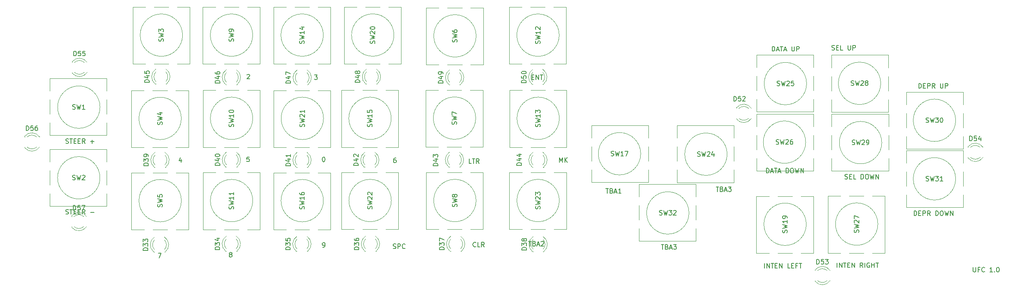
<source format=gbr>
%TF.GenerationSoftware,KiCad,Pcbnew,7.0.9*%
%TF.CreationDate,2023-12-04T13:57:31+10:00*%
%TF.ProjectId,UFC,5546432e-6b69-4636-9164-5f7063625858,rev?*%
%TF.SameCoordinates,Original*%
%TF.FileFunction,Legend,Top*%
%TF.FilePolarity,Positive*%
%FSLAX46Y46*%
G04 Gerber Fmt 4.6, Leading zero omitted, Abs format (unit mm)*
G04 Created by KiCad (PCBNEW 7.0.9) date 2023-12-04 13:57:31*
%MOMM*%
%LPD*%
G01*
G04 APERTURE LIST*
%ADD10C,0.150000*%
%ADD11C,0.120000*%
G04 APERTURE END LIST*
D10*
X241336779Y-97129819D02*
X241336779Y-97939342D01*
X241336779Y-97939342D02*
X241384398Y-98034580D01*
X241384398Y-98034580D02*
X241432017Y-98082200D01*
X241432017Y-98082200D02*
X241527255Y-98129819D01*
X241527255Y-98129819D02*
X241717731Y-98129819D01*
X241717731Y-98129819D02*
X241812969Y-98082200D01*
X241812969Y-98082200D02*
X241860588Y-98034580D01*
X241860588Y-98034580D02*
X241908207Y-97939342D01*
X241908207Y-97939342D02*
X241908207Y-97129819D01*
X242717731Y-97606009D02*
X242384398Y-97606009D01*
X242384398Y-98129819D02*
X242384398Y-97129819D01*
X242384398Y-97129819D02*
X242860588Y-97129819D01*
X243812969Y-98034580D02*
X243765350Y-98082200D01*
X243765350Y-98082200D02*
X243622493Y-98129819D01*
X243622493Y-98129819D02*
X243527255Y-98129819D01*
X243527255Y-98129819D02*
X243384398Y-98082200D01*
X243384398Y-98082200D02*
X243289160Y-97986961D01*
X243289160Y-97986961D02*
X243241541Y-97891723D01*
X243241541Y-97891723D02*
X243193922Y-97701247D01*
X243193922Y-97701247D02*
X243193922Y-97558390D01*
X243193922Y-97558390D02*
X243241541Y-97367914D01*
X243241541Y-97367914D02*
X243289160Y-97272676D01*
X243289160Y-97272676D02*
X243384398Y-97177438D01*
X243384398Y-97177438D02*
X243527255Y-97129819D01*
X243527255Y-97129819D02*
X243622493Y-97129819D01*
X243622493Y-97129819D02*
X243765350Y-97177438D01*
X243765350Y-97177438D02*
X243812969Y-97225057D01*
X245527255Y-98129819D02*
X244955827Y-98129819D01*
X245241541Y-98129819D02*
X245241541Y-97129819D01*
X245241541Y-97129819D02*
X245146303Y-97272676D01*
X245146303Y-97272676D02*
X245051065Y-97367914D01*
X245051065Y-97367914D02*
X244955827Y-97415533D01*
X245955827Y-98034580D02*
X246003446Y-98082200D01*
X246003446Y-98082200D02*
X245955827Y-98129819D01*
X245955827Y-98129819D02*
X245908208Y-98082200D01*
X245908208Y-98082200D02*
X245955827Y-98034580D01*
X245955827Y-98034580D02*
X245955827Y-98129819D01*
X246622493Y-97129819D02*
X246717731Y-97129819D01*
X246717731Y-97129819D02*
X246812969Y-97177438D01*
X246812969Y-97177438D02*
X246860588Y-97225057D01*
X246860588Y-97225057D02*
X246908207Y-97320295D01*
X246908207Y-97320295D02*
X246955826Y-97510771D01*
X246955826Y-97510771D02*
X246955826Y-97748866D01*
X246955826Y-97748866D02*
X246908207Y-97939342D01*
X246908207Y-97939342D02*
X246860588Y-98034580D01*
X246860588Y-98034580D02*
X246812969Y-98082200D01*
X246812969Y-98082200D02*
X246717731Y-98129819D01*
X246717731Y-98129819D02*
X246622493Y-98129819D01*
X246622493Y-98129819D02*
X246527255Y-98082200D01*
X246527255Y-98082200D02*
X246479636Y-98034580D01*
X246479636Y-98034580D02*
X246432017Y-97939342D01*
X246432017Y-97939342D02*
X246384398Y-97748866D01*
X246384398Y-97748866D02*
X246384398Y-97510771D01*
X246384398Y-97510771D02*
X246432017Y-97320295D01*
X246432017Y-97320295D02*
X246479636Y-97225057D01*
X246479636Y-97225057D02*
X246527255Y-97177438D01*
X246527255Y-97177438D02*
X246622493Y-97129819D01*
X81587200Y-66759523D02*
X81634819Y-66616666D01*
X81634819Y-66616666D02*
X81634819Y-66378571D01*
X81634819Y-66378571D02*
X81587200Y-66283333D01*
X81587200Y-66283333D02*
X81539580Y-66235714D01*
X81539580Y-66235714D02*
X81444342Y-66188095D01*
X81444342Y-66188095D02*
X81349104Y-66188095D01*
X81349104Y-66188095D02*
X81253866Y-66235714D01*
X81253866Y-66235714D02*
X81206247Y-66283333D01*
X81206247Y-66283333D02*
X81158628Y-66378571D01*
X81158628Y-66378571D02*
X81111009Y-66569047D01*
X81111009Y-66569047D02*
X81063390Y-66664285D01*
X81063390Y-66664285D02*
X81015771Y-66711904D01*
X81015771Y-66711904D02*
X80920533Y-66759523D01*
X80920533Y-66759523D02*
X80825295Y-66759523D01*
X80825295Y-66759523D02*
X80730057Y-66711904D01*
X80730057Y-66711904D02*
X80682438Y-66664285D01*
X80682438Y-66664285D02*
X80634819Y-66569047D01*
X80634819Y-66569047D02*
X80634819Y-66330952D01*
X80634819Y-66330952D02*
X80682438Y-66188095D01*
X80634819Y-65854761D02*
X81634819Y-65616666D01*
X81634819Y-65616666D02*
X80920533Y-65426190D01*
X80920533Y-65426190D02*
X81634819Y-65235714D01*
X81634819Y-65235714D02*
X80634819Y-64997619D01*
X81634819Y-64092857D02*
X81634819Y-64664285D01*
X81634819Y-64378571D02*
X80634819Y-64378571D01*
X80634819Y-64378571D02*
X80777676Y-64473809D01*
X80777676Y-64473809D02*
X80872914Y-64569047D01*
X80872914Y-64569047D02*
X80920533Y-64664285D01*
X80634819Y-63473809D02*
X80634819Y-63378571D01*
X80634819Y-63378571D02*
X80682438Y-63283333D01*
X80682438Y-63283333D02*
X80730057Y-63235714D01*
X80730057Y-63235714D02*
X80825295Y-63188095D01*
X80825295Y-63188095D02*
X81015771Y-63140476D01*
X81015771Y-63140476D02*
X81253866Y-63140476D01*
X81253866Y-63140476D02*
X81444342Y-63188095D01*
X81444342Y-63188095D02*
X81539580Y-63235714D01*
X81539580Y-63235714D02*
X81587200Y-63283333D01*
X81587200Y-63283333D02*
X81634819Y-63378571D01*
X81634819Y-63378571D02*
X81634819Y-63473809D01*
X81634819Y-63473809D02*
X81587200Y-63569047D01*
X81587200Y-63569047D02*
X81539580Y-63616666D01*
X81539580Y-63616666D02*
X81444342Y-63664285D01*
X81444342Y-63664285D02*
X81253866Y-63711904D01*
X81253866Y-63711904D02*
X81015771Y-63711904D01*
X81015771Y-63711904D02*
X80825295Y-63664285D01*
X80825295Y-63664285D02*
X80730057Y-63616666D01*
X80730057Y-63616666D02*
X80682438Y-63569047D01*
X80682438Y-63569047D02*
X80634819Y-63473809D01*
X84978095Y-73304819D02*
X84501905Y-73304819D01*
X84501905Y-73304819D02*
X84454286Y-73781009D01*
X84454286Y-73781009D02*
X84501905Y-73733390D01*
X84501905Y-73733390D02*
X84597143Y-73685771D01*
X84597143Y-73685771D02*
X84835238Y-73685771D01*
X84835238Y-73685771D02*
X84930476Y-73733390D01*
X84930476Y-73733390D02*
X84978095Y-73781009D01*
X84978095Y-73781009D02*
X85025714Y-73876247D01*
X85025714Y-73876247D02*
X85025714Y-74114342D01*
X85025714Y-74114342D02*
X84978095Y-74209580D01*
X84978095Y-74209580D02*
X84930476Y-74257200D01*
X84930476Y-74257200D02*
X84835238Y-74304819D01*
X84835238Y-74304819D02*
X84597143Y-74304819D01*
X84597143Y-74304819D02*
X84501905Y-74257200D01*
X84501905Y-74257200D02*
X84454286Y-74209580D01*
X93894819Y-75194285D02*
X92894819Y-75194285D01*
X92894819Y-75194285D02*
X92894819Y-74956190D01*
X92894819Y-74956190D02*
X92942438Y-74813333D01*
X92942438Y-74813333D02*
X93037676Y-74718095D01*
X93037676Y-74718095D02*
X93132914Y-74670476D01*
X93132914Y-74670476D02*
X93323390Y-74622857D01*
X93323390Y-74622857D02*
X93466247Y-74622857D01*
X93466247Y-74622857D02*
X93656723Y-74670476D01*
X93656723Y-74670476D02*
X93751961Y-74718095D01*
X93751961Y-74718095D02*
X93847200Y-74813333D01*
X93847200Y-74813333D02*
X93894819Y-74956190D01*
X93894819Y-74956190D02*
X93894819Y-75194285D01*
X93228152Y-73765714D02*
X93894819Y-73765714D01*
X92847200Y-74003809D02*
X93561485Y-74241904D01*
X93561485Y-74241904D02*
X93561485Y-73622857D01*
X93894819Y-72718095D02*
X93894819Y-73289523D01*
X93894819Y-73003809D02*
X92894819Y-73003809D01*
X92894819Y-73003809D02*
X93037676Y-73099047D01*
X93037676Y-73099047D02*
X93132914Y-73194285D01*
X93132914Y-73194285D02*
X93180533Y-73289523D01*
X129817200Y-84043332D02*
X129864819Y-83900475D01*
X129864819Y-83900475D02*
X129864819Y-83662380D01*
X129864819Y-83662380D02*
X129817200Y-83567142D01*
X129817200Y-83567142D02*
X129769580Y-83519523D01*
X129769580Y-83519523D02*
X129674342Y-83471904D01*
X129674342Y-83471904D02*
X129579104Y-83471904D01*
X129579104Y-83471904D02*
X129483866Y-83519523D01*
X129483866Y-83519523D02*
X129436247Y-83567142D01*
X129436247Y-83567142D02*
X129388628Y-83662380D01*
X129388628Y-83662380D02*
X129341009Y-83852856D01*
X129341009Y-83852856D02*
X129293390Y-83948094D01*
X129293390Y-83948094D02*
X129245771Y-83995713D01*
X129245771Y-83995713D02*
X129150533Y-84043332D01*
X129150533Y-84043332D02*
X129055295Y-84043332D01*
X129055295Y-84043332D02*
X128960057Y-83995713D01*
X128960057Y-83995713D02*
X128912438Y-83948094D01*
X128912438Y-83948094D02*
X128864819Y-83852856D01*
X128864819Y-83852856D02*
X128864819Y-83614761D01*
X128864819Y-83614761D02*
X128912438Y-83471904D01*
X128864819Y-83138570D02*
X129864819Y-82900475D01*
X129864819Y-82900475D02*
X129150533Y-82709999D01*
X129150533Y-82709999D02*
X129864819Y-82519523D01*
X129864819Y-82519523D02*
X128864819Y-82281428D01*
X129293390Y-81757618D02*
X129245771Y-81852856D01*
X129245771Y-81852856D02*
X129198152Y-81900475D01*
X129198152Y-81900475D02*
X129102914Y-81948094D01*
X129102914Y-81948094D02*
X129055295Y-81948094D01*
X129055295Y-81948094D02*
X128960057Y-81900475D01*
X128960057Y-81900475D02*
X128912438Y-81852856D01*
X128912438Y-81852856D02*
X128864819Y-81757618D01*
X128864819Y-81757618D02*
X128864819Y-81567142D01*
X128864819Y-81567142D02*
X128912438Y-81471904D01*
X128912438Y-81471904D02*
X128960057Y-81424285D01*
X128960057Y-81424285D02*
X129055295Y-81376666D01*
X129055295Y-81376666D02*
X129102914Y-81376666D01*
X129102914Y-81376666D02*
X129198152Y-81424285D01*
X129198152Y-81424285D02*
X129245771Y-81471904D01*
X129245771Y-81471904D02*
X129293390Y-81567142D01*
X129293390Y-81567142D02*
X129293390Y-81757618D01*
X129293390Y-81757618D02*
X129341009Y-81852856D01*
X129341009Y-81852856D02*
X129388628Y-81900475D01*
X129388628Y-81900475D02*
X129483866Y-81948094D01*
X129483866Y-81948094D02*
X129674342Y-81948094D01*
X129674342Y-81948094D02*
X129769580Y-81900475D01*
X129769580Y-81900475D02*
X129817200Y-81852856D01*
X129817200Y-81852856D02*
X129864819Y-81757618D01*
X129864819Y-81757618D02*
X129864819Y-81567142D01*
X129864819Y-81567142D02*
X129817200Y-81471904D01*
X129817200Y-81471904D02*
X129769580Y-81424285D01*
X129769580Y-81424285D02*
X129674342Y-81376666D01*
X129674342Y-81376666D02*
X129483866Y-81376666D01*
X129483866Y-81376666D02*
X129388628Y-81424285D01*
X129388628Y-81424285D02*
X129341009Y-81471904D01*
X129341009Y-81471904D02*
X129293390Y-81567142D01*
X133934761Y-92639580D02*
X133887142Y-92687200D01*
X133887142Y-92687200D02*
X133744285Y-92734819D01*
X133744285Y-92734819D02*
X133649047Y-92734819D01*
X133649047Y-92734819D02*
X133506190Y-92687200D01*
X133506190Y-92687200D02*
X133410952Y-92591961D01*
X133410952Y-92591961D02*
X133363333Y-92496723D01*
X133363333Y-92496723D02*
X133315714Y-92306247D01*
X133315714Y-92306247D02*
X133315714Y-92163390D01*
X133315714Y-92163390D02*
X133363333Y-91972914D01*
X133363333Y-91972914D02*
X133410952Y-91877676D01*
X133410952Y-91877676D02*
X133506190Y-91782438D01*
X133506190Y-91782438D02*
X133649047Y-91734819D01*
X133649047Y-91734819D02*
X133744285Y-91734819D01*
X133744285Y-91734819D02*
X133887142Y-91782438D01*
X133887142Y-91782438D02*
X133934761Y-91830057D01*
X134839523Y-92734819D02*
X134363333Y-92734819D01*
X134363333Y-92734819D02*
X134363333Y-91734819D01*
X135744285Y-92734819D02*
X135410952Y-92258628D01*
X135172857Y-92734819D02*
X135172857Y-91734819D01*
X135172857Y-91734819D02*
X135553809Y-91734819D01*
X135553809Y-91734819D02*
X135649047Y-91782438D01*
X135649047Y-91782438D02*
X135696666Y-91830057D01*
X135696666Y-91830057D02*
X135744285Y-91925295D01*
X135744285Y-91925295D02*
X135744285Y-92068152D01*
X135744285Y-92068152D02*
X135696666Y-92163390D01*
X135696666Y-92163390D02*
X135649047Y-92211009D01*
X135649047Y-92211009D02*
X135553809Y-92258628D01*
X135553809Y-92258628D02*
X135172857Y-92258628D01*
X173580476Y-85797200D02*
X173723333Y-85844819D01*
X173723333Y-85844819D02*
X173961428Y-85844819D01*
X173961428Y-85844819D02*
X174056666Y-85797200D01*
X174056666Y-85797200D02*
X174104285Y-85749580D01*
X174104285Y-85749580D02*
X174151904Y-85654342D01*
X174151904Y-85654342D02*
X174151904Y-85559104D01*
X174151904Y-85559104D02*
X174104285Y-85463866D01*
X174104285Y-85463866D02*
X174056666Y-85416247D01*
X174056666Y-85416247D02*
X173961428Y-85368628D01*
X173961428Y-85368628D02*
X173770952Y-85321009D01*
X173770952Y-85321009D02*
X173675714Y-85273390D01*
X173675714Y-85273390D02*
X173628095Y-85225771D01*
X173628095Y-85225771D02*
X173580476Y-85130533D01*
X173580476Y-85130533D02*
X173580476Y-85035295D01*
X173580476Y-85035295D02*
X173628095Y-84940057D01*
X173628095Y-84940057D02*
X173675714Y-84892438D01*
X173675714Y-84892438D02*
X173770952Y-84844819D01*
X173770952Y-84844819D02*
X174009047Y-84844819D01*
X174009047Y-84844819D02*
X174151904Y-84892438D01*
X174485238Y-84844819D02*
X174723333Y-85844819D01*
X174723333Y-85844819D02*
X174913809Y-85130533D01*
X174913809Y-85130533D02*
X175104285Y-85844819D01*
X175104285Y-85844819D02*
X175342381Y-84844819D01*
X175628095Y-84844819D02*
X176247142Y-84844819D01*
X176247142Y-84844819D02*
X175913809Y-85225771D01*
X175913809Y-85225771D02*
X176056666Y-85225771D01*
X176056666Y-85225771D02*
X176151904Y-85273390D01*
X176151904Y-85273390D02*
X176199523Y-85321009D01*
X176199523Y-85321009D02*
X176247142Y-85416247D01*
X176247142Y-85416247D02*
X176247142Y-85654342D01*
X176247142Y-85654342D02*
X176199523Y-85749580D01*
X176199523Y-85749580D02*
X176151904Y-85797200D01*
X176151904Y-85797200D02*
X176056666Y-85844819D01*
X176056666Y-85844819D02*
X175770952Y-85844819D01*
X175770952Y-85844819D02*
X175675714Y-85797200D01*
X175675714Y-85797200D02*
X175628095Y-85749580D01*
X176628095Y-84940057D02*
X176675714Y-84892438D01*
X176675714Y-84892438D02*
X176770952Y-84844819D01*
X176770952Y-84844819D02*
X177009047Y-84844819D01*
X177009047Y-84844819D02*
X177104285Y-84892438D01*
X177104285Y-84892438D02*
X177151904Y-84940057D01*
X177151904Y-84940057D02*
X177199523Y-85035295D01*
X177199523Y-85035295D02*
X177199523Y-85130533D01*
X177199523Y-85130533D02*
X177151904Y-85273390D01*
X177151904Y-85273390D02*
X176580476Y-85844819D01*
X176580476Y-85844819D02*
X177199523Y-85844819D01*
X173969524Y-92234819D02*
X174540952Y-92234819D01*
X174255238Y-93234819D02*
X174255238Y-92234819D01*
X175207619Y-92711009D02*
X175350476Y-92758628D01*
X175350476Y-92758628D02*
X175398095Y-92806247D01*
X175398095Y-92806247D02*
X175445714Y-92901485D01*
X175445714Y-92901485D02*
X175445714Y-93044342D01*
X175445714Y-93044342D02*
X175398095Y-93139580D01*
X175398095Y-93139580D02*
X175350476Y-93187200D01*
X175350476Y-93187200D02*
X175255238Y-93234819D01*
X175255238Y-93234819D02*
X174874286Y-93234819D01*
X174874286Y-93234819D02*
X174874286Y-92234819D01*
X174874286Y-92234819D02*
X175207619Y-92234819D01*
X175207619Y-92234819D02*
X175302857Y-92282438D01*
X175302857Y-92282438D02*
X175350476Y-92330057D01*
X175350476Y-92330057D02*
X175398095Y-92425295D01*
X175398095Y-92425295D02*
X175398095Y-92520533D01*
X175398095Y-92520533D02*
X175350476Y-92615771D01*
X175350476Y-92615771D02*
X175302857Y-92663390D01*
X175302857Y-92663390D02*
X175207619Y-92711009D01*
X175207619Y-92711009D02*
X174874286Y-92711009D01*
X175826667Y-92949104D02*
X176302857Y-92949104D01*
X175731429Y-93234819D02*
X176064762Y-92234819D01*
X176064762Y-92234819D02*
X176398095Y-93234819D01*
X176636191Y-92234819D02*
X177255238Y-92234819D01*
X177255238Y-92234819D02*
X176921905Y-92615771D01*
X176921905Y-92615771D02*
X177064762Y-92615771D01*
X177064762Y-92615771D02*
X177160000Y-92663390D01*
X177160000Y-92663390D02*
X177207619Y-92711009D01*
X177207619Y-92711009D02*
X177255238Y-92806247D01*
X177255238Y-92806247D02*
X177255238Y-93044342D01*
X177255238Y-93044342D02*
X177207619Y-93139580D01*
X177207619Y-93139580D02*
X177160000Y-93187200D01*
X177160000Y-93187200D02*
X177064762Y-93234819D01*
X177064762Y-93234819D02*
X176779048Y-93234819D01*
X176779048Y-93234819D02*
X176683810Y-93187200D01*
X176683810Y-93187200D02*
X176636191Y-93139580D01*
X127074819Y-93319285D02*
X126074819Y-93319285D01*
X126074819Y-93319285D02*
X126074819Y-93081190D01*
X126074819Y-93081190D02*
X126122438Y-92938333D01*
X126122438Y-92938333D02*
X126217676Y-92843095D01*
X126217676Y-92843095D02*
X126312914Y-92795476D01*
X126312914Y-92795476D02*
X126503390Y-92747857D01*
X126503390Y-92747857D02*
X126646247Y-92747857D01*
X126646247Y-92747857D02*
X126836723Y-92795476D01*
X126836723Y-92795476D02*
X126931961Y-92843095D01*
X126931961Y-92843095D02*
X127027200Y-92938333D01*
X127027200Y-92938333D02*
X127074819Y-93081190D01*
X127074819Y-93081190D02*
X127074819Y-93319285D01*
X126074819Y-92414523D02*
X126074819Y-91795476D01*
X126074819Y-91795476D02*
X126455771Y-92128809D01*
X126455771Y-92128809D02*
X126455771Y-91985952D01*
X126455771Y-91985952D02*
X126503390Y-91890714D01*
X126503390Y-91890714D02*
X126551009Y-91843095D01*
X126551009Y-91843095D02*
X126646247Y-91795476D01*
X126646247Y-91795476D02*
X126884342Y-91795476D01*
X126884342Y-91795476D02*
X126979580Y-91843095D01*
X126979580Y-91843095D02*
X127027200Y-91890714D01*
X127027200Y-91890714D02*
X127074819Y-91985952D01*
X127074819Y-91985952D02*
X127074819Y-92271666D01*
X127074819Y-92271666D02*
X127027200Y-92366904D01*
X127027200Y-92366904D02*
X126979580Y-92414523D01*
X126074819Y-91462142D02*
X126074819Y-90795476D01*
X126074819Y-90795476D02*
X127074819Y-91224047D01*
X63214819Y-75169285D02*
X62214819Y-75169285D01*
X62214819Y-75169285D02*
X62214819Y-74931190D01*
X62214819Y-74931190D02*
X62262438Y-74788333D01*
X62262438Y-74788333D02*
X62357676Y-74693095D01*
X62357676Y-74693095D02*
X62452914Y-74645476D01*
X62452914Y-74645476D02*
X62643390Y-74597857D01*
X62643390Y-74597857D02*
X62786247Y-74597857D01*
X62786247Y-74597857D02*
X62976723Y-74645476D01*
X62976723Y-74645476D02*
X63071961Y-74693095D01*
X63071961Y-74693095D02*
X63167200Y-74788333D01*
X63167200Y-74788333D02*
X63214819Y-74931190D01*
X63214819Y-74931190D02*
X63214819Y-75169285D01*
X62214819Y-74264523D02*
X62214819Y-73645476D01*
X62214819Y-73645476D02*
X62595771Y-73978809D01*
X62595771Y-73978809D02*
X62595771Y-73835952D01*
X62595771Y-73835952D02*
X62643390Y-73740714D01*
X62643390Y-73740714D02*
X62691009Y-73693095D01*
X62691009Y-73693095D02*
X62786247Y-73645476D01*
X62786247Y-73645476D02*
X63024342Y-73645476D01*
X63024342Y-73645476D02*
X63119580Y-73693095D01*
X63119580Y-73693095D02*
X63167200Y-73740714D01*
X63167200Y-73740714D02*
X63214819Y-73835952D01*
X63214819Y-73835952D02*
X63214819Y-74121666D01*
X63214819Y-74121666D02*
X63167200Y-74216904D01*
X63167200Y-74216904D02*
X63119580Y-74264523D01*
X63214819Y-73169285D02*
X63214819Y-72978809D01*
X63214819Y-72978809D02*
X63167200Y-72883571D01*
X63167200Y-72883571D02*
X63119580Y-72835952D01*
X63119580Y-72835952D02*
X62976723Y-72740714D01*
X62976723Y-72740714D02*
X62786247Y-72693095D01*
X62786247Y-72693095D02*
X62405295Y-72693095D01*
X62405295Y-72693095D02*
X62310057Y-72740714D01*
X62310057Y-72740714D02*
X62262438Y-72788333D01*
X62262438Y-72788333D02*
X62214819Y-72883571D01*
X62214819Y-72883571D02*
X62214819Y-73074047D01*
X62214819Y-73074047D02*
X62262438Y-73169285D01*
X62262438Y-73169285D02*
X62310057Y-73216904D01*
X62310057Y-73216904D02*
X62405295Y-73264523D01*
X62405295Y-73264523D02*
X62643390Y-73264523D01*
X62643390Y-73264523D02*
X62738628Y-73216904D01*
X62738628Y-73216904D02*
X62786247Y-73169285D01*
X62786247Y-73169285D02*
X62833866Y-73074047D01*
X62833866Y-73074047D02*
X62833866Y-72883571D01*
X62833866Y-72883571D02*
X62786247Y-72788333D01*
X62786247Y-72788333D02*
X62738628Y-72740714D01*
X62738628Y-72740714D02*
X62643390Y-72693095D01*
X201127200Y-89649523D02*
X201174819Y-89506666D01*
X201174819Y-89506666D02*
X201174819Y-89268571D01*
X201174819Y-89268571D02*
X201127200Y-89173333D01*
X201127200Y-89173333D02*
X201079580Y-89125714D01*
X201079580Y-89125714D02*
X200984342Y-89078095D01*
X200984342Y-89078095D02*
X200889104Y-89078095D01*
X200889104Y-89078095D02*
X200793866Y-89125714D01*
X200793866Y-89125714D02*
X200746247Y-89173333D01*
X200746247Y-89173333D02*
X200698628Y-89268571D01*
X200698628Y-89268571D02*
X200651009Y-89459047D01*
X200651009Y-89459047D02*
X200603390Y-89554285D01*
X200603390Y-89554285D02*
X200555771Y-89601904D01*
X200555771Y-89601904D02*
X200460533Y-89649523D01*
X200460533Y-89649523D02*
X200365295Y-89649523D01*
X200365295Y-89649523D02*
X200270057Y-89601904D01*
X200270057Y-89601904D02*
X200222438Y-89554285D01*
X200222438Y-89554285D02*
X200174819Y-89459047D01*
X200174819Y-89459047D02*
X200174819Y-89220952D01*
X200174819Y-89220952D02*
X200222438Y-89078095D01*
X200174819Y-88744761D02*
X201174819Y-88506666D01*
X201174819Y-88506666D02*
X200460533Y-88316190D01*
X200460533Y-88316190D02*
X201174819Y-88125714D01*
X201174819Y-88125714D02*
X200174819Y-87887619D01*
X201174819Y-86982857D02*
X201174819Y-87554285D01*
X201174819Y-87268571D02*
X200174819Y-87268571D01*
X200174819Y-87268571D02*
X200317676Y-87363809D01*
X200317676Y-87363809D02*
X200412914Y-87459047D01*
X200412914Y-87459047D02*
X200460533Y-87554285D01*
X201174819Y-86506666D02*
X201174819Y-86316190D01*
X201174819Y-86316190D02*
X201127200Y-86220952D01*
X201127200Y-86220952D02*
X201079580Y-86173333D01*
X201079580Y-86173333D02*
X200936723Y-86078095D01*
X200936723Y-86078095D02*
X200746247Y-86030476D01*
X200746247Y-86030476D02*
X200365295Y-86030476D01*
X200365295Y-86030476D02*
X200270057Y-86078095D01*
X200270057Y-86078095D02*
X200222438Y-86125714D01*
X200222438Y-86125714D02*
X200174819Y-86220952D01*
X200174819Y-86220952D02*
X200174819Y-86411428D01*
X200174819Y-86411428D02*
X200222438Y-86506666D01*
X200222438Y-86506666D02*
X200270057Y-86554285D01*
X200270057Y-86554285D02*
X200365295Y-86601904D01*
X200365295Y-86601904D02*
X200603390Y-86601904D01*
X200603390Y-86601904D02*
X200698628Y-86554285D01*
X200698628Y-86554285D02*
X200746247Y-86506666D01*
X200746247Y-86506666D02*
X200793866Y-86411428D01*
X200793866Y-86411428D02*
X200793866Y-86220952D01*
X200793866Y-86220952D02*
X200746247Y-86125714D01*
X200746247Y-86125714D02*
X200698628Y-86078095D01*
X200698628Y-86078095D02*
X200603390Y-86030476D01*
X196311428Y-97294819D02*
X196311428Y-96294819D01*
X196787618Y-97294819D02*
X196787618Y-96294819D01*
X196787618Y-96294819D02*
X197359046Y-97294819D01*
X197359046Y-97294819D02*
X197359046Y-96294819D01*
X197692380Y-96294819D02*
X198263808Y-96294819D01*
X197978094Y-97294819D02*
X197978094Y-96294819D01*
X198597142Y-96771009D02*
X198930475Y-96771009D01*
X199073332Y-97294819D02*
X198597142Y-97294819D01*
X198597142Y-97294819D02*
X198597142Y-96294819D01*
X198597142Y-96294819D02*
X199073332Y-96294819D01*
X199501904Y-97294819D02*
X199501904Y-96294819D01*
X199501904Y-96294819D02*
X200073332Y-97294819D01*
X200073332Y-97294819D02*
X200073332Y-96294819D01*
X201787618Y-97294819D02*
X201311428Y-97294819D01*
X201311428Y-97294819D02*
X201311428Y-96294819D01*
X202120952Y-96771009D02*
X202454285Y-96771009D01*
X202597142Y-97294819D02*
X202120952Y-97294819D01*
X202120952Y-97294819D02*
X202120952Y-96294819D01*
X202120952Y-96294819D02*
X202597142Y-96294819D01*
X203359047Y-96771009D02*
X203025714Y-96771009D01*
X203025714Y-97294819D02*
X203025714Y-96294819D01*
X203025714Y-96294819D02*
X203501904Y-96294819D01*
X203740000Y-96294819D02*
X204311428Y-96294819D01*
X204025714Y-97294819D02*
X204025714Y-96294819D01*
X231170476Y-65787200D02*
X231313333Y-65834819D01*
X231313333Y-65834819D02*
X231551428Y-65834819D01*
X231551428Y-65834819D02*
X231646666Y-65787200D01*
X231646666Y-65787200D02*
X231694285Y-65739580D01*
X231694285Y-65739580D02*
X231741904Y-65644342D01*
X231741904Y-65644342D02*
X231741904Y-65549104D01*
X231741904Y-65549104D02*
X231694285Y-65453866D01*
X231694285Y-65453866D02*
X231646666Y-65406247D01*
X231646666Y-65406247D02*
X231551428Y-65358628D01*
X231551428Y-65358628D02*
X231360952Y-65311009D01*
X231360952Y-65311009D02*
X231265714Y-65263390D01*
X231265714Y-65263390D02*
X231218095Y-65215771D01*
X231218095Y-65215771D02*
X231170476Y-65120533D01*
X231170476Y-65120533D02*
X231170476Y-65025295D01*
X231170476Y-65025295D02*
X231218095Y-64930057D01*
X231218095Y-64930057D02*
X231265714Y-64882438D01*
X231265714Y-64882438D02*
X231360952Y-64834819D01*
X231360952Y-64834819D02*
X231599047Y-64834819D01*
X231599047Y-64834819D02*
X231741904Y-64882438D01*
X232075238Y-64834819D02*
X232313333Y-65834819D01*
X232313333Y-65834819D02*
X232503809Y-65120533D01*
X232503809Y-65120533D02*
X232694285Y-65834819D01*
X232694285Y-65834819D02*
X232932381Y-64834819D01*
X233218095Y-64834819D02*
X233837142Y-64834819D01*
X233837142Y-64834819D02*
X233503809Y-65215771D01*
X233503809Y-65215771D02*
X233646666Y-65215771D01*
X233646666Y-65215771D02*
X233741904Y-65263390D01*
X233741904Y-65263390D02*
X233789523Y-65311009D01*
X233789523Y-65311009D02*
X233837142Y-65406247D01*
X233837142Y-65406247D02*
X233837142Y-65644342D01*
X233837142Y-65644342D02*
X233789523Y-65739580D01*
X233789523Y-65739580D02*
X233741904Y-65787200D01*
X233741904Y-65787200D02*
X233646666Y-65834819D01*
X233646666Y-65834819D02*
X233360952Y-65834819D01*
X233360952Y-65834819D02*
X233265714Y-65787200D01*
X233265714Y-65787200D02*
X233218095Y-65739580D01*
X234456190Y-64834819D02*
X234551428Y-64834819D01*
X234551428Y-64834819D02*
X234646666Y-64882438D01*
X234646666Y-64882438D02*
X234694285Y-64930057D01*
X234694285Y-64930057D02*
X234741904Y-65025295D01*
X234741904Y-65025295D02*
X234789523Y-65215771D01*
X234789523Y-65215771D02*
X234789523Y-65453866D01*
X234789523Y-65453866D02*
X234741904Y-65644342D01*
X234741904Y-65644342D02*
X234694285Y-65739580D01*
X234694285Y-65739580D02*
X234646666Y-65787200D01*
X234646666Y-65787200D02*
X234551428Y-65834819D01*
X234551428Y-65834819D02*
X234456190Y-65834819D01*
X234456190Y-65834819D02*
X234360952Y-65787200D01*
X234360952Y-65787200D02*
X234313333Y-65739580D01*
X234313333Y-65739580D02*
X234265714Y-65644342D01*
X234265714Y-65644342D02*
X234218095Y-65453866D01*
X234218095Y-65453866D02*
X234218095Y-65215771D01*
X234218095Y-65215771D02*
X234265714Y-65025295D01*
X234265714Y-65025295D02*
X234313333Y-64930057D01*
X234313333Y-64930057D02*
X234360952Y-64882438D01*
X234360952Y-64882438D02*
X234456190Y-64834819D01*
X229590952Y-58444819D02*
X229590952Y-57444819D01*
X229590952Y-57444819D02*
X229829047Y-57444819D01*
X229829047Y-57444819D02*
X229971904Y-57492438D01*
X229971904Y-57492438D02*
X230067142Y-57587676D01*
X230067142Y-57587676D02*
X230114761Y-57682914D01*
X230114761Y-57682914D02*
X230162380Y-57873390D01*
X230162380Y-57873390D02*
X230162380Y-58016247D01*
X230162380Y-58016247D02*
X230114761Y-58206723D01*
X230114761Y-58206723D02*
X230067142Y-58301961D01*
X230067142Y-58301961D02*
X229971904Y-58397200D01*
X229971904Y-58397200D02*
X229829047Y-58444819D01*
X229829047Y-58444819D02*
X229590952Y-58444819D01*
X230590952Y-57921009D02*
X230924285Y-57921009D01*
X231067142Y-58444819D02*
X230590952Y-58444819D01*
X230590952Y-58444819D02*
X230590952Y-57444819D01*
X230590952Y-57444819D02*
X231067142Y-57444819D01*
X231495714Y-58444819D02*
X231495714Y-57444819D01*
X231495714Y-57444819D02*
X231876666Y-57444819D01*
X231876666Y-57444819D02*
X231971904Y-57492438D01*
X231971904Y-57492438D02*
X232019523Y-57540057D01*
X232019523Y-57540057D02*
X232067142Y-57635295D01*
X232067142Y-57635295D02*
X232067142Y-57778152D01*
X232067142Y-57778152D02*
X232019523Y-57873390D01*
X232019523Y-57873390D02*
X231971904Y-57921009D01*
X231971904Y-57921009D02*
X231876666Y-57968628D01*
X231876666Y-57968628D02*
X231495714Y-57968628D01*
X233067142Y-58444819D02*
X232733809Y-57968628D01*
X232495714Y-58444819D02*
X232495714Y-57444819D01*
X232495714Y-57444819D02*
X232876666Y-57444819D01*
X232876666Y-57444819D02*
X232971904Y-57492438D01*
X232971904Y-57492438D02*
X233019523Y-57540057D01*
X233019523Y-57540057D02*
X233067142Y-57635295D01*
X233067142Y-57635295D02*
X233067142Y-57778152D01*
X233067142Y-57778152D02*
X233019523Y-57873390D01*
X233019523Y-57873390D02*
X232971904Y-57921009D01*
X232971904Y-57921009D02*
X232876666Y-57968628D01*
X232876666Y-57968628D02*
X232495714Y-57968628D01*
X234257619Y-57444819D02*
X234257619Y-58254342D01*
X234257619Y-58254342D02*
X234305238Y-58349580D01*
X234305238Y-58349580D02*
X234352857Y-58397200D01*
X234352857Y-58397200D02*
X234448095Y-58444819D01*
X234448095Y-58444819D02*
X234638571Y-58444819D01*
X234638571Y-58444819D02*
X234733809Y-58397200D01*
X234733809Y-58397200D02*
X234781428Y-58349580D01*
X234781428Y-58349580D02*
X234829047Y-58254342D01*
X234829047Y-58254342D02*
X234829047Y-57444819D01*
X235305238Y-58444819D02*
X235305238Y-57444819D01*
X235305238Y-57444819D02*
X235686190Y-57444819D01*
X235686190Y-57444819D02*
X235781428Y-57492438D01*
X235781428Y-57492438D02*
X235829047Y-57540057D01*
X235829047Y-57540057D02*
X235876666Y-57635295D01*
X235876666Y-57635295D02*
X235876666Y-57778152D01*
X235876666Y-57778152D02*
X235829047Y-57873390D01*
X235829047Y-57873390D02*
X235781428Y-57921009D01*
X235781428Y-57921009D02*
X235686190Y-57968628D01*
X235686190Y-57968628D02*
X235305238Y-57968628D01*
X81587200Y-84539523D02*
X81634819Y-84396666D01*
X81634819Y-84396666D02*
X81634819Y-84158571D01*
X81634819Y-84158571D02*
X81587200Y-84063333D01*
X81587200Y-84063333D02*
X81539580Y-84015714D01*
X81539580Y-84015714D02*
X81444342Y-83968095D01*
X81444342Y-83968095D02*
X81349104Y-83968095D01*
X81349104Y-83968095D02*
X81253866Y-84015714D01*
X81253866Y-84015714D02*
X81206247Y-84063333D01*
X81206247Y-84063333D02*
X81158628Y-84158571D01*
X81158628Y-84158571D02*
X81111009Y-84349047D01*
X81111009Y-84349047D02*
X81063390Y-84444285D01*
X81063390Y-84444285D02*
X81015771Y-84491904D01*
X81015771Y-84491904D02*
X80920533Y-84539523D01*
X80920533Y-84539523D02*
X80825295Y-84539523D01*
X80825295Y-84539523D02*
X80730057Y-84491904D01*
X80730057Y-84491904D02*
X80682438Y-84444285D01*
X80682438Y-84444285D02*
X80634819Y-84349047D01*
X80634819Y-84349047D02*
X80634819Y-84110952D01*
X80634819Y-84110952D02*
X80682438Y-83968095D01*
X80634819Y-83634761D02*
X81634819Y-83396666D01*
X81634819Y-83396666D02*
X80920533Y-83206190D01*
X80920533Y-83206190D02*
X81634819Y-83015714D01*
X81634819Y-83015714D02*
X80634819Y-82777619D01*
X81634819Y-81872857D02*
X81634819Y-82444285D01*
X81634819Y-82158571D02*
X80634819Y-82158571D01*
X80634819Y-82158571D02*
X80777676Y-82253809D01*
X80777676Y-82253809D02*
X80872914Y-82349047D01*
X80872914Y-82349047D02*
X80920533Y-82444285D01*
X81634819Y-80920476D02*
X81634819Y-81491904D01*
X81634819Y-81206190D02*
X80634819Y-81206190D01*
X80634819Y-81206190D02*
X80777676Y-81301428D01*
X80777676Y-81301428D02*
X80872914Y-81396666D01*
X80872914Y-81396666D02*
X80920533Y-81491904D01*
X80874762Y-94353390D02*
X80779524Y-94305771D01*
X80779524Y-94305771D02*
X80731905Y-94258152D01*
X80731905Y-94258152D02*
X80684286Y-94162914D01*
X80684286Y-94162914D02*
X80684286Y-94115295D01*
X80684286Y-94115295D02*
X80731905Y-94020057D01*
X80731905Y-94020057D02*
X80779524Y-93972438D01*
X80779524Y-93972438D02*
X80874762Y-93924819D01*
X80874762Y-93924819D02*
X81065238Y-93924819D01*
X81065238Y-93924819D02*
X81160476Y-93972438D01*
X81160476Y-93972438D02*
X81208095Y-94020057D01*
X81208095Y-94020057D02*
X81255714Y-94115295D01*
X81255714Y-94115295D02*
X81255714Y-94162914D01*
X81255714Y-94162914D02*
X81208095Y-94258152D01*
X81208095Y-94258152D02*
X81160476Y-94305771D01*
X81160476Y-94305771D02*
X81065238Y-94353390D01*
X81065238Y-94353390D02*
X80874762Y-94353390D01*
X80874762Y-94353390D02*
X80779524Y-94401009D01*
X80779524Y-94401009D02*
X80731905Y-94448628D01*
X80731905Y-94448628D02*
X80684286Y-94543866D01*
X80684286Y-94543866D02*
X80684286Y-94734342D01*
X80684286Y-94734342D02*
X80731905Y-94829580D01*
X80731905Y-94829580D02*
X80779524Y-94877200D01*
X80779524Y-94877200D02*
X80874762Y-94924819D01*
X80874762Y-94924819D02*
X81065238Y-94924819D01*
X81065238Y-94924819D02*
X81160476Y-94877200D01*
X81160476Y-94877200D02*
X81208095Y-94829580D01*
X81208095Y-94829580D02*
X81255714Y-94734342D01*
X81255714Y-94734342D02*
X81255714Y-94543866D01*
X81255714Y-94543866D02*
X81208095Y-94448628D01*
X81208095Y-94448628D02*
X81160476Y-94401009D01*
X81160476Y-94401009D02*
X81065238Y-94353390D01*
X108884819Y-57189285D02*
X107884819Y-57189285D01*
X107884819Y-57189285D02*
X107884819Y-56951190D01*
X107884819Y-56951190D02*
X107932438Y-56808333D01*
X107932438Y-56808333D02*
X108027676Y-56713095D01*
X108027676Y-56713095D02*
X108122914Y-56665476D01*
X108122914Y-56665476D02*
X108313390Y-56617857D01*
X108313390Y-56617857D02*
X108456247Y-56617857D01*
X108456247Y-56617857D02*
X108646723Y-56665476D01*
X108646723Y-56665476D02*
X108741961Y-56713095D01*
X108741961Y-56713095D02*
X108837200Y-56808333D01*
X108837200Y-56808333D02*
X108884819Y-56951190D01*
X108884819Y-56951190D02*
X108884819Y-57189285D01*
X108218152Y-55760714D02*
X108884819Y-55760714D01*
X107837200Y-55998809D02*
X108551485Y-56236904D01*
X108551485Y-56236904D02*
X108551485Y-55617857D01*
X108313390Y-55094047D02*
X108265771Y-55189285D01*
X108265771Y-55189285D02*
X108218152Y-55236904D01*
X108218152Y-55236904D02*
X108122914Y-55284523D01*
X108122914Y-55284523D02*
X108075295Y-55284523D01*
X108075295Y-55284523D02*
X107980057Y-55236904D01*
X107980057Y-55236904D02*
X107932438Y-55189285D01*
X107932438Y-55189285D02*
X107884819Y-55094047D01*
X107884819Y-55094047D02*
X107884819Y-54903571D01*
X107884819Y-54903571D02*
X107932438Y-54808333D01*
X107932438Y-54808333D02*
X107980057Y-54760714D01*
X107980057Y-54760714D02*
X108075295Y-54713095D01*
X108075295Y-54713095D02*
X108122914Y-54713095D01*
X108122914Y-54713095D02*
X108218152Y-54760714D01*
X108218152Y-54760714D02*
X108265771Y-54808333D01*
X108265771Y-54808333D02*
X108313390Y-54903571D01*
X108313390Y-54903571D02*
X108313390Y-55094047D01*
X108313390Y-55094047D02*
X108361009Y-55189285D01*
X108361009Y-55189285D02*
X108408628Y-55236904D01*
X108408628Y-55236904D02*
X108503866Y-55284523D01*
X108503866Y-55284523D02*
X108694342Y-55284523D01*
X108694342Y-55284523D02*
X108789580Y-55236904D01*
X108789580Y-55236904D02*
X108837200Y-55189285D01*
X108837200Y-55189285D02*
X108884819Y-55094047D01*
X108884819Y-55094047D02*
X108884819Y-54903571D01*
X108884819Y-54903571D02*
X108837200Y-54808333D01*
X108837200Y-54808333D02*
X108789580Y-54760714D01*
X108789580Y-54760714D02*
X108694342Y-54713095D01*
X108694342Y-54713095D02*
X108503866Y-54713095D01*
X108503866Y-54713095D02*
X108408628Y-54760714D01*
X108408628Y-54760714D02*
X108361009Y-54808333D01*
X108361009Y-54808333D02*
X108313390Y-54903571D01*
X36840714Y-67564819D02*
X36840714Y-66564819D01*
X36840714Y-66564819D02*
X37078809Y-66564819D01*
X37078809Y-66564819D02*
X37221666Y-66612438D01*
X37221666Y-66612438D02*
X37316904Y-66707676D01*
X37316904Y-66707676D02*
X37364523Y-66802914D01*
X37364523Y-66802914D02*
X37412142Y-66993390D01*
X37412142Y-66993390D02*
X37412142Y-67136247D01*
X37412142Y-67136247D02*
X37364523Y-67326723D01*
X37364523Y-67326723D02*
X37316904Y-67421961D01*
X37316904Y-67421961D02*
X37221666Y-67517200D01*
X37221666Y-67517200D02*
X37078809Y-67564819D01*
X37078809Y-67564819D02*
X36840714Y-67564819D01*
X38316904Y-66564819D02*
X37840714Y-66564819D01*
X37840714Y-66564819D02*
X37793095Y-67041009D01*
X37793095Y-67041009D02*
X37840714Y-66993390D01*
X37840714Y-66993390D02*
X37935952Y-66945771D01*
X37935952Y-66945771D02*
X38174047Y-66945771D01*
X38174047Y-66945771D02*
X38269285Y-66993390D01*
X38269285Y-66993390D02*
X38316904Y-67041009D01*
X38316904Y-67041009D02*
X38364523Y-67136247D01*
X38364523Y-67136247D02*
X38364523Y-67374342D01*
X38364523Y-67374342D02*
X38316904Y-67469580D01*
X38316904Y-67469580D02*
X38269285Y-67517200D01*
X38269285Y-67517200D02*
X38174047Y-67564819D01*
X38174047Y-67564819D02*
X37935952Y-67564819D01*
X37935952Y-67564819D02*
X37840714Y-67517200D01*
X37840714Y-67517200D02*
X37793095Y-67469580D01*
X39221666Y-66564819D02*
X39031190Y-66564819D01*
X39031190Y-66564819D02*
X38935952Y-66612438D01*
X38935952Y-66612438D02*
X38888333Y-66660057D01*
X38888333Y-66660057D02*
X38793095Y-66802914D01*
X38793095Y-66802914D02*
X38745476Y-66993390D01*
X38745476Y-66993390D02*
X38745476Y-67374342D01*
X38745476Y-67374342D02*
X38793095Y-67469580D01*
X38793095Y-67469580D02*
X38840714Y-67517200D01*
X38840714Y-67517200D02*
X38935952Y-67564819D01*
X38935952Y-67564819D02*
X39126428Y-67564819D01*
X39126428Y-67564819D02*
X39221666Y-67517200D01*
X39221666Y-67517200D02*
X39269285Y-67469580D01*
X39269285Y-67469580D02*
X39316904Y-67374342D01*
X39316904Y-67374342D02*
X39316904Y-67136247D01*
X39316904Y-67136247D02*
X39269285Y-67041009D01*
X39269285Y-67041009D02*
X39221666Y-66993390D01*
X39221666Y-66993390D02*
X39126428Y-66945771D01*
X39126428Y-66945771D02*
X38935952Y-66945771D01*
X38935952Y-66945771D02*
X38840714Y-66993390D01*
X38840714Y-66993390D02*
X38793095Y-67041009D01*
X38793095Y-67041009D02*
X38745476Y-67136247D01*
X198780476Y-70507200D02*
X198923333Y-70554819D01*
X198923333Y-70554819D02*
X199161428Y-70554819D01*
X199161428Y-70554819D02*
X199256666Y-70507200D01*
X199256666Y-70507200D02*
X199304285Y-70459580D01*
X199304285Y-70459580D02*
X199351904Y-70364342D01*
X199351904Y-70364342D02*
X199351904Y-70269104D01*
X199351904Y-70269104D02*
X199304285Y-70173866D01*
X199304285Y-70173866D02*
X199256666Y-70126247D01*
X199256666Y-70126247D02*
X199161428Y-70078628D01*
X199161428Y-70078628D02*
X198970952Y-70031009D01*
X198970952Y-70031009D02*
X198875714Y-69983390D01*
X198875714Y-69983390D02*
X198828095Y-69935771D01*
X198828095Y-69935771D02*
X198780476Y-69840533D01*
X198780476Y-69840533D02*
X198780476Y-69745295D01*
X198780476Y-69745295D02*
X198828095Y-69650057D01*
X198828095Y-69650057D02*
X198875714Y-69602438D01*
X198875714Y-69602438D02*
X198970952Y-69554819D01*
X198970952Y-69554819D02*
X199209047Y-69554819D01*
X199209047Y-69554819D02*
X199351904Y-69602438D01*
X199685238Y-69554819D02*
X199923333Y-70554819D01*
X199923333Y-70554819D02*
X200113809Y-69840533D01*
X200113809Y-69840533D02*
X200304285Y-70554819D01*
X200304285Y-70554819D02*
X200542381Y-69554819D01*
X200875714Y-69650057D02*
X200923333Y-69602438D01*
X200923333Y-69602438D02*
X201018571Y-69554819D01*
X201018571Y-69554819D02*
X201256666Y-69554819D01*
X201256666Y-69554819D02*
X201351904Y-69602438D01*
X201351904Y-69602438D02*
X201399523Y-69650057D01*
X201399523Y-69650057D02*
X201447142Y-69745295D01*
X201447142Y-69745295D02*
X201447142Y-69840533D01*
X201447142Y-69840533D02*
X201399523Y-69983390D01*
X201399523Y-69983390D02*
X200828095Y-70554819D01*
X200828095Y-70554819D02*
X201447142Y-70554819D01*
X202304285Y-69554819D02*
X202113809Y-69554819D01*
X202113809Y-69554819D02*
X202018571Y-69602438D01*
X202018571Y-69602438D02*
X201970952Y-69650057D01*
X201970952Y-69650057D02*
X201875714Y-69792914D01*
X201875714Y-69792914D02*
X201828095Y-69983390D01*
X201828095Y-69983390D02*
X201828095Y-70364342D01*
X201828095Y-70364342D02*
X201875714Y-70459580D01*
X201875714Y-70459580D02*
X201923333Y-70507200D01*
X201923333Y-70507200D02*
X202018571Y-70554819D01*
X202018571Y-70554819D02*
X202209047Y-70554819D01*
X202209047Y-70554819D02*
X202304285Y-70507200D01*
X202304285Y-70507200D02*
X202351904Y-70459580D01*
X202351904Y-70459580D02*
X202399523Y-70364342D01*
X202399523Y-70364342D02*
X202399523Y-70126247D01*
X202399523Y-70126247D02*
X202351904Y-70031009D01*
X202351904Y-70031009D02*
X202304285Y-69983390D01*
X202304285Y-69983390D02*
X202209047Y-69935771D01*
X202209047Y-69935771D02*
X202018571Y-69935771D01*
X202018571Y-69935771D02*
X201923333Y-69983390D01*
X201923333Y-69983390D02*
X201875714Y-70031009D01*
X201875714Y-70031009D02*
X201828095Y-70126247D01*
X196690000Y-76744819D02*
X196690000Y-75744819D01*
X196690000Y-75744819D02*
X196928095Y-75744819D01*
X196928095Y-75744819D02*
X197070952Y-75792438D01*
X197070952Y-75792438D02*
X197166190Y-75887676D01*
X197166190Y-75887676D02*
X197213809Y-75982914D01*
X197213809Y-75982914D02*
X197261428Y-76173390D01*
X197261428Y-76173390D02*
X197261428Y-76316247D01*
X197261428Y-76316247D02*
X197213809Y-76506723D01*
X197213809Y-76506723D02*
X197166190Y-76601961D01*
X197166190Y-76601961D02*
X197070952Y-76697200D01*
X197070952Y-76697200D02*
X196928095Y-76744819D01*
X196928095Y-76744819D02*
X196690000Y-76744819D01*
X197642381Y-76459104D02*
X198118571Y-76459104D01*
X197547143Y-76744819D02*
X197880476Y-75744819D01*
X197880476Y-75744819D02*
X198213809Y-76744819D01*
X198404286Y-75744819D02*
X198975714Y-75744819D01*
X198690000Y-76744819D02*
X198690000Y-75744819D01*
X199261429Y-76459104D02*
X199737619Y-76459104D01*
X199166191Y-76744819D02*
X199499524Y-75744819D01*
X199499524Y-75744819D02*
X199832857Y-76744819D01*
X200928096Y-76744819D02*
X200928096Y-75744819D01*
X200928096Y-75744819D02*
X201166191Y-75744819D01*
X201166191Y-75744819D02*
X201309048Y-75792438D01*
X201309048Y-75792438D02*
X201404286Y-75887676D01*
X201404286Y-75887676D02*
X201451905Y-75982914D01*
X201451905Y-75982914D02*
X201499524Y-76173390D01*
X201499524Y-76173390D02*
X201499524Y-76316247D01*
X201499524Y-76316247D02*
X201451905Y-76506723D01*
X201451905Y-76506723D02*
X201404286Y-76601961D01*
X201404286Y-76601961D02*
X201309048Y-76697200D01*
X201309048Y-76697200D02*
X201166191Y-76744819D01*
X201166191Y-76744819D02*
X200928096Y-76744819D01*
X202118572Y-75744819D02*
X202309048Y-75744819D01*
X202309048Y-75744819D02*
X202404286Y-75792438D01*
X202404286Y-75792438D02*
X202499524Y-75887676D01*
X202499524Y-75887676D02*
X202547143Y-76078152D01*
X202547143Y-76078152D02*
X202547143Y-76411485D01*
X202547143Y-76411485D02*
X202499524Y-76601961D01*
X202499524Y-76601961D02*
X202404286Y-76697200D01*
X202404286Y-76697200D02*
X202309048Y-76744819D01*
X202309048Y-76744819D02*
X202118572Y-76744819D01*
X202118572Y-76744819D02*
X202023334Y-76697200D01*
X202023334Y-76697200D02*
X201928096Y-76601961D01*
X201928096Y-76601961D02*
X201880477Y-76411485D01*
X201880477Y-76411485D02*
X201880477Y-76078152D01*
X201880477Y-76078152D02*
X201928096Y-75887676D01*
X201928096Y-75887676D02*
X202023334Y-75792438D01*
X202023334Y-75792438D02*
X202118572Y-75744819D01*
X202880477Y-75744819D02*
X203118572Y-76744819D01*
X203118572Y-76744819D02*
X203309048Y-76030533D01*
X203309048Y-76030533D02*
X203499524Y-76744819D01*
X203499524Y-76744819D02*
X203737620Y-75744819D01*
X204118572Y-76744819D02*
X204118572Y-75744819D01*
X204118572Y-75744819D02*
X204690000Y-76744819D01*
X204690000Y-76744819D02*
X204690000Y-75744819D01*
X181820476Y-73107200D02*
X181963333Y-73154819D01*
X181963333Y-73154819D02*
X182201428Y-73154819D01*
X182201428Y-73154819D02*
X182296666Y-73107200D01*
X182296666Y-73107200D02*
X182344285Y-73059580D01*
X182344285Y-73059580D02*
X182391904Y-72964342D01*
X182391904Y-72964342D02*
X182391904Y-72869104D01*
X182391904Y-72869104D02*
X182344285Y-72773866D01*
X182344285Y-72773866D02*
X182296666Y-72726247D01*
X182296666Y-72726247D02*
X182201428Y-72678628D01*
X182201428Y-72678628D02*
X182010952Y-72631009D01*
X182010952Y-72631009D02*
X181915714Y-72583390D01*
X181915714Y-72583390D02*
X181868095Y-72535771D01*
X181868095Y-72535771D02*
X181820476Y-72440533D01*
X181820476Y-72440533D02*
X181820476Y-72345295D01*
X181820476Y-72345295D02*
X181868095Y-72250057D01*
X181868095Y-72250057D02*
X181915714Y-72202438D01*
X181915714Y-72202438D02*
X182010952Y-72154819D01*
X182010952Y-72154819D02*
X182249047Y-72154819D01*
X182249047Y-72154819D02*
X182391904Y-72202438D01*
X182725238Y-72154819D02*
X182963333Y-73154819D01*
X182963333Y-73154819D02*
X183153809Y-72440533D01*
X183153809Y-72440533D02*
X183344285Y-73154819D01*
X183344285Y-73154819D02*
X183582381Y-72154819D01*
X183915714Y-72250057D02*
X183963333Y-72202438D01*
X183963333Y-72202438D02*
X184058571Y-72154819D01*
X184058571Y-72154819D02*
X184296666Y-72154819D01*
X184296666Y-72154819D02*
X184391904Y-72202438D01*
X184391904Y-72202438D02*
X184439523Y-72250057D01*
X184439523Y-72250057D02*
X184487142Y-72345295D01*
X184487142Y-72345295D02*
X184487142Y-72440533D01*
X184487142Y-72440533D02*
X184439523Y-72583390D01*
X184439523Y-72583390D02*
X183868095Y-73154819D01*
X183868095Y-73154819D02*
X184487142Y-73154819D01*
X185344285Y-72488152D02*
X185344285Y-73154819D01*
X185106190Y-72107200D02*
X184868095Y-72821485D01*
X184868095Y-72821485D02*
X185487142Y-72821485D01*
X185819524Y-79754819D02*
X186390952Y-79754819D01*
X186105238Y-80754819D02*
X186105238Y-79754819D01*
X187057619Y-80231009D02*
X187200476Y-80278628D01*
X187200476Y-80278628D02*
X187248095Y-80326247D01*
X187248095Y-80326247D02*
X187295714Y-80421485D01*
X187295714Y-80421485D02*
X187295714Y-80564342D01*
X187295714Y-80564342D02*
X187248095Y-80659580D01*
X187248095Y-80659580D02*
X187200476Y-80707200D01*
X187200476Y-80707200D02*
X187105238Y-80754819D01*
X187105238Y-80754819D02*
X186724286Y-80754819D01*
X186724286Y-80754819D02*
X186724286Y-79754819D01*
X186724286Y-79754819D02*
X187057619Y-79754819D01*
X187057619Y-79754819D02*
X187152857Y-79802438D01*
X187152857Y-79802438D02*
X187200476Y-79850057D01*
X187200476Y-79850057D02*
X187248095Y-79945295D01*
X187248095Y-79945295D02*
X187248095Y-80040533D01*
X187248095Y-80040533D02*
X187200476Y-80135771D01*
X187200476Y-80135771D02*
X187152857Y-80183390D01*
X187152857Y-80183390D02*
X187057619Y-80231009D01*
X187057619Y-80231009D02*
X186724286Y-80231009D01*
X187676667Y-80469104D02*
X188152857Y-80469104D01*
X187581429Y-80754819D02*
X187914762Y-79754819D01*
X187914762Y-79754819D02*
X188248095Y-80754819D01*
X188486191Y-79754819D02*
X189105238Y-79754819D01*
X189105238Y-79754819D02*
X188771905Y-80135771D01*
X188771905Y-80135771D02*
X188914762Y-80135771D01*
X188914762Y-80135771D02*
X189010000Y-80183390D01*
X189010000Y-80183390D02*
X189057619Y-80231009D01*
X189057619Y-80231009D02*
X189105238Y-80326247D01*
X189105238Y-80326247D02*
X189105238Y-80564342D01*
X189105238Y-80564342D02*
X189057619Y-80659580D01*
X189057619Y-80659580D02*
X189010000Y-80707200D01*
X189010000Y-80707200D02*
X188914762Y-80754819D01*
X188914762Y-80754819D02*
X188629048Y-80754819D01*
X188629048Y-80754819D02*
X188533810Y-80707200D01*
X188533810Y-80707200D02*
X188486191Y-80659580D01*
X96867200Y-66769523D02*
X96914819Y-66626666D01*
X96914819Y-66626666D02*
X96914819Y-66388571D01*
X96914819Y-66388571D02*
X96867200Y-66293333D01*
X96867200Y-66293333D02*
X96819580Y-66245714D01*
X96819580Y-66245714D02*
X96724342Y-66198095D01*
X96724342Y-66198095D02*
X96629104Y-66198095D01*
X96629104Y-66198095D02*
X96533866Y-66245714D01*
X96533866Y-66245714D02*
X96486247Y-66293333D01*
X96486247Y-66293333D02*
X96438628Y-66388571D01*
X96438628Y-66388571D02*
X96391009Y-66579047D01*
X96391009Y-66579047D02*
X96343390Y-66674285D01*
X96343390Y-66674285D02*
X96295771Y-66721904D01*
X96295771Y-66721904D02*
X96200533Y-66769523D01*
X96200533Y-66769523D02*
X96105295Y-66769523D01*
X96105295Y-66769523D02*
X96010057Y-66721904D01*
X96010057Y-66721904D02*
X95962438Y-66674285D01*
X95962438Y-66674285D02*
X95914819Y-66579047D01*
X95914819Y-66579047D02*
X95914819Y-66340952D01*
X95914819Y-66340952D02*
X95962438Y-66198095D01*
X95914819Y-65864761D02*
X96914819Y-65626666D01*
X96914819Y-65626666D02*
X96200533Y-65436190D01*
X96200533Y-65436190D02*
X96914819Y-65245714D01*
X96914819Y-65245714D02*
X95914819Y-65007619D01*
X96010057Y-64674285D02*
X95962438Y-64626666D01*
X95962438Y-64626666D02*
X95914819Y-64531428D01*
X95914819Y-64531428D02*
X95914819Y-64293333D01*
X95914819Y-64293333D02*
X95962438Y-64198095D01*
X95962438Y-64198095D02*
X96010057Y-64150476D01*
X96010057Y-64150476D02*
X96105295Y-64102857D01*
X96105295Y-64102857D02*
X96200533Y-64102857D01*
X96200533Y-64102857D02*
X96343390Y-64150476D01*
X96343390Y-64150476D02*
X96914819Y-64721904D01*
X96914819Y-64721904D02*
X96914819Y-64102857D01*
X96914819Y-63150476D02*
X96914819Y-63721904D01*
X96914819Y-63436190D02*
X95914819Y-63436190D01*
X95914819Y-63436190D02*
X96057676Y-63531428D01*
X96057676Y-63531428D02*
X96152914Y-63626666D01*
X96152914Y-63626666D02*
X96200533Y-63721904D01*
X101002381Y-73324819D02*
X101097619Y-73324819D01*
X101097619Y-73324819D02*
X101192857Y-73372438D01*
X101192857Y-73372438D02*
X101240476Y-73420057D01*
X101240476Y-73420057D02*
X101288095Y-73515295D01*
X101288095Y-73515295D02*
X101335714Y-73705771D01*
X101335714Y-73705771D02*
X101335714Y-73943866D01*
X101335714Y-73943866D02*
X101288095Y-74134342D01*
X101288095Y-74134342D02*
X101240476Y-74229580D01*
X101240476Y-74229580D02*
X101192857Y-74277200D01*
X101192857Y-74277200D02*
X101097619Y-74324819D01*
X101097619Y-74324819D02*
X101002381Y-74324819D01*
X101002381Y-74324819D02*
X100907143Y-74277200D01*
X100907143Y-74277200D02*
X100859524Y-74229580D01*
X100859524Y-74229580D02*
X100811905Y-74134342D01*
X100811905Y-74134342D02*
X100764286Y-73943866D01*
X100764286Y-73943866D02*
X100764286Y-73705771D01*
X100764286Y-73705771D02*
X100811905Y-73515295D01*
X100811905Y-73515295D02*
X100859524Y-73420057D01*
X100859524Y-73420057D02*
X100907143Y-73372438D01*
X100907143Y-73372438D02*
X101002381Y-73324819D01*
X147797200Y-66759523D02*
X147844819Y-66616666D01*
X147844819Y-66616666D02*
X147844819Y-66378571D01*
X147844819Y-66378571D02*
X147797200Y-66283333D01*
X147797200Y-66283333D02*
X147749580Y-66235714D01*
X147749580Y-66235714D02*
X147654342Y-66188095D01*
X147654342Y-66188095D02*
X147559104Y-66188095D01*
X147559104Y-66188095D02*
X147463866Y-66235714D01*
X147463866Y-66235714D02*
X147416247Y-66283333D01*
X147416247Y-66283333D02*
X147368628Y-66378571D01*
X147368628Y-66378571D02*
X147321009Y-66569047D01*
X147321009Y-66569047D02*
X147273390Y-66664285D01*
X147273390Y-66664285D02*
X147225771Y-66711904D01*
X147225771Y-66711904D02*
X147130533Y-66759523D01*
X147130533Y-66759523D02*
X147035295Y-66759523D01*
X147035295Y-66759523D02*
X146940057Y-66711904D01*
X146940057Y-66711904D02*
X146892438Y-66664285D01*
X146892438Y-66664285D02*
X146844819Y-66569047D01*
X146844819Y-66569047D02*
X146844819Y-66330952D01*
X146844819Y-66330952D02*
X146892438Y-66188095D01*
X146844819Y-65854761D02*
X147844819Y-65616666D01*
X147844819Y-65616666D02*
X147130533Y-65426190D01*
X147130533Y-65426190D02*
X147844819Y-65235714D01*
X147844819Y-65235714D02*
X146844819Y-64997619D01*
X147844819Y-64092857D02*
X147844819Y-64664285D01*
X147844819Y-64378571D02*
X146844819Y-64378571D01*
X146844819Y-64378571D02*
X146987676Y-64473809D01*
X146987676Y-64473809D02*
X147082914Y-64569047D01*
X147082914Y-64569047D02*
X147130533Y-64664285D01*
X146844819Y-63759523D02*
X146844819Y-63140476D01*
X146844819Y-63140476D02*
X147225771Y-63473809D01*
X147225771Y-63473809D02*
X147225771Y-63330952D01*
X147225771Y-63330952D02*
X147273390Y-63235714D01*
X147273390Y-63235714D02*
X147321009Y-63188095D01*
X147321009Y-63188095D02*
X147416247Y-63140476D01*
X147416247Y-63140476D02*
X147654342Y-63140476D01*
X147654342Y-63140476D02*
X147749580Y-63188095D01*
X147749580Y-63188095D02*
X147797200Y-63235714D01*
X147797200Y-63235714D02*
X147844819Y-63330952D01*
X147844819Y-63330952D02*
X147844819Y-63616666D01*
X147844819Y-63616666D02*
X147797200Y-63711904D01*
X147797200Y-63711904D02*
X147749580Y-63759523D01*
X151996667Y-74464819D02*
X151996667Y-73464819D01*
X151996667Y-73464819D02*
X152330000Y-74179104D01*
X152330000Y-74179104D02*
X152663333Y-73464819D01*
X152663333Y-73464819D02*
X152663333Y-74464819D01*
X153139524Y-74464819D02*
X153139524Y-73464819D01*
X153710952Y-74464819D02*
X153282381Y-73893390D01*
X153710952Y-73464819D02*
X153139524Y-74036247D01*
X111507200Y-84519523D02*
X111554819Y-84376666D01*
X111554819Y-84376666D02*
X111554819Y-84138571D01*
X111554819Y-84138571D02*
X111507200Y-84043333D01*
X111507200Y-84043333D02*
X111459580Y-83995714D01*
X111459580Y-83995714D02*
X111364342Y-83948095D01*
X111364342Y-83948095D02*
X111269104Y-83948095D01*
X111269104Y-83948095D02*
X111173866Y-83995714D01*
X111173866Y-83995714D02*
X111126247Y-84043333D01*
X111126247Y-84043333D02*
X111078628Y-84138571D01*
X111078628Y-84138571D02*
X111031009Y-84329047D01*
X111031009Y-84329047D02*
X110983390Y-84424285D01*
X110983390Y-84424285D02*
X110935771Y-84471904D01*
X110935771Y-84471904D02*
X110840533Y-84519523D01*
X110840533Y-84519523D02*
X110745295Y-84519523D01*
X110745295Y-84519523D02*
X110650057Y-84471904D01*
X110650057Y-84471904D02*
X110602438Y-84424285D01*
X110602438Y-84424285D02*
X110554819Y-84329047D01*
X110554819Y-84329047D02*
X110554819Y-84090952D01*
X110554819Y-84090952D02*
X110602438Y-83948095D01*
X110554819Y-83614761D02*
X111554819Y-83376666D01*
X111554819Y-83376666D02*
X110840533Y-83186190D01*
X110840533Y-83186190D02*
X111554819Y-82995714D01*
X111554819Y-82995714D02*
X110554819Y-82757619D01*
X110650057Y-82424285D02*
X110602438Y-82376666D01*
X110602438Y-82376666D02*
X110554819Y-82281428D01*
X110554819Y-82281428D02*
X110554819Y-82043333D01*
X110554819Y-82043333D02*
X110602438Y-81948095D01*
X110602438Y-81948095D02*
X110650057Y-81900476D01*
X110650057Y-81900476D02*
X110745295Y-81852857D01*
X110745295Y-81852857D02*
X110840533Y-81852857D01*
X110840533Y-81852857D02*
X110983390Y-81900476D01*
X110983390Y-81900476D02*
X111554819Y-82471904D01*
X111554819Y-82471904D02*
X111554819Y-81852857D01*
X110650057Y-81471904D02*
X110602438Y-81424285D01*
X110602438Y-81424285D02*
X110554819Y-81329047D01*
X110554819Y-81329047D02*
X110554819Y-81090952D01*
X110554819Y-81090952D02*
X110602438Y-80995714D01*
X110602438Y-80995714D02*
X110650057Y-80948095D01*
X110650057Y-80948095D02*
X110745295Y-80900476D01*
X110745295Y-80900476D02*
X110840533Y-80900476D01*
X110840533Y-80900476D02*
X110983390Y-80948095D01*
X110983390Y-80948095D02*
X111554819Y-81519523D01*
X111554819Y-81519523D02*
X111554819Y-80900476D01*
X116084286Y-93037200D02*
X116227143Y-93084819D01*
X116227143Y-93084819D02*
X116465238Y-93084819D01*
X116465238Y-93084819D02*
X116560476Y-93037200D01*
X116560476Y-93037200D02*
X116608095Y-92989580D01*
X116608095Y-92989580D02*
X116655714Y-92894342D01*
X116655714Y-92894342D02*
X116655714Y-92799104D01*
X116655714Y-92799104D02*
X116608095Y-92703866D01*
X116608095Y-92703866D02*
X116560476Y-92656247D01*
X116560476Y-92656247D02*
X116465238Y-92608628D01*
X116465238Y-92608628D02*
X116274762Y-92561009D01*
X116274762Y-92561009D02*
X116179524Y-92513390D01*
X116179524Y-92513390D02*
X116131905Y-92465771D01*
X116131905Y-92465771D02*
X116084286Y-92370533D01*
X116084286Y-92370533D02*
X116084286Y-92275295D01*
X116084286Y-92275295D02*
X116131905Y-92180057D01*
X116131905Y-92180057D02*
X116179524Y-92132438D01*
X116179524Y-92132438D02*
X116274762Y-92084819D01*
X116274762Y-92084819D02*
X116512857Y-92084819D01*
X116512857Y-92084819D02*
X116655714Y-92132438D01*
X117084286Y-93084819D02*
X117084286Y-92084819D01*
X117084286Y-92084819D02*
X117465238Y-92084819D01*
X117465238Y-92084819D02*
X117560476Y-92132438D01*
X117560476Y-92132438D02*
X117608095Y-92180057D01*
X117608095Y-92180057D02*
X117655714Y-92275295D01*
X117655714Y-92275295D02*
X117655714Y-92418152D01*
X117655714Y-92418152D02*
X117608095Y-92513390D01*
X117608095Y-92513390D02*
X117560476Y-92561009D01*
X117560476Y-92561009D02*
X117465238Y-92608628D01*
X117465238Y-92608628D02*
X117084286Y-92608628D01*
X118655714Y-92989580D02*
X118608095Y-93037200D01*
X118608095Y-93037200D02*
X118465238Y-93084819D01*
X118465238Y-93084819D02*
X118370000Y-93084819D01*
X118370000Y-93084819D02*
X118227143Y-93037200D01*
X118227143Y-93037200D02*
X118131905Y-92941961D01*
X118131905Y-92941961D02*
X118084286Y-92846723D01*
X118084286Y-92846723D02*
X118036667Y-92656247D01*
X118036667Y-92656247D02*
X118036667Y-92513390D01*
X118036667Y-92513390D02*
X118084286Y-92322914D01*
X118084286Y-92322914D02*
X118131905Y-92227676D01*
X118131905Y-92227676D02*
X118227143Y-92132438D01*
X118227143Y-92132438D02*
X118370000Y-92084819D01*
X118370000Y-92084819D02*
X118465238Y-92084819D01*
X118465238Y-92084819D02*
X118608095Y-92132438D01*
X118608095Y-92132438D02*
X118655714Y-92180057D01*
X108544819Y-75154285D02*
X107544819Y-75154285D01*
X107544819Y-75154285D02*
X107544819Y-74916190D01*
X107544819Y-74916190D02*
X107592438Y-74773333D01*
X107592438Y-74773333D02*
X107687676Y-74678095D01*
X107687676Y-74678095D02*
X107782914Y-74630476D01*
X107782914Y-74630476D02*
X107973390Y-74582857D01*
X107973390Y-74582857D02*
X108116247Y-74582857D01*
X108116247Y-74582857D02*
X108306723Y-74630476D01*
X108306723Y-74630476D02*
X108401961Y-74678095D01*
X108401961Y-74678095D02*
X108497200Y-74773333D01*
X108497200Y-74773333D02*
X108544819Y-74916190D01*
X108544819Y-74916190D02*
X108544819Y-75154285D01*
X107878152Y-73725714D02*
X108544819Y-73725714D01*
X107497200Y-73963809D02*
X108211485Y-74201904D01*
X108211485Y-74201904D02*
X108211485Y-73582857D01*
X107640057Y-73249523D02*
X107592438Y-73201904D01*
X107592438Y-73201904D02*
X107544819Y-73106666D01*
X107544819Y-73106666D02*
X107544819Y-72868571D01*
X107544819Y-72868571D02*
X107592438Y-72773333D01*
X107592438Y-72773333D02*
X107640057Y-72725714D01*
X107640057Y-72725714D02*
X107735295Y-72678095D01*
X107735295Y-72678095D02*
X107830533Y-72678095D01*
X107830533Y-72678095D02*
X107973390Y-72725714D01*
X107973390Y-72725714D02*
X108544819Y-73297142D01*
X108544819Y-73297142D02*
X108544819Y-72678095D01*
X63404819Y-57179285D02*
X62404819Y-57179285D01*
X62404819Y-57179285D02*
X62404819Y-56941190D01*
X62404819Y-56941190D02*
X62452438Y-56798333D01*
X62452438Y-56798333D02*
X62547676Y-56703095D01*
X62547676Y-56703095D02*
X62642914Y-56655476D01*
X62642914Y-56655476D02*
X62833390Y-56607857D01*
X62833390Y-56607857D02*
X62976247Y-56607857D01*
X62976247Y-56607857D02*
X63166723Y-56655476D01*
X63166723Y-56655476D02*
X63261961Y-56703095D01*
X63261961Y-56703095D02*
X63357200Y-56798333D01*
X63357200Y-56798333D02*
X63404819Y-56941190D01*
X63404819Y-56941190D02*
X63404819Y-57179285D01*
X62738152Y-55750714D02*
X63404819Y-55750714D01*
X62357200Y-55988809D02*
X63071485Y-56226904D01*
X63071485Y-56226904D02*
X63071485Y-55607857D01*
X62404819Y-54750714D02*
X62404819Y-55226904D01*
X62404819Y-55226904D02*
X62881009Y-55274523D01*
X62881009Y-55274523D02*
X62833390Y-55226904D01*
X62833390Y-55226904D02*
X62785771Y-55131666D01*
X62785771Y-55131666D02*
X62785771Y-54893571D01*
X62785771Y-54893571D02*
X62833390Y-54798333D01*
X62833390Y-54798333D02*
X62881009Y-54750714D01*
X62881009Y-54750714D02*
X62976247Y-54703095D01*
X62976247Y-54703095D02*
X63214342Y-54703095D01*
X63214342Y-54703095D02*
X63309580Y-54750714D01*
X63309580Y-54750714D02*
X63357200Y-54798333D01*
X63357200Y-54798333D02*
X63404819Y-54893571D01*
X63404819Y-54893571D02*
X63404819Y-55131666D01*
X63404819Y-55131666D02*
X63357200Y-55226904D01*
X63357200Y-55226904D02*
X63309580Y-55274523D01*
X96847200Y-84549523D02*
X96894819Y-84406666D01*
X96894819Y-84406666D02*
X96894819Y-84168571D01*
X96894819Y-84168571D02*
X96847200Y-84073333D01*
X96847200Y-84073333D02*
X96799580Y-84025714D01*
X96799580Y-84025714D02*
X96704342Y-83978095D01*
X96704342Y-83978095D02*
X96609104Y-83978095D01*
X96609104Y-83978095D02*
X96513866Y-84025714D01*
X96513866Y-84025714D02*
X96466247Y-84073333D01*
X96466247Y-84073333D02*
X96418628Y-84168571D01*
X96418628Y-84168571D02*
X96371009Y-84359047D01*
X96371009Y-84359047D02*
X96323390Y-84454285D01*
X96323390Y-84454285D02*
X96275771Y-84501904D01*
X96275771Y-84501904D02*
X96180533Y-84549523D01*
X96180533Y-84549523D02*
X96085295Y-84549523D01*
X96085295Y-84549523D02*
X95990057Y-84501904D01*
X95990057Y-84501904D02*
X95942438Y-84454285D01*
X95942438Y-84454285D02*
X95894819Y-84359047D01*
X95894819Y-84359047D02*
X95894819Y-84120952D01*
X95894819Y-84120952D02*
X95942438Y-83978095D01*
X95894819Y-83644761D02*
X96894819Y-83406666D01*
X96894819Y-83406666D02*
X96180533Y-83216190D01*
X96180533Y-83216190D02*
X96894819Y-83025714D01*
X96894819Y-83025714D02*
X95894819Y-82787619D01*
X96894819Y-81882857D02*
X96894819Y-82454285D01*
X96894819Y-82168571D02*
X95894819Y-82168571D01*
X95894819Y-82168571D02*
X96037676Y-82263809D01*
X96037676Y-82263809D02*
X96132914Y-82359047D01*
X96132914Y-82359047D02*
X96180533Y-82454285D01*
X95894819Y-81025714D02*
X95894819Y-81216190D01*
X95894819Y-81216190D02*
X95942438Y-81311428D01*
X95942438Y-81311428D02*
X95990057Y-81359047D01*
X95990057Y-81359047D02*
X96132914Y-81454285D01*
X96132914Y-81454285D02*
X96323390Y-81501904D01*
X96323390Y-81501904D02*
X96704342Y-81501904D01*
X96704342Y-81501904D02*
X96799580Y-81454285D01*
X96799580Y-81454285D02*
X96847200Y-81406666D01*
X96847200Y-81406666D02*
X96894819Y-81311428D01*
X96894819Y-81311428D02*
X96894819Y-81120952D01*
X96894819Y-81120952D02*
X96847200Y-81025714D01*
X96847200Y-81025714D02*
X96799580Y-80978095D01*
X96799580Y-80978095D02*
X96704342Y-80930476D01*
X96704342Y-80930476D02*
X96466247Y-80930476D01*
X96466247Y-80930476D02*
X96371009Y-80978095D01*
X96371009Y-80978095D02*
X96323390Y-81025714D01*
X96323390Y-81025714D02*
X96275771Y-81120952D01*
X96275771Y-81120952D02*
X96275771Y-81311428D01*
X96275771Y-81311428D02*
X96323390Y-81406666D01*
X96323390Y-81406666D02*
X96371009Y-81454285D01*
X96371009Y-81454285D02*
X96466247Y-81501904D01*
X100889524Y-92804819D02*
X101080000Y-92804819D01*
X101080000Y-92804819D02*
X101175238Y-92757200D01*
X101175238Y-92757200D02*
X101222857Y-92709580D01*
X101222857Y-92709580D02*
X101318095Y-92566723D01*
X101318095Y-92566723D02*
X101365714Y-92376247D01*
X101365714Y-92376247D02*
X101365714Y-91995295D01*
X101365714Y-91995295D02*
X101318095Y-91900057D01*
X101318095Y-91900057D02*
X101270476Y-91852438D01*
X101270476Y-91852438D02*
X101175238Y-91804819D01*
X101175238Y-91804819D02*
X100984762Y-91804819D01*
X100984762Y-91804819D02*
X100889524Y-91852438D01*
X100889524Y-91852438D02*
X100841905Y-91900057D01*
X100841905Y-91900057D02*
X100794286Y-91995295D01*
X100794286Y-91995295D02*
X100794286Y-92233390D01*
X100794286Y-92233390D02*
X100841905Y-92328628D01*
X100841905Y-92328628D02*
X100889524Y-92376247D01*
X100889524Y-92376247D02*
X100984762Y-92423866D01*
X100984762Y-92423866D02*
X101175238Y-92423866D01*
X101175238Y-92423866D02*
X101270476Y-92376247D01*
X101270476Y-92376247D02*
X101318095Y-92328628D01*
X101318095Y-92328628D02*
X101365714Y-92233390D01*
X147787200Y-84519523D02*
X147834819Y-84376666D01*
X147834819Y-84376666D02*
X147834819Y-84138571D01*
X147834819Y-84138571D02*
X147787200Y-84043333D01*
X147787200Y-84043333D02*
X147739580Y-83995714D01*
X147739580Y-83995714D02*
X147644342Y-83948095D01*
X147644342Y-83948095D02*
X147549104Y-83948095D01*
X147549104Y-83948095D02*
X147453866Y-83995714D01*
X147453866Y-83995714D02*
X147406247Y-84043333D01*
X147406247Y-84043333D02*
X147358628Y-84138571D01*
X147358628Y-84138571D02*
X147311009Y-84329047D01*
X147311009Y-84329047D02*
X147263390Y-84424285D01*
X147263390Y-84424285D02*
X147215771Y-84471904D01*
X147215771Y-84471904D02*
X147120533Y-84519523D01*
X147120533Y-84519523D02*
X147025295Y-84519523D01*
X147025295Y-84519523D02*
X146930057Y-84471904D01*
X146930057Y-84471904D02*
X146882438Y-84424285D01*
X146882438Y-84424285D02*
X146834819Y-84329047D01*
X146834819Y-84329047D02*
X146834819Y-84090952D01*
X146834819Y-84090952D02*
X146882438Y-83948095D01*
X146834819Y-83614761D02*
X147834819Y-83376666D01*
X147834819Y-83376666D02*
X147120533Y-83186190D01*
X147120533Y-83186190D02*
X147834819Y-82995714D01*
X147834819Y-82995714D02*
X146834819Y-82757619D01*
X146930057Y-82424285D02*
X146882438Y-82376666D01*
X146882438Y-82376666D02*
X146834819Y-82281428D01*
X146834819Y-82281428D02*
X146834819Y-82043333D01*
X146834819Y-82043333D02*
X146882438Y-81948095D01*
X146882438Y-81948095D02*
X146930057Y-81900476D01*
X146930057Y-81900476D02*
X147025295Y-81852857D01*
X147025295Y-81852857D02*
X147120533Y-81852857D01*
X147120533Y-81852857D02*
X147263390Y-81900476D01*
X147263390Y-81900476D02*
X147834819Y-82471904D01*
X147834819Y-82471904D02*
X147834819Y-81852857D01*
X146834819Y-81519523D02*
X146834819Y-80900476D01*
X146834819Y-80900476D02*
X147215771Y-81233809D01*
X147215771Y-81233809D02*
X147215771Y-81090952D01*
X147215771Y-81090952D02*
X147263390Y-80995714D01*
X147263390Y-80995714D02*
X147311009Y-80948095D01*
X147311009Y-80948095D02*
X147406247Y-80900476D01*
X147406247Y-80900476D02*
X147644342Y-80900476D01*
X147644342Y-80900476D02*
X147739580Y-80948095D01*
X147739580Y-80948095D02*
X147787200Y-80995714D01*
X147787200Y-80995714D02*
X147834819Y-81090952D01*
X147834819Y-81090952D02*
X147834819Y-81376666D01*
X147834819Y-81376666D02*
X147787200Y-81471904D01*
X147787200Y-81471904D02*
X147739580Y-81519523D01*
X145329524Y-91524819D02*
X145900952Y-91524819D01*
X145615238Y-92524819D02*
X145615238Y-91524819D01*
X146567619Y-92001009D02*
X146710476Y-92048628D01*
X146710476Y-92048628D02*
X146758095Y-92096247D01*
X146758095Y-92096247D02*
X146805714Y-92191485D01*
X146805714Y-92191485D02*
X146805714Y-92334342D01*
X146805714Y-92334342D02*
X146758095Y-92429580D01*
X146758095Y-92429580D02*
X146710476Y-92477200D01*
X146710476Y-92477200D02*
X146615238Y-92524819D01*
X146615238Y-92524819D02*
X146234286Y-92524819D01*
X146234286Y-92524819D02*
X146234286Y-91524819D01*
X146234286Y-91524819D02*
X146567619Y-91524819D01*
X146567619Y-91524819D02*
X146662857Y-91572438D01*
X146662857Y-91572438D02*
X146710476Y-91620057D01*
X146710476Y-91620057D02*
X146758095Y-91715295D01*
X146758095Y-91715295D02*
X146758095Y-91810533D01*
X146758095Y-91810533D02*
X146710476Y-91905771D01*
X146710476Y-91905771D02*
X146662857Y-91953390D01*
X146662857Y-91953390D02*
X146567619Y-92001009D01*
X146567619Y-92001009D02*
X146234286Y-92001009D01*
X147186667Y-92239104D02*
X147662857Y-92239104D01*
X147091429Y-92524819D02*
X147424762Y-91524819D01*
X147424762Y-91524819D02*
X147758095Y-92524819D01*
X148043810Y-91620057D02*
X148091429Y-91572438D01*
X148091429Y-91572438D02*
X148186667Y-91524819D01*
X148186667Y-91524819D02*
X148424762Y-91524819D01*
X148424762Y-91524819D02*
X148520000Y-91572438D01*
X148520000Y-91572438D02*
X148567619Y-91620057D01*
X148567619Y-91620057D02*
X148615238Y-91715295D01*
X148615238Y-91715295D02*
X148615238Y-91810533D01*
X148615238Y-91810533D02*
X148567619Y-91953390D01*
X148567619Y-91953390D02*
X147996191Y-92524819D01*
X147996191Y-92524819D02*
X148615238Y-92524819D01*
X231170476Y-78427200D02*
X231313333Y-78474819D01*
X231313333Y-78474819D02*
X231551428Y-78474819D01*
X231551428Y-78474819D02*
X231646666Y-78427200D01*
X231646666Y-78427200D02*
X231694285Y-78379580D01*
X231694285Y-78379580D02*
X231741904Y-78284342D01*
X231741904Y-78284342D02*
X231741904Y-78189104D01*
X231741904Y-78189104D02*
X231694285Y-78093866D01*
X231694285Y-78093866D02*
X231646666Y-78046247D01*
X231646666Y-78046247D02*
X231551428Y-77998628D01*
X231551428Y-77998628D02*
X231360952Y-77951009D01*
X231360952Y-77951009D02*
X231265714Y-77903390D01*
X231265714Y-77903390D02*
X231218095Y-77855771D01*
X231218095Y-77855771D02*
X231170476Y-77760533D01*
X231170476Y-77760533D02*
X231170476Y-77665295D01*
X231170476Y-77665295D02*
X231218095Y-77570057D01*
X231218095Y-77570057D02*
X231265714Y-77522438D01*
X231265714Y-77522438D02*
X231360952Y-77474819D01*
X231360952Y-77474819D02*
X231599047Y-77474819D01*
X231599047Y-77474819D02*
X231741904Y-77522438D01*
X232075238Y-77474819D02*
X232313333Y-78474819D01*
X232313333Y-78474819D02*
X232503809Y-77760533D01*
X232503809Y-77760533D02*
X232694285Y-78474819D01*
X232694285Y-78474819D02*
X232932381Y-77474819D01*
X233218095Y-77474819D02*
X233837142Y-77474819D01*
X233837142Y-77474819D02*
X233503809Y-77855771D01*
X233503809Y-77855771D02*
X233646666Y-77855771D01*
X233646666Y-77855771D02*
X233741904Y-77903390D01*
X233741904Y-77903390D02*
X233789523Y-77951009D01*
X233789523Y-77951009D02*
X233837142Y-78046247D01*
X233837142Y-78046247D02*
X233837142Y-78284342D01*
X233837142Y-78284342D02*
X233789523Y-78379580D01*
X233789523Y-78379580D02*
X233741904Y-78427200D01*
X233741904Y-78427200D02*
X233646666Y-78474819D01*
X233646666Y-78474819D02*
X233360952Y-78474819D01*
X233360952Y-78474819D02*
X233265714Y-78427200D01*
X233265714Y-78427200D02*
X233218095Y-78379580D01*
X234789523Y-78474819D02*
X234218095Y-78474819D01*
X234503809Y-78474819D02*
X234503809Y-77474819D01*
X234503809Y-77474819D02*
X234408571Y-77617676D01*
X234408571Y-77617676D02*
X234313333Y-77712914D01*
X234313333Y-77712914D02*
X234218095Y-77760533D01*
X228585714Y-85964819D02*
X228585714Y-84964819D01*
X228585714Y-84964819D02*
X228823809Y-84964819D01*
X228823809Y-84964819D02*
X228966666Y-85012438D01*
X228966666Y-85012438D02*
X229061904Y-85107676D01*
X229061904Y-85107676D02*
X229109523Y-85202914D01*
X229109523Y-85202914D02*
X229157142Y-85393390D01*
X229157142Y-85393390D02*
X229157142Y-85536247D01*
X229157142Y-85536247D02*
X229109523Y-85726723D01*
X229109523Y-85726723D02*
X229061904Y-85821961D01*
X229061904Y-85821961D02*
X228966666Y-85917200D01*
X228966666Y-85917200D02*
X228823809Y-85964819D01*
X228823809Y-85964819D02*
X228585714Y-85964819D01*
X229585714Y-85441009D02*
X229919047Y-85441009D01*
X230061904Y-85964819D02*
X229585714Y-85964819D01*
X229585714Y-85964819D02*
X229585714Y-84964819D01*
X229585714Y-84964819D02*
X230061904Y-84964819D01*
X230490476Y-85964819D02*
X230490476Y-84964819D01*
X230490476Y-84964819D02*
X230871428Y-84964819D01*
X230871428Y-84964819D02*
X230966666Y-85012438D01*
X230966666Y-85012438D02*
X231014285Y-85060057D01*
X231014285Y-85060057D02*
X231061904Y-85155295D01*
X231061904Y-85155295D02*
X231061904Y-85298152D01*
X231061904Y-85298152D02*
X231014285Y-85393390D01*
X231014285Y-85393390D02*
X230966666Y-85441009D01*
X230966666Y-85441009D02*
X230871428Y-85488628D01*
X230871428Y-85488628D02*
X230490476Y-85488628D01*
X232061904Y-85964819D02*
X231728571Y-85488628D01*
X231490476Y-85964819D02*
X231490476Y-84964819D01*
X231490476Y-84964819D02*
X231871428Y-84964819D01*
X231871428Y-84964819D02*
X231966666Y-85012438D01*
X231966666Y-85012438D02*
X232014285Y-85060057D01*
X232014285Y-85060057D02*
X232061904Y-85155295D01*
X232061904Y-85155295D02*
X232061904Y-85298152D01*
X232061904Y-85298152D02*
X232014285Y-85393390D01*
X232014285Y-85393390D02*
X231966666Y-85441009D01*
X231966666Y-85441009D02*
X231871428Y-85488628D01*
X231871428Y-85488628D02*
X231490476Y-85488628D01*
X233252381Y-85964819D02*
X233252381Y-84964819D01*
X233252381Y-84964819D02*
X233490476Y-84964819D01*
X233490476Y-84964819D02*
X233633333Y-85012438D01*
X233633333Y-85012438D02*
X233728571Y-85107676D01*
X233728571Y-85107676D02*
X233776190Y-85202914D01*
X233776190Y-85202914D02*
X233823809Y-85393390D01*
X233823809Y-85393390D02*
X233823809Y-85536247D01*
X233823809Y-85536247D02*
X233776190Y-85726723D01*
X233776190Y-85726723D02*
X233728571Y-85821961D01*
X233728571Y-85821961D02*
X233633333Y-85917200D01*
X233633333Y-85917200D02*
X233490476Y-85964819D01*
X233490476Y-85964819D02*
X233252381Y-85964819D01*
X234442857Y-84964819D02*
X234633333Y-84964819D01*
X234633333Y-84964819D02*
X234728571Y-85012438D01*
X234728571Y-85012438D02*
X234823809Y-85107676D01*
X234823809Y-85107676D02*
X234871428Y-85298152D01*
X234871428Y-85298152D02*
X234871428Y-85631485D01*
X234871428Y-85631485D02*
X234823809Y-85821961D01*
X234823809Y-85821961D02*
X234728571Y-85917200D01*
X234728571Y-85917200D02*
X234633333Y-85964819D01*
X234633333Y-85964819D02*
X234442857Y-85964819D01*
X234442857Y-85964819D02*
X234347619Y-85917200D01*
X234347619Y-85917200D02*
X234252381Y-85821961D01*
X234252381Y-85821961D02*
X234204762Y-85631485D01*
X234204762Y-85631485D02*
X234204762Y-85298152D01*
X234204762Y-85298152D02*
X234252381Y-85107676D01*
X234252381Y-85107676D02*
X234347619Y-85012438D01*
X234347619Y-85012438D02*
X234442857Y-84964819D01*
X235204762Y-84964819D02*
X235442857Y-85964819D01*
X235442857Y-85964819D02*
X235633333Y-85250533D01*
X235633333Y-85250533D02*
X235823809Y-85964819D01*
X235823809Y-85964819D02*
X236061905Y-84964819D01*
X236442857Y-85964819D02*
X236442857Y-84964819D01*
X236442857Y-84964819D02*
X237014285Y-85964819D01*
X237014285Y-85964819D02*
X237014285Y-84964819D01*
X93924819Y-57374285D02*
X92924819Y-57374285D01*
X92924819Y-57374285D02*
X92924819Y-57136190D01*
X92924819Y-57136190D02*
X92972438Y-56993333D01*
X92972438Y-56993333D02*
X93067676Y-56898095D01*
X93067676Y-56898095D02*
X93162914Y-56850476D01*
X93162914Y-56850476D02*
X93353390Y-56802857D01*
X93353390Y-56802857D02*
X93496247Y-56802857D01*
X93496247Y-56802857D02*
X93686723Y-56850476D01*
X93686723Y-56850476D02*
X93781961Y-56898095D01*
X93781961Y-56898095D02*
X93877200Y-56993333D01*
X93877200Y-56993333D02*
X93924819Y-57136190D01*
X93924819Y-57136190D02*
X93924819Y-57374285D01*
X93258152Y-55945714D02*
X93924819Y-55945714D01*
X92877200Y-56183809D02*
X93591485Y-56421904D01*
X93591485Y-56421904D02*
X93591485Y-55802857D01*
X92924819Y-55517142D02*
X92924819Y-54850476D01*
X92924819Y-54850476D02*
X93924819Y-55279047D01*
X66157200Y-66303332D02*
X66204819Y-66160475D01*
X66204819Y-66160475D02*
X66204819Y-65922380D01*
X66204819Y-65922380D02*
X66157200Y-65827142D01*
X66157200Y-65827142D02*
X66109580Y-65779523D01*
X66109580Y-65779523D02*
X66014342Y-65731904D01*
X66014342Y-65731904D02*
X65919104Y-65731904D01*
X65919104Y-65731904D02*
X65823866Y-65779523D01*
X65823866Y-65779523D02*
X65776247Y-65827142D01*
X65776247Y-65827142D02*
X65728628Y-65922380D01*
X65728628Y-65922380D02*
X65681009Y-66112856D01*
X65681009Y-66112856D02*
X65633390Y-66208094D01*
X65633390Y-66208094D02*
X65585771Y-66255713D01*
X65585771Y-66255713D02*
X65490533Y-66303332D01*
X65490533Y-66303332D02*
X65395295Y-66303332D01*
X65395295Y-66303332D02*
X65300057Y-66255713D01*
X65300057Y-66255713D02*
X65252438Y-66208094D01*
X65252438Y-66208094D02*
X65204819Y-66112856D01*
X65204819Y-66112856D02*
X65204819Y-65874761D01*
X65204819Y-65874761D02*
X65252438Y-65731904D01*
X65204819Y-65398570D02*
X66204819Y-65160475D01*
X66204819Y-65160475D02*
X65490533Y-64969999D01*
X65490533Y-64969999D02*
X66204819Y-64779523D01*
X66204819Y-64779523D02*
X65204819Y-64541428D01*
X65538152Y-63731904D02*
X66204819Y-63731904D01*
X65157200Y-63969999D02*
X65871485Y-64208094D01*
X65871485Y-64208094D02*
X65871485Y-63589047D01*
X70320476Y-73798152D02*
X70320476Y-74464819D01*
X70082381Y-73417200D02*
X69844286Y-74131485D01*
X69844286Y-74131485D02*
X70463333Y-74131485D01*
X129827200Y-48473332D02*
X129874819Y-48330475D01*
X129874819Y-48330475D02*
X129874819Y-48092380D01*
X129874819Y-48092380D02*
X129827200Y-47997142D01*
X129827200Y-47997142D02*
X129779580Y-47949523D01*
X129779580Y-47949523D02*
X129684342Y-47901904D01*
X129684342Y-47901904D02*
X129589104Y-47901904D01*
X129589104Y-47901904D02*
X129493866Y-47949523D01*
X129493866Y-47949523D02*
X129446247Y-47997142D01*
X129446247Y-47997142D02*
X129398628Y-48092380D01*
X129398628Y-48092380D02*
X129351009Y-48282856D01*
X129351009Y-48282856D02*
X129303390Y-48378094D01*
X129303390Y-48378094D02*
X129255771Y-48425713D01*
X129255771Y-48425713D02*
X129160533Y-48473332D01*
X129160533Y-48473332D02*
X129065295Y-48473332D01*
X129065295Y-48473332D02*
X128970057Y-48425713D01*
X128970057Y-48425713D02*
X128922438Y-48378094D01*
X128922438Y-48378094D02*
X128874819Y-48282856D01*
X128874819Y-48282856D02*
X128874819Y-48044761D01*
X128874819Y-48044761D02*
X128922438Y-47901904D01*
X128874819Y-47568570D02*
X129874819Y-47330475D01*
X129874819Y-47330475D02*
X129160533Y-47139999D01*
X129160533Y-47139999D02*
X129874819Y-46949523D01*
X129874819Y-46949523D02*
X128874819Y-46711428D01*
X128874819Y-45901904D02*
X128874819Y-46092380D01*
X128874819Y-46092380D02*
X128922438Y-46187618D01*
X128922438Y-46187618D02*
X128970057Y-46235237D01*
X128970057Y-46235237D02*
X129112914Y-46330475D01*
X129112914Y-46330475D02*
X129303390Y-46378094D01*
X129303390Y-46378094D02*
X129684342Y-46378094D01*
X129684342Y-46378094D02*
X129779580Y-46330475D01*
X129779580Y-46330475D02*
X129827200Y-46282856D01*
X129827200Y-46282856D02*
X129874819Y-46187618D01*
X129874819Y-46187618D02*
X129874819Y-45997142D01*
X129874819Y-45997142D02*
X129827200Y-45901904D01*
X129827200Y-45901904D02*
X129779580Y-45854285D01*
X129779580Y-45854285D02*
X129684342Y-45806666D01*
X129684342Y-45806666D02*
X129446247Y-45806666D01*
X129446247Y-45806666D02*
X129351009Y-45854285D01*
X129351009Y-45854285D02*
X129303390Y-45901904D01*
X129303390Y-45901904D02*
X129255771Y-45997142D01*
X129255771Y-45997142D02*
X129255771Y-46187618D01*
X129255771Y-46187618D02*
X129303390Y-46282856D01*
X129303390Y-46282856D02*
X129351009Y-46330475D01*
X129351009Y-46330475D02*
X129446247Y-46378094D01*
X46856667Y-62937200D02*
X46999524Y-62984819D01*
X46999524Y-62984819D02*
X47237619Y-62984819D01*
X47237619Y-62984819D02*
X47332857Y-62937200D01*
X47332857Y-62937200D02*
X47380476Y-62889580D01*
X47380476Y-62889580D02*
X47428095Y-62794342D01*
X47428095Y-62794342D02*
X47428095Y-62699104D01*
X47428095Y-62699104D02*
X47380476Y-62603866D01*
X47380476Y-62603866D02*
X47332857Y-62556247D01*
X47332857Y-62556247D02*
X47237619Y-62508628D01*
X47237619Y-62508628D02*
X47047143Y-62461009D01*
X47047143Y-62461009D02*
X46951905Y-62413390D01*
X46951905Y-62413390D02*
X46904286Y-62365771D01*
X46904286Y-62365771D02*
X46856667Y-62270533D01*
X46856667Y-62270533D02*
X46856667Y-62175295D01*
X46856667Y-62175295D02*
X46904286Y-62080057D01*
X46904286Y-62080057D02*
X46951905Y-62032438D01*
X46951905Y-62032438D02*
X47047143Y-61984819D01*
X47047143Y-61984819D02*
X47285238Y-61984819D01*
X47285238Y-61984819D02*
X47428095Y-62032438D01*
X47761429Y-61984819D02*
X47999524Y-62984819D01*
X47999524Y-62984819D02*
X48190000Y-62270533D01*
X48190000Y-62270533D02*
X48380476Y-62984819D01*
X48380476Y-62984819D02*
X48618572Y-61984819D01*
X49523333Y-62984819D02*
X48951905Y-62984819D01*
X49237619Y-62984819D02*
X49237619Y-61984819D01*
X49237619Y-61984819D02*
X49142381Y-62127676D01*
X49142381Y-62127676D02*
X49047143Y-62222914D01*
X49047143Y-62222914D02*
X48951905Y-62270533D01*
X45388571Y-70327200D02*
X45531428Y-70374819D01*
X45531428Y-70374819D02*
X45769523Y-70374819D01*
X45769523Y-70374819D02*
X45864761Y-70327200D01*
X45864761Y-70327200D02*
X45912380Y-70279580D01*
X45912380Y-70279580D02*
X45959999Y-70184342D01*
X45959999Y-70184342D02*
X45959999Y-70089104D01*
X45959999Y-70089104D02*
X45912380Y-69993866D01*
X45912380Y-69993866D02*
X45864761Y-69946247D01*
X45864761Y-69946247D02*
X45769523Y-69898628D01*
X45769523Y-69898628D02*
X45579047Y-69851009D01*
X45579047Y-69851009D02*
X45483809Y-69803390D01*
X45483809Y-69803390D02*
X45436190Y-69755771D01*
X45436190Y-69755771D02*
X45388571Y-69660533D01*
X45388571Y-69660533D02*
X45388571Y-69565295D01*
X45388571Y-69565295D02*
X45436190Y-69470057D01*
X45436190Y-69470057D02*
X45483809Y-69422438D01*
X45483809Y-69422438D02*
X45579047Y-69374819D01*
X45579047Y-69374819D02*
X45817142Y-69374819D01*
X45817142Y-69374819D02*
X45959999Y-69422438D01*
X46245714Y-69374819D02*
X46817142Y-69374819D01*
X46531428Y-70374819D02*
X46531428Y-69374819D01*
X47150476Y-69851009D02*
X47483809Y-69851009D01*
X47626666Y-70374819D02*
X47150476Y-70374819D01*
X47150476Y-70374819D02*
X47150476Y-69374819D01*
X47150476Y-69374819D02*
X47626666Y-69374819D01*
X48055238Y-69851009D02*
X48388571Y-69851009D01*
X48531428Y-70374819D02*
X48055238Y-70374819D01*
X48055238Y-70374819D02*
X48055238Y-69374819D01*
X48055238Y-69374819D02*
X48531428Y-69374819D01*
X49531428Y-70374819D02*
X49198095Y-69898628D01*
X48960000Y-70374819D02*
X48960000Y-69374819D01*
X48960000Y-69374819D02*
X49340952Y-69374819D01*
X49340952Y-69374819D02*
X49436190Y-69422438D01*
X49436190Y-69422438D02*
X49483809Y-69470057D01*
X49483809Y-69470057D02*
X49531428Y-69565295D01*
X49531428Y-69565295D02*
X49531428Y-69708152D01*
X49531428Y-69708152D02*
X49483809Y-69803390D01*
X49483809Y-69803390D02*
X49436190Y-69851009D01*
X49436190Y-69851009D02*
X49340952Y-69898628D01*
X49340952Y-69898628D02*
X48960000Y-69898628D01*
X50721905Y-69993866D02*
X51483810Y-69993866D01*
X51102857Y-70374819D02*
X51102857Y-69612914D01*
X216587200Y-89609523D02*
X216634819Y-89466666D01*
X216634819Y-89466666D02*
X216634819Y-89228571D01*
X216634819Y-89228571D02*
X216587200Y-89133333D01*
X216587200Y-89133333D02*
X216539580Y-89085714D01*
X216539580Y-89085714D02*
X216444342Y-89038095D01*
X216444342Y-89038095D02*
X216349104Y-89038095D01*
X216349104Y-89038095D02*
X216253866Y-89085714D01*
X216253866Y-89085714D02*
X216206247Y-89133333D01*
X216206247Y-89133333D02*
X216158628Y-89228571D01*
X216158628Y-89228571D02*
X216111009Y-89419047D01*
X216111009Y-89419047D02*
X216063390Y-89514285D01*
X216063390Y-89514285D02*
X216015771Y-89561904D01*
X216015771Y-89561904D02*
X215920533Y-89609523D01*
X215920533Y-89609523D02*
X215825295Y-89609523D01*
X215825295Y-89609523D02*
X215730057Y-89561904D01*
X215730057Y-89561904D02*
X215682438Y-89514285D01*
X215682438Y-89514285D02*
X215634819Y-89419047D01*
X215634819Y-89419047D02*
X215634819Y-89180952D01*
X215634819Y-89180952D02*
X215682438Y-89038095D01*
X215634819Y-88704761D02*
X216634819Y-88466666D01*
X216634819Y-88466666D02*
X215920533Y-88276190D01*
X215920533Y-88276190D02*
X216634819Y-88085714D01*
X216634819Y-88085714D02*
X215634819Y-87847619D01*
X215730057Y-87514285D02*
X215682438Y-87466666D01*
X215682438Y-87466666D02*
X215634819Y-87371428D01*
X215634819Y-87371428D02*
X215634819Y-87133333D01*
X215634819Y-87133333D02*
X215682438Y-87038095D01*
X215682438Y-87038095D02*
X215730057Y-86990476D01*
X215730057Y-86990476D02*
X215825295Y-86942857D01*
X215825295Y-86942857D02*
X215920533Y-86942857D01*
X215920533Y-86942857D02*
X216063390Y-86990476D01*
X216063390Y-86990476D02*
X216634819Y-87561904D01*
X216634819Y-87561904D02*
X216634819Y-86942857D01*
X215634819Y-86609523D02*
X215634819Y-85942857D01*
X215634819Y-85942857D02*
X216634819Y-86371428D01*
X211945238Y-97164819D02*
X211945238Y-96164819D01*
X212421428Y-97164819D02*
X212421428Y-96164819D01*
X212421428Y-96164819D02*
X212992856Y-97164819D01*
X212992856Y-97164819D02*
X212992856Y-96164819D01*
X213326190Y-96164819D02*
X213897618Y-96164819D01*
X213611904Y-97164819D02*
X213611904Y-96164819D01*
X214230952Y-96641009D02*
X214564285Y-96641009D01*
X214707142Y-97164819D02*
X214230952Y-97164819D01*
X214230952Y-97164819D02*
X214230952Y-96164819D01*
X214230952Y-96164819D02*
X214707142Y-96164819D01*
X215135714Y-97164819D02*
X215135714Y-96164819D01*
X215135714Y-96164819D02*
X215707142Y-97164819D01*
X215707142Y-97164819D02*
X215707142Y-96164819D01*
X217516666Y-97164819D02*
X217183333Y-96688628D01*
X216945238Y-97164819D02*
X216945238Y-96164819D01*
X216945238Y-96164819D02*
X217326190Y-96164819D01*
X217326190Y-96164819D02*
X217421428Y-96212438D01*
X217421428Y-96212438D02*
X217469047Y-96260057D01*
X217469047Y-96260057D02*
X217516666Y-96355295D01*
X217516666Y-96355295D02*
X217516666Y-96498152D01*
X217516666Y-96498152D02*
X217469047Y-96593390D01*
X217469047Y-96593390D02*
X217421428Y-96641009D01*
X217421428Y-96641009D02*
X217326190Y-96688628D01*
X217326190Y-96688628D02*
X216945238Y-96688628D01*
X217945238Y-97164819D02*
X217945238Y-96164819D01*
X218945237Y-96212438D02*
X218849999Y-96164819D01*
X218849999Y-96164819D02*
X218707142Y-96164819D01*
X218707142Y-96164819D02*
X218564285Y-96212438D01*
X218564285Y-96212438D02*
X218469047Y-96307676D01*
X218469047Y-96307676D02*
X218421428Y-96402914D01*
X218421428Y-96402914D02*
X218373809Y-96593390D01*
X218373809Y-96593390D02*
X218373809Y-96736247D01*
X218373809Y-96736247D02*
X218421428Y-96926723D01*
X218421428Y-96926723D02*
X218469047Y-97021961D01*
X218469047Y-97021961D02*
X218564285Y-97117200D01*
X218564285Y-97117200D02*
X218707142Y-97164819D01*
X218707142Y-97164819D02*
X218802380Y-97164819D01*
X218802380Y-97164819D02*
X218945237Y-97117200D01*
X218945237Y-97117200D02*
X218992856Y-97069580D01*
X218992856Y-97069580D02*
X218992856Y-96736247D01*
X218992856Y-96736247D02*
X218802380Y-96736247D01*
X219421428Y-97164819D02*
X219421428Y-96164819D01*
X219421428Y-96641009D02*
X219992856Y-96641009D01*
X219992856Y-97164819D02*
X219992856Y-96164819D01*
X220326190Y-96164819D02*
X220897618Y-96164819D01*
X220611904Y-97164819D02*
X220611904Y-96164819D01*
X111487200Y-66759523D02*
X111534819Y-66616666D01*
X111534819Y-66616666D02*
X111534819Y-66378571D01*
X111534819Y-66378571D02*
X111487200Y-66283333D01*
X111487200Y-66283333D02*
X111439580Y-66235714D01*
X111439580Y-66235714D02*
X111344342Y-66188095D01*
X111344342Y-66188095D02*
X111249104Y-66188095D01*
X111249104Y-66188095D02*
X111153866Y-66235714D01*
X111153866Y-66235714D02*
X111106247Y-66283333D01*
X111106247Y-66283333D02*
X111058628Y-66378571D01*
X111058628Y-66378571D02*
X111011009Y-66569047D01*
X111011009Y-66569047D02*
X110963390Y-66664285D01*
X110963390Y-66664285D02*
X110915771Y-66711904D01*
X110915771Y-66711904D02*
X110820533Y-66759523D01*
X110820533Y-66759523D02*
X110725295Y-66759523D01*
X110725295Y-66759523D02*
X110630057Y-66711904D01*
X110630057Y-66711904D02*
X110582438Y-66664285D01*
X110582438Y-66664285D02*
X110534819Y-66569047D01*
X110534819Y-66569047D02*
X110534819Y-66330952D01*
X110534819Y-66330952D02*
X110582438Y-66188095D01*
X110534819Y-65854761D02*
X111534819Y-65616666D01*
X111534819Y-65616666D02*
X110820533Y-65426190D01*
X110820533Y-65426190D02*
X111534819Y-65235714D01*
X111534819Y-65235714D02*
X110534819Y-64997619D01*
X111534819Y-64092857D02*
X111534819Y-64664285D01*
X111534819Y-64378571D02*
X110534819Y-64378571D01*
X110534819Y-64378571D02*
X110677676Y-64473809D01*
X110677676Y-64473809D02*
X110772914Y-64569047D01*
X110772914Y-64569047D02*
X110820533Y-64664285D01*
X110534819Y-63188095D02*
X110534819Y-63664285D01*
X110534819Y-63664285D02*
X111011009Y-63711904D01*
X111011009Y-63711904D02*
X110963390Y-63664285D01*
X110963390Y-63664285D02*
X110915771Y-63569047D01*
X110915771Y-63569047D02*
X110915771Y-63330952D01*
X110915771Y-63330952D02*
X110963390Y-63235714D01*
X110963390Y-63235714D02*
X111011009Y-63188095D01*
X111011009Y-63188095D02*
X111106247Y-63140476D01*
X111106247Y-63140476D02*
X111344342Y-63140476D01*
X111344342Y-63140476D02*
X111439580Y-63188095D01*
X111439580Y-63188095D02*
X111487200Y-63235714D01*
X111487200Y-63235714D02*
X111534819Y-63330952D01*
X111534819Y-63330952D02*
X111534819Y-63569047D01*
X111534819Y-63569047D02*
X111487200Y-63664285D01*
X111487200Y-63664285D02*
X111439580Y-63711904D01*
X116640476Y-73524819D02*
X116450000Y-73524819D01*
X116450000Y-73524819D02*
X116354762Y-73572438D01*
X116354762Y-73572438D02*
X116307143Y-73620057D01*
X116307143Y-73620057D02*
X116211905Y-73762914D01*
X116211905Y-73762914D02*
X116164286Y-73953390D01*
X116164286Y-73953390D02*
X116164286Y-74334342D01*
X116164286Y-74334342D02*
X116211905Y-74429580D01*
X116211905Y-74429580D02*
X116259524Y-74477200D01*
X116259524Y-74477200D02*
X116354762Y-74524819D01*
X116354762Y-74524819D02*
X116545238Y-74524819D01*
X116545238Y-74524819D02*
X116640476Y-74477200D01*
X116640476Y-74477200D02*
X116688095Y-74429580D01*
X116688095Y-74429580D02*
X116735714Y-74334342D01*
X116735714Y-74334342D02*
X116735714Y-74096247D01*
X116735714Y-74096247D02*
X116688095Y-74001009D01*
X116688095Y-74001009D02*
X116640476Y-73953390D01*
X116640476Y-73953390D02*
X116545238Y-73905771D01*
X116545238Y-73905771D02*
X116354762Y-73905771D01*
X116354762Y-73905771D02*
X116259524Y-73953390D01*
X116259524Y-73953390D02*
X116211905Y-74001009D01*
X116211905Y-74001009D02*
X116164286Y-74096247D01*
X144884819Y-93389285D02*
X143884819Y-93389285D01*
X143884819Y-93389285D02*
X143884819Y-93151190D01*
X143884819Y-93151190D02*
X143932438Y-93008333D01*
X143932438Y-93008333D02*
X144027676Y-92913095D01*
X144027676Y-92913095D02*
X144122914Y-92865476D01*
X144122914Y-92865476D02*
X144313390Y-92817857D01*
X144313390Y-92817857D02*
X144456247Y-92817857D01*
X144456247Y-92817857D02*
X144646723Y-92865476D01*
X144646723Y-92865476D02*
X144741961Y-92913095D01*
X144741961Y-92913095D02*
X144837200Y-93008333D01*
X144837200Y-93008333D02*
X144884819Y-93151190D01*
X144884819Y-93151190D02*
X144884819Y-93389285D01*
X143884819Y-92484523D02*
X143884819Y-91865476D01*
X143884819Y-91865476D02*
X144265771Y-92198809D01*
X144265771Y-92198809D02*
X144265771Y-92055952D01*
X144265771Y-92055952D02*
X144313390Y-91960714D01*
X144313390Y-91960714D02*
X144361009Y-91913095D01*
X144361009Y-91913095D02*
X144456247Y-91865476D01*
X144456247Y-91865476D02*
X144694342Y-91865476D01*
X144694342Y-91865476D02*
X144789580Y-91913095D01*
X144789580Y-91913095D02*
X144837200Y-91960714D01*
X144837200Y-91960714D02*
X144884819Y-92055952D01*
X144884819Y-92055952D02*
X144884819Y-92341666D01*
X144884819Y-92341666D02*
X144837200Y-92436904D01*
X144837200Y-92436904D02*
X144789580Y-92484523D01*
X144313390Y-91294047D02*
X144265771Y-91389285D01*
X144265771Y-91389285D02*
X144218152Y-91436904D01*
X144218152Y-91436904D02*
X144122914Y-91484523D01*
X144122914Y-91484523D02*
X144075295Y-91484523D01*
X144075295Y-91484523D02*
X143980057Y-91436904D01*
X143980057Y-91436904D02*
X143932438Y-91389285D01*
X143932438Y-91389285D02*
X143884819Y-91294047D01*
X143884819Y-91294047D02*
X143884819Y-91103571D01*
X143884819Y-91103571D02*
X143932438Y-91008333D01*
X143932438Y-91008333D02*
X143980057Y-90960714D01*
X143980057Y-90960714D02*
X144075295Y-90913095D01*
X144075295Y-90913095D02*
X144122914Y-90913095D01*
X144122914Y-90913095D02*
X144218152Y-90960714D01*
X144218152Y-90960714D02*
X144265771Y-91008333D01*
X144265771Y-91008333D02*
X144313390Y-91103571D01*
X144313390Y-91103571D02*
X144313390Y-91294047D01*
X144313390Y-91294047D02*
X144361009Y-91389285D01*
X144361009Y-91389285D02*
X144408628Y-91436904D01*
X144408628Y-91436904D02*
X144503866Y-91484523D01*
X144503866Y-91484523D02*
X144694342Y-91484523D01*
X144694342Y-91484523D02*
X144789580Y-91436904D01*
X144789580Y-91436904D02*
X144837200Y-91389285D01*
X144837200Y-91389285D02*
X144884819Y-91294047D01*
X144884819Y-91294047D02*
X144884819Y-91103571D01*
X144884819Y-91103571D02*
X144837200Y-91008333D01*
X144837200Y-91008333D02*
X144789580Y-90960714D01*
X144789580Y-90960714D02*
X144694342Y-90913095D01*
X144694342Y-90913095D02*
X144503866Y-90913095D01*
X144503866Y-90913095D02*
X144408628Y-90960714D01*
X144408628Y-90960714D02*
X144361009Y-91008333D01*
X144361009Y-91008333D02*
X144313390Y-91103571D01*
X112077200Y-48769523D02*
X112124819Y-48626666D01*
X112124819Y-48626666D02*
X112124819Y-48388571D01*
X112124819Y-48388571D02*
X112077200Y-48293333D01*
X112077200Y-48293333D02*
X112029580Y-48245714D01*
X112029580Y-48245714D02*
X111934342Y-48198095D01*
X111934342Y-48198095D02*
X111839104Y-48198095D01*
X111839104Y-48198095D02*
X111743866Y-48245714D01*
X111743866Y-48245714D02*
X111696247Y-48293333D01*
X111696247Y-48293333D02*
X111648628Y-48388571D01*
X111648628Y-48388571D02*
X111601009Y-48579047D01*
X111601009Y-48579047D02*
X111553390Y-48674285D01*
X111553390Y-48674285D02*
X111505771Y-48721904D01*
X111505771Y-48721904D02*
X111410533Y-48769523D01*
X111410533Y-48769523D02*
X111315295Y-48769523D01*
X111315295Y-48769523D02*
X111220057Y-48721904D01*
X111220057Y-48721904D02*
X111172438Y-48674285D01*
X111172438Y-48674285D02*
X111124819Y-48579047D01*
X111124819Y-48579047D02*
X111124819Y-48340952D01*
X111124819Y-48340952D02*
X111172438Y-48198095D01*
X111124819Y-47864761D02*
X112124819Y-47626666D01*
X112124819Y-47626666D02*
X111410533Y-47436190D01*
X111410533Y-47436190D02*
X112124819Y-47245714D01*
X112124819Y-47245714D02*
X111124819Y-47007619D01*
X111220057Y-46674285D02*
X111172438Y-46626666D01*
X111172438Y-46626666D02*
X111124819Y-46531428D01*
X111124819Y-46531428D02*
X111124819Y-46293333D01*
X111124819Y-46293333D02*
X111172438Y-46198095D01*
X111172438Y-46198095D02*
X111220057Y-46150476D01*
X111220057Y-46150476D02*
X111315295Y-46102857D01*
X111315295Y-46102857D02*
X111410533Y-46102857D01*
X111410533Y-46102857D02*
X111553390Y-46150476D01*
X111553390Y-46150476D02*
X112124819Y-46721904D01*
X112124819Y-46721904D02*
X112124819Y-46102857D01*
X111124819Y-45483809D02*
X111124819Y-45388571D01*
X111124819Y-45388571D02*
X111172438Y-45293333D01*
X111172438Y-45293333D02*
X111220057Y-45245714D01*
X111220057Y-45245714D02*
X111315295Y-45198095D01*
X111315295Y-45198095D02*
X111505771Y-45150476D01*
X111505771Y-45150476D02*
X111743866Y-45150476D01*
X111743866Y-45150476D02*
X111934342Y-45198095D01*
X111934342Y-45198095D02*
X112029580Y-45245714D01*
X112029580Y-45245714D02*
X112077200Y-45293333D01*
X112077200Y-45293333D02*
X112124819Y-45388571D01*
X112124819Y-45388571D02*
X112124819Y-45483809D01*
X112124819Y-45483809D02*
X112077200Y-45579047D01*
X112077200Y-45579047D02*
X112029580Y-45626666D01*
X112029580Y-45626666D02*
X111934342Y-45674285D01*
X111934342Y-45674285D02*
X111743866Y-45721904D01*
X111743866Y-45721904D02*
X111505771Y-45721904D01*
X111505771Y-45721904D02*
X111315295Y-45674285D01*
X111315295Y-45674285D02*
X111220057Y-45626666D01*
X111220057Y-45626666D02*
X111172438Y-45579047D01*
X111172438Y-45579047D02*
X111124819Y-45483809D01*
X63104819Y-93484285D02*
X62104819Y-93484285D01*
X62104819Y-93484285D02*
X62104819Y-93246190D01*
X62104819Y-93246190D02*
X62152438Y-93103333D01*
X62152438Y-93103333D02*
X62247676Y-93008095D01*
X62247676Y-93008095D02*
X62342914Y-92960476D01*
X62342914Y-92960476D02*
X62533390Y-92912857D01*
X62533390Y-92912857D02*
X62676247Y-92912857D01*
X62676247Y-92912857D02*
X62866723Y-92960476D01*
X62866723Y-92960476D02*
X62961961Y-93008095D01*
X62961961Y-93008095D02*
X63057200Y-93103333D01*
X63057200Y-93103333D02*
X63104819Y-93246190D01*
X63104819Y-93246190D02*
X63104819Y-93484285D01*
X62104819Y-92579523D02*
X62104819Y-91960476D01*
X62104819Y-91960476D02*
X62485771Y-92293809D01*
X62485771Y-92293809D02*
X62485771Y-92150952D01*
X62485771Y-92150952D02*
X62533390Y-92055714D01*
X62533390Y-92055714D02*
X62581009Y-92008095D01*
X62581009Y-92008095D02*
X62676247Y-91960476D01*
X62676247Y-91960476D02*
X62914342Y-91960476D01*
X62914342Y-91960476D02*
X63009580Y-92008095D01*
X63009580Y-92008095D02*
X63057200Y-92055714D01*
X63057200Y-92055714D02*
X63104819Y-92150952D01*
X63104819Y-92150952D02*
X63104819Y-92436666D01*
X63104819Y-92436666D02*
X63057200Y-92531904D01*
X63057200Y-92531904D02*
X63009580Y-92579523D01*
X62104819Y-91627142D02*
X62104819Y-91008095D01*
X62104819Y-91008095D02*
X62485771Y-91341428D01*
X62485771Y-91341428D02*
X62485771Y-91198571D01*
X62485771Y-91198571D02*
X62533390Y-91103333D01*
X62533390Y-91103333D02*
X62581009Y-91055714D01*
X62581009Y-91055714D02*
X62676247Y-91008095D01*
X62676247Y-91008095D02*
X62914342Y-91008095D01*
X62914342Y-91008095D02*
X63009580Y-91055714D01*
X63009580Y-91055714D02*
X63057200Y-91103333D01*
X63057200Y-91103333D02*
X63104819Y-91198571D01*
X63104819Y-91198571D02*
X63104819Y-91484285D01*
X63104819Y-91484285D02*
X63057200Y-91579523D01*
X63057200Y-91579523D02*
X63009580Y-91627142D01*
X66167200Y-84073332D02*
X66214819Y-83930475D01*
X66214819Y-83930475D02*
X66214819Y-83692380D01*
X66214819Y-83692380D02*
X66167200Y-83597142D01*
X66167200Y-83597142D02*
X66119580Y-83549523D01*
X66119580Y-83549523D02*
X66024342Y-83501904D01*
X66024342Y-83501904D02*
X65929104Y-83501904D01*
X65929104Y-83501904D02*
X65833866Y-83549523D01*
X65833866Y-83549523D02*
X65786247Y-83597142D01*
X65786247Y-83597142D02*
X65738628Y-83692380D01*
X65738628Y-83692380D02*
X65691009Y-83882856D01*
X65691009Y-83882856D02*
X65643390Y-83978094D01*
X65643390Y-83978094D02*
X65595771Y-84025713D01*
X65595771Y-84025713D02*
X65500533Y-84073332D01*
X65500533Y-84073332D02*
X65405295Y-84073332D01*
X65405295Y-84073332D02*
X65310057Y-84025713D01*
X65310057Y-84025713D02*
X65262438Y-83978094D01*
X65262438Y-83978094D02*
X65214819Y-83882856D01*
X65214819Y-83882856D02*
X65214819Y-83644761D01*
X65214819Y-83644761D02*
X65262438Y-83501904D01*
X65214819Y-83168570D02*
X66214819Y-82930475D01*
X66214819Y-82930475D02*
X65500533Y-82739999D01*
X65500533Y-82739999D02*
X66214819Y-82549523D01*
X66214819Y-82549523D02*
X65214819Y-82311428D01*
X65214819Y-81454285D02*
X65214819Y-81930475D01*
X65214819Y-81930475D02*
X65691009Y-81978094D01*
X65691009Y-81978094D02*
X65643390Y-81930475D01*
X65643390Y-81930475D02*
X65595771Y-81835237D01*
X65595771Y-81835237D02*
X65595771Y-81597142D01*
X65595771Y-81597142D02*
X65643390Y-81501904D01*
X65643390Y-81501904D02*
X65691009Y-81454285D01*
X65691009Y-81454285D02*
X65786247Y-81406666D01*
X65786247Y-81406666D02*
X66024342Y-81406666D01*
X66024342Y-81406666D02*
X66119580Y-81454285D01*
X66119580Y-81454285D02*
X66167200Y-81501904D01*
X66167200Y-81501904D02*
X66214819Y-81597142D01*
X66214819Y-81597142D02*
X66214819Y-81835237D01*
X66214819Y-81835237D02*
X66167200Y-81930475D01*
X66167200Y-81930475D02*
X66119580Y-81978094D01*
X65336667Y-94114819D02*
X66003333Y-94114819D01*
X66003333Y-94114819D02*
X65574762Y-95114819D01*
X198980476Y-57857200D02*
X199123333Y-57904819D01*
X199123333Y-57904819D02*
X199361428Y-57904819D01*
X199361428Y-57904819D02*
X199456666Y-57857200D01*
X199456666Y-57857200D02*
X199504285Y-57809580D01*
X199504285Y-57809580D02*
X199551904Y-57714342D01*
X199551904Y-57714342D02*
X199551904Y-57619104D01*
X199551904Y-57619104D02*
X199504285Y-57523866D01*
X199504285Y-57523866D02*
X199456666Y-57476247D01*
X199456666Y-57476247D02*
X199361428Y-57428628D01*
X199361428Y-57428628D02*
X199170952Y-57381009D01*
X199170952Y-57381009D02*
X199075714Y-57333390D01*
X199075714Y-57333390D02*
X199028095Y-57285771D01*
X199028095Y-57285771D02*
X198980476Y-57190533D01*
X198980476Y-57190533D02*
X198980476Y-57095295D01*
X198980476Y-57095295D02*
X199028095Y-57000057D01*
X199028095Y-57000057D02*
X199075714Y-56952438D01*
X199075714Y-56952438D02*
X199170952Y-56904819D01*
X199170952Y-56904819D02*
X199409047Y-56904819D01*
X199409047Y-56904819D02*
X199551904Y-56952438D01*
X199885238Y-56904819D02*
X200123333Y-57904819D01*
X200123333Y-57904819D02*
X200313809Y-57190533D01*
X200313809Y-57190533D02*
X200504285Y-57904819D01*
X200504285Y-57904819D02*
X200742381Y-56904819D01*
X201075714Y-57000057D02*
X201123333Y-56952438D01*
X201123333Y-56952438D02*
X201218571Y-56904819D01*
X201218571Y-56904819D02*
X201456666Y-56904819D01*
X201456666Y-56904819D02*
X201551904Y-56952438D01*
X201551904Y-56952438D02*
X201599523Y-57000057D01*
X201599523Y-57000057D02*
X201647142Y-57095295D01*
X201647142Y-57095295D02*
X201647142Y-57190533D01*
X201647142Y-57190533D02*
X201599523Y-57333390D01*
X201599523Y-57333390D02*
X201028095Y-57904819D01*
X201028095Y-57904819D02*
X201647142Y-57904819D01*
X202551904Y-56904819D02*
X202075714Y-56904819D01*
X202075714Y-56904819D02*
X202028095Y-57381009D01*
X202028095Y-57381009D02*
X202075714Y-57333390D01*
X202075714Y-57333390D02*
X202170952Y-57285771D01*
X202170952Y-57285771D02*
X202409047Y-57285771D01*
X202409047Y-57285771D02*
X202504285Y-57333390D01*
X202504285Y-57333390D02*
X202551904Y-57381009D01*
X202551904Y-57381009D02*
X202599523Y-57476247D01*
X202599523Y-57476247D02*
X202599523Y-57714342D01*
X202599523Y-57714342D02*
X202551904Y-57809580D01*
X202551904Y-57809580D02*
X202504285Y-57857200D01*
X202504285Y-57857200D02*
X202409047Y-57904819D01*
X202409047Y-57904819D02*
X202170952Y-57904819D01*
X202170952Y-57904819D02*
X202075714Y-57857200D01*
X202075714Y-57857200D02*
X202028095Y-57809580D01*
X197935238Y-50424819D02*
X197935238Y-49424819D01*
X197935238Y-49424819D02*
X198173333Y-49424819D01*
X198173333Y-49424819D02*
X198316190Y-49472438D01*
X198316190Y-49472438D02*
X198411428Y-49567676D01*
X198411428Y-49567676D02*
X198459047Y-49662914D01*
X198459047Y-49662914D02*
X198506666Y-49853390D01*
X198506666Y-49853390D02*
X198506666Y-49996247D01*
X198506666Y-49996247D02*
X198459047Y-50186723D01*
X198459047Y-50186723D02*
X198411428Y-50281961D01*
X198411428Y-50281961D02*
X198316190Y-50377200D01*
X198316190Y-50377200D02*
X198173333Y-50424819D01*
X198173333Y-50424819D02*
X197935238Y-50424819D01*
X198887619Y-50139104D02*
X199363809Y-50139104D01*
X198792381Y-50424819D02*
X199125714Y-49424819D01*
X199125714Y-49424819D02*
X199459047Y-50424819D01*
X199649524Y-49424819D02*
X200220952Y-49424819D01*
X199935238Y-50424819D02*
X199935238Y-49424819D01*
X200506667Y-50139104D02*
X200982857Y-50139104D01*
X200411429Y-50424819D02*
X200744762Y-49424819D01*
X200744762Y-49424819D02*
X201078095Y-50424819D01*
X202173334Y-49424819D02*
X202173334Y-50234342D01*
X202173334Y-50234342D02*
X202220953Y-50329580D01*
X202220953Y-50329580D02*
X202268572Y-50377200D01*
X202268572Y-50377200D02*
X202363810Y-50424819D01*
X202363810Y-50424819D02*
X202554286Y-50424819D01*
X202554286Y-50424819D02*
X202649524Y-50377200D01*
X202649524Y-50377200D02*
X202697143Y-50329580D01*
X202697143Y-50329580D02*
X202744762Y-50234342D01*
X202744762Y-50234342D02*
X202744762Y-49424819D01*
X203220953Y-50424819D02*
X203220953Y-49424819D01*
X203220953Y-49424819D02*
X203601905Y-49424819D01*
X203601905Y-49424819D02*
X203697143Y-49472438D01*
X203697143Y-49472438D02*
X203744762Y-49520057D01*
X203744762Y-49520057D02*
X203792381Y-49615295D01*
X203792381Y-49615295D02*
X203792381Y-49758152D01*
X203792381Y-49758152D02*
X203744762Y-49853390D01*
X203744762Y-49853390D02*
X203697143Y-49901009D01*
X203697143Y-49901009D02*
X203601905Y-49948628D01*
X203601905Y-49948628D02*
X203220953Y-49948628D01*
X143794819Y-75094285D02*
X142794819Y-75094285D01*
X142794819Y-75094285D02*
X142794819Y-74856190D01*
X142794819Y-74856190D02*
X142842438Y-74713333D01*
X142842438Y-74713333D02*
X142937676Y-74618095D01*
X142937676Y-74618095D02*
X143032914Y-74570476D01*
X143032914Y-74570476D02*
X143223390Y-74522857D01*
X143223390Y-74522857D02*
X143366247Y-74522857D01*
X143366247Y-74522857D02*
X143556723Y-74570476D01*
X143556723Y-74570476D02*
X143651961Y-74618095D01*
X143651961Y-74618095D02*
X143747200Y-74713333D01*
X143747200Y-74713333D02*
X143794819Y-74856190D01*
X143794819Y-74856190D02*
X143794819Y-75094285D01*
X143128152Y-73665714D02*
X143794819Y-73665714D01*
X142747200Y-73903809D02*
X143461485Y-74141904D01*
X143461485Y-74141904D02*
X143461485Y-73522857D01*
X143128152Y-72713333D02*
X143794819Y-72713333D01*
X142747200Y-72951428D02*
X143461485Y-73189523D01*
X143461485Y-73189523D02*
X143461485Y-72570476D01*
X207555714Y-96424819D02*
X207555714Y-95424819D01*
X207555714Y-95424819D02*
X207793809Y-95424819D01*
X207793809Y-95424819D02*
X207936666Y-95472438D01*
X207936666Y-95472438D02*
X208031904Y-95567676D01*
X208031904Y-95567676D02*
X208079523Y-95662914D01*
X208079523Y-95662914D02*
X208127142Y-95853390D01*
X208127142Y-95853390D02*
X208127142Y-95996247D01*
X208127142Y-95996247D02*
X208079523Y-96186723D01*
X208079523Y-96186723D02*
X208031904Y-96281961D01*
X208031904Y-96281961D02*
X207936666Y-96377200D01*
X207936666Y-96377200D02*
X207793809Y-96424819D01*
X207793809Y-96424819D02*
X207555714Y-96424819D01*
X209031904Y-95424819D02*
X208555714Y-95424819D01*
X208555714Y-95424819D02*
X208508095Y-95901009D01*
X208508095Y-95901009D02*
X208555714Y-95853390D01*
X208555714Y-95853390D02*
X208650952Y-95805771D01*
X208650952Y-95805771D02*
X208889047Y-95805771D01*
X208889047Y-95805771D02*
X208984285Y-95853390D01*
X208984285Y-95853390D02*
X209031904Y-95901009D01*
X209031904Y-95901009D02*
X209079523Y-95996247D01*
X209079523Y-95996247D02*
X209079523Y-96234342D01*
X209079523Y-96234342D02*
X209031904Y-96329580D01*
X209031904Y-96329580D02*
X208984285Y-96377200D01*
X208984285Y-96377200D02*
X208889047Y-96424819D01*
X208889047Y-96424819D02*
X208650952Y-96424819D01*
X208650952Y-96424819D02*
X208555714Y-96377200D01*
X208555714Y-96377200D02*
X208508095Y-96329580D01*
X209412857Y-95424819D02*
X210031904Y-95424819D01*
X210031904Y-95424819D02*
X209698571Y-95805771D01*
X209698571Y-95805771D02*
X209841428Y-95805771D01*
X209841428Y-95805771D02*
X209936666Y-95853390D01*
X209936666Y-95853390D02*
X209984285Y-95901009D01*
X209984285Y-95901009D02*
X210031904Y-95996247D01*
X210031904Y-95996247D02*
X210031904Y-96234342D01*
X210031904Y-96234342D02*
X209984285Y-96329580D01*
X209984285Y-96329580D02*
X209936666Y-96377200D01*
X209936666Y-96377200D02*
X209841428Y-96424819D01*
X209841428Y-96424819D02*
X209555714Y-96424819D01*
X209555714Y-96424819D02*
X209460476Y-96377200D01*
X209460476Y-96377200D02*
X209412857Y-96329580D01*
X144804819Y-57249285D02*
X143804819Y-57249285D01*
X143804819Y-57249285D02*
X143804819Y-57011190D01*
X143804819Y-57011190D02*
X143852438Y-56868333D01*
X143852438Y-56868333D02*
X143947676Y-56773095D01*
X143947676Y-56773095D02*
X144042914Y-56725476D01*
X144042914Y-56725476D02*
X144233390Y-56677857D01*
X144233390Y-56677857D02*
X144376247Y-56677857D01*
X144376247Y-56677857D02*
X144566723Y-56725476D01*
X144566723Y-56725476D02*
X144661961Y-56773095D01*
X144661961Y-56773095D02*
X144757200Y-56868333D01*
X144757200Y-56868333D02*
X144804819Y-57011190D01*
X144804819Y-57011190D02*
X144804819Y-57249285D01*
X143804819Y-55773095D02*
X143804819Y-56249285D01*
X143804819Y-56249285D02*
X144281009Y-56296904D01*
X144281009Y-56296904D02*
X144233390Y-56249285D01*
X144233390Y-56249285D02*
X144185771Y-56154047D01*
X144185771Y-56154047D02*
X144185771Y-55915952D01*
X144185771Y-55915952D02*
X144233390Y-55820714D01*
X144233390Y-55820714D02*
X144281009Y-55773095D01*
X144281009Y-55773095D02*
X144376247Y-55725476D01*
X144376247Y-55725476D02*
X144614342Y-55725476D01*
X144614342Y-55725476D02*
X144709580Y-55773095D01*
X144709580Y-55773095D02*
X144757200Y-55820714D01*
X144757200Y-55820714D02*
X144804819Y-55915952D01*
X144804819Y-55915952D02*
X144804819Y-56154047D01*
X144804819Y-56154047D02*
X144757200Y-56249285D01*
X144757200Y-56249285D02*
X144709580Y-56296904D01*
X143804819Y-55106428D02*
X143804819Y-55011190D01*
X143804819Y-55011190D02*
X143852438Y-54915952D01*
X143852438Y-54915952D02*
X143900057Y-54868333D01*
X143900057Y-54868333D02*
X143995295Y-54820714D01*
X143995295Y-54820714D02*
X144185771Y-54773095D01*
X144185771Y-54773095D02*
X144423866Y-54773095D01*
X144423866Y-54773095D02*
X144614342Y-54820714D01*
X144614342Y-54820714D02*
X144709580Y-54868333D01*
X144709580Y-54868333D02*
X144757200Y-54915952D01*
X144757200Y-54915952D02*
X144804819Y-55011190D01*
X144804819Y-55011190D02*
X144804819Y-55106428D01*
X144804819Y-55106428D02*
X144757200Y-55201666D01*
X144757200Y-55201666D02*
X144709580Y-55249285D01*
X144709580Y-55249285D02*
X144614342Y-55296904D01*
X144614342Y-55296904D02*
X144423866Y-55344523D01*
X144423866Y-55344523D02*
X144185771Y-55344523D01*
X144185771Y-55344523D02*
X143995295Y-55296904D01*
X143995295Y-55296904D02*
X143900057Y-55249285D01*
X143900057Y-55249285D02*
X143852438Y-55201666D01*
X143852438Y-55201666D02*
X143804819Y-55106428D01*
X47100714Y-51444819D02*
X47100714Y-50444819D01*
X47100714Y-50444819D02*
X47338809Y-50444819D01*
X47338809Y-50444819D02*
X47481666Y-50492438D01*
X47481666Y-50492438D02*
X47576904Y-50587676D01*
X47576904Y-50587676D02*
X47624523Y-50682914D01*
X47624523Y-50682914D02*
X47672142Y-50873390D01*
X47672142Y-50873390D02*
X47672142Y-51016247D01*
X47672142Y-51016247D02*
X47624523Y-51206723D01*
X47624523Y-51206723D02*
X47576904Y-51301961D01*
X47576904Y-51301961D02*
X47481666Y-51397200D01*
X47481666Y-51397200D02*
X47338809Y-51444819D01*
X47338809Y-51444819D02*
X47100714Y-51444819D01*
X48576904Y-50444819D02*
X48100714Y-50444819D01*
X48100714Y-50444819D02*
X48053095Y-50921009D01*
X48053095Y-50921009D02*
X48100714Y-50873390D01*
X48100714Y-50873390D02*
X48195952Y-50825771D01*
X48195952Y-50825771D02*
X48434047Y-50825771D01*
X48434047Y-50825771D02*
X48529285Y-50873390D01*
X48529285Y-50873390D02*
X48576904Y-50921009D01*
X48576904Y-50921009D02*
X48624523Y-51016247D01*
X48624523Y-51016247D02*
X48624523Y-51254342D01*
X48624523Y-51254342D02*
X48576904Y-51349580D01*
X48576904Y-51349580D02*
X48529285Y-51397200D01*
X48529285Y-51397200D02*
X48434047Y-51444819D01*
X48434047Y-51444819D02*
X48195952Y-51444819D01*
X48195952Y-51444819D02*
X48100714Y-51397200D01*
X48100714Y-51397200D02*
X48053095Y-51349580D01*
X49529285Y-50444819D02*
X49053095Y-50444819D01*
X49053095Y-50444819D02*
X49005476Y-50921009D01*
X49005476Y-50921009D02*
X49053095Y-50873390D01*
X49053095Y-50873390D02*
X49148333Y-50825771D01*
X49148333Y-50825771D02*
X49386428Y-50825771D01*
X49386428Y-50825771D02*
X49481666Y-50873390D01*
X49481666Y-50873390D02*
X49529285Y-50921009D01*
X49529285Y-50921009D02*
X49576904Y-51016247D01*
X49576904Y-51016247D02*
X49576904Y-51254342D01*
X49576904Y-51254342D02*
X49529285Y-51349580D01*
X49529285Y-51349580D02*
X49481666Y-51397200D01*
X49481666Y-51397200D02*
X49386428Y-51444819D01*
X49386428Y-51444819D02*
X49148333Y-51444819D01*
X49148333Y-51444819D02*
X49053095Y-51397200D01*
X49053095Y-51397200D02*
X49005476Y-51349580D01*
X96827200Y-48779523D02*
X96874819Y-48636666D01*
X96874819Y-48636666D02*
X96874819Y-48398571D01*
X96874819Y-48398571D02*
X96827200Y-48303333D01*
X96827200Y-48303333D02*
X96779580Y-48255714D01*
X96779580Y-48255714D02*
X96684342Y-48208095D01*
X96684342Y-48208095D02*
X96589104Y-48208095D01*
X96589104Y-48208095D02*
X96493866Y-48255714D01*
X96493866Y-48255714D02*
X96446247Y-48303333D01*
X96446247Y-48303333D02*
X96398628Y-48398571D01*
X96398628Y-48398571D02*
X96351009Y-48589047D01*
X96351009Y-48589047D02*
X96303390Y-48684285D01*
X96303390Y-48684285D02*
X96255771Y-48731904D01*
X96255771Y-48731904D02*
X96160533Y-48779523D01*
X96160533Y-48779523D02*
X96065295Y-48779523D01*
X96065295Y-48779523D02*
X95970057Y-48731904D01*
X95970057Y-48731904D02*
X95922438Y-48684285D01*
X95922438Y-48684285D02*
X95874819Y-48589047D01*
X95874819Y-48589047D02*
X95874819Y-48350952D01*
X95874819Y-48350952D02*
X95922438Y-48208095D01*
X95874819Y-47874761D02*
X96874819Y-47636666D01*
X96874819Y-47636666D02*
X96160533Y-47446190D01*
X96160533Y-47446190D02*
X96874819Y-47255714D01*
X96874819Y-47255714D02*
X95874819Y-47017619D01*
X96874819Y-46112857D02*
X96874819Y-46684285D01*
X96874819Y-46398571D02*
X95874819Y-46398571D01*
X95874819Y-46398571D02*
X96017676Y-46493809D01*
X96017676Y-46493809D02*
X96112914Y-46589047D01*
X96112914Y-46589047D02*
X96160533Y-46684285D01*
X96208152Y-45255714D02*
X96874819Y-45255714D01*
X95827200Y-45493809D02*
X96541485Y-45731904D01*
X96541485Y-45731904D02*
X96541485Y-45112857D01*
X99086667Y-55574819D02*
X99705714Y-55574819D01*
X99705714Y-55574819D02*
X99372381Y-55955771D01*
X99372381Y-55955771D02*
X99515238Y-55955771D01*
X99515238Y-55955771D02*
X99610476Y-56003390D01*
X99610476Y-56003390D02*
X99658095Y-56051009D01*
X99658095Y-56051009D02*
X99705714Y-56146247D01*
X99705714Y-56146247D02*
X99705714Y-56384342D01*
X99705714Y-56384342D02*
X99658095Y-56479580D01*
X99658095Y-56479580D02*
X99610476Y-56527200D01*
X99610476Y-56527200D02*
X99515238Y-56574819D01*
X99515238Y-56574819D02*
X99229524Y-56574819D01*
X99229524Y-56574819D02*
X99134286Y-56527200D01*
X99134286Y-56527200D02*
X99086667Y-56479580D01*
X189645714Y-61214819D02*
X189645714Y-60214819D01*
X189645714Y-60214819D02*
X189883809Y-60214819D01*
X189883809Y-60214819D02*
X190026666Y-60262438D01*
X190026666Y-60262438D02*
X190121904Y-60357676D01*
X190121904Y-60357676D02*
X190169523Y-60452914D01*
X190169523Y-60452914D02*
X190217142Y-60643390D01*
X190217142Y-60643390D02*
X190217142Y-60786247D01*
X190217142Y-60786247D02*
X190169523Y-60976723D01*
X190169523Y-60976723D02*
X190121904Y-61071961D01*
X190121904Y-61071961D02*
X190026666Y-61167200D01*
X190026666Y-61167200D02*
X189883809Y-61214819D01*
X189883809Y-61214819D02*
X189645714Y-61214819D01*
X191121904Y-60214819D02*
X190645714Y-60214819D01*
X190645714Y-60214819D02*
X190598095Y-60691009D01*
X190598095Y-60691009D02*
X190645714Y-60643390D01*
X190645714Y-60643390D02*
X190740952Y-60595771D01*
X190740952Y-60595771D02*
X190979047Y-60595771D01*
X190979047Y-60595771D02*
X191074285Y-60643390D01*
X191074285Y-60643390D02*
X191121904Y-60691009D01*
X191121904Y-60691009D02*
X191169523Y-60786247D01*
X191169523Y-60786247D02*
X191169523Y-61024342D01*
X191169523Y-61024342D02*
X191121904Y-61119580D01*
X191121904Y-61119580D02*
X191074285Y-61167200D01*
X191074285Y-61167200D02*
X190979047Y-61214819D01*
X190979047Y-61214819D02*
X190740952Y-61214819D01*
X190740952Y-61214819D02*
X190645714Y-61167200D01*
X190645714Y-61167200D02*
X190598095Y-61119580D01*
X191550476Y-60310057D02*
X191598095Y-60262438D01*
X191598095Y-60262438D02*
X191693333Y-60214819D01*
X191693333Y-60214819D02*
X191931428Y-60214819D01*
X191931428Y-60214819D02*
X192026666Y-60262438D01*
X192026666Y-60262438D02*
X192074285Y-60310057D01*
X192074285Y-60310057D02*
X192121904Y-60405295D01*
X192121904Y-60405295D02*
X192121904Y-60500533D01*
X192121904Y-60500533D02*
X192074285Y-60643390D01*
X192074285Y-60643390D02*
X191502857Y-61214819D01*
X191502857Y-61214819D02*
X192121904Y-61214819D01*
X163150476Y-73007200D02*
X163293333Y-73054819D01*
X163293333Y-73054819D02*
X163531428Y-73054819D01*
X163531428Y-73054819D02*
X163626666Y-73007200D01*
X163626666Y-73007200D02*
X163674285Y-72959580D01*
X163674285Y-72959580D02*
X163721904Y-72864342D01*
X163721904Y-72864342D02*
X163721904Y-72769104D01*
X163721904Y-72769104D02*
X163674285Y-72673866D01*
X163674285Y-72673866D02*
X163626666Y-72626247D01*
X163626666Y-72626247D02*
X163531428Y-72578628D01*
X163531428Y-72578628D02*
X163340952Y-72531009D01*
X163340952Y-72531009D02*
X163245714Y-72483390D01*
X163245714Y-72483390D02*
X163198095Y-72435771D01*
X163198095Y-72435771D02*
X163150476Y-72340533D01*
X163150476Y-72340533D02*
X163150476Y-72245295D01*
X163150476Y-72245295D02*
X163198095Y-72150057D01*
X163198095Y-72150057D02*
X163245714Y-72102438D01*
X163245714Y-72102438D02*
X163340952Y-72054819D01*
X163340952Y-72054819D02*
X163579047Y-72054819D01*
X163579047Y-72054819D02*
X163721904Y-72102438D01*
X164055238Y-72054819D02*
X164293333Y-73054819D01*
X164293333Y-73054819D02*
X164483809Y-72340533D01*
X164483809Y-72340533D02*
X164674285Y-73054819D01*
X164674285Y-73054819D02*
X164912381Y-72054819D01*
X165817142Y-73054819D02*
X165245714Y-73054819D01*
X165531428Y-73054819D02*
X165531428Y-72054819D01*
X165531428Y-72054819D02*
X165436190Y-72197676D01*
X165436190Y-72197676D02*
X165340952Y-72292914D01*
X165340952Y-72292914D02*
X165245714Y-72340533D01*
X166150476Y-72054819D02*
X166817142Y-72054819D01*
X166817142Y-72054819D02*
X166388571Y-73054819D01*
X162019524Y-80124819D02*
X162590952Y-80124819D01*
X162305238Y-81124819D02*
X162305238Y-80124819D01*
X163257619Y-80601009D02*
X163400476Y-80648628D01*
X163400476Y-80648628D02*
X163448095Y-80696247D01*
X163448095Y-80696247D02*
X163495714Y-80791485D01*
X163495714Y-80791485D02*
X163495714Y-80934342D01*
X163495714Y-80934342D02*
X163448095Y-81029580D01*
X163448095Y-81029580D02*
X163400476Y-81077200D01*
X163400476Y-81077200D02*
X163305238Y-81124819D01*
X163305238Y-81124819D02*
X162924286Y-81124819D01*
X162924286Y-81124819D02*
X162924286Y-80124819D01*
X162924286Y-80124819D02*
X163257619Y-80124819D01*
X163257619Y-80124819D02*
X163352857Y-80172438D01*
X163352857Y-80172438D02*
X163400476Y-80220057D01*
X163400476Y-80220057D02*
X163448095Y-80315295D01*
X163448095Y-80315295D02*
X163448095Y-80410533D01*
X163448095Y-80410533D02*
X163400476Y-80505771D01*
X163400476Y-80505771D02*
X163352857Y-80553390D01*
X163352857Y-80553390D02*
X163257619Y-80601009D01*
X163257619Y-80601009D02*
X162924286Y-80601009D01*
X163876667Y-80839104D02*
X164352857Y-80839104D01*
X163781429Y-81124819D02*
X164114762Y-80124819D01*
X164114762Y-80124819D02*
X164448095Y-81124819D01*
X165305238Y-81124819D02*
X164733810Y-81124819D01*
X165019524Y-81124819D02*
X165019524Y-80124819D01*
X165019524Y-80124819D02*
X164924286Y-80267676D01*
X164924286Y-80267676D02*
X164829048Y-80362914D01*
X164829048Y-80362914D02*
X164733810Y-80410533D01*
X78634819Y-75129285D02*
X77634819Y-75129285D01*
X77634819Y-75129285D02*
X77634819Y-74891190D01*
X77634819Y-74891190D02*
X77682438Y-74748333D01*
X77682438Y-74748333D02*
X77777676Y-74653095D01*
X77777676Y-74653095D02*
X77872914Y-74605476D01*
X77872914Y-74605476D02*
X78063390Y-74557857D01*
X78063390Y-74557857D02*
X78206247Y-74557857D01*
X78206247Y-74557857D02*
X78396723Y-74605476D01*
X78396723Y-74605476D02*
X78491961Y-74653095D01*
X78491961Y-74653095D02*
X78587200Y-74748333D01*
X78587200Y-74748333D02*
X78634819Y-74891190D01*
X78634819Y-74891190D02*
X78634819Y-75129285D01*
X77968152Y-73700714D02*
X78634819Y-73700714D01*
X77587200Y-73938809D02*
X78301485Y-74176904D01*
X78301485Y-74176904D02*
X78301485Y-73557857D01*
X77634819Y-72986428D02*
X77634819Y-72891190D01*
X77634819Y-72891190D02*
X77682438Y-72795952D01*
X77682438Y-72795952D02*
X77730057Y-72748333D01*
X77730057Y-72748333D02*
X77825295Y-72700714D01*
X77825295Y-72700714D02*
X78015771Y-72653095D01*
X78015771Y-72653095D02*
X78253866Y-72653095D01*
X78253866Y-72653095D02*
X78444342Y-72700714D01*
X78444342Y-72700714D02*
X78539580Y-72748333D01*
X78539580Y-72748333D02*
X78587200Y-72795952D01*
X78587200Y-72795952D02*
X78634819Y-72891190D01*
X78634819Y-72891190D02*
X78634819Y-72986428D01*
X78634819Y-72986428D02*
X78587200Y-73081666D01*
X78587200Y-73081666D02*
X78539580Y-73129285D01*
X78539580Y-73129285D02*
X78444342Y-73176904D01*
X78444342Y-73176904D02*
X78253866Y-73224523D01*
X78253866Y-73224523D02*
X78015771Y-73224523D01*
X78015771Y-73224523D02*
X77825295Y-73176904D01*
X77825295Y-73176904D02*
X77730057Y-73129285D01*
X77730057Y-73129285D02*
X77682438Y-73081666D01*
X77682438Y-73081666D02*
X77634819Y-72986428D01*
X240590714Y-69794819D02*
X240590714Y-68794819D01*
X240590714Y-68794819D02*
X240828809Y-68794819D01*
X240828809Y-68794819D02*
X240971666Y-68842438D01*
X240971666Y-68842438D02*
X241066904Y-68937676D01*
X241066904Y-68937676D02*
X241114523Y-69032914D01*
X241114523Y-69032914D02*
X241162142Y-69223390D01*
X241162142Y-69223390D02*
X241162142Y-69366247D01*
X241162142Y-69366247D02*
X241114523Y-69556723D01*
X241114523Y-69556723D02*
X241066904Y-69651961D01*
X241066904Y-69651961D02*
X240971666Y-69747200D01*
X240971666Y-69747200D02*
X240828809Y-69794819D01*
X240828809Y-69794819D02*
X240590714Y-69794819D01*
X242066904Y-68794819D02*
X241590714Y-68794819D01*
X241590714Y-68794819D02*
X241543095Y-69271009D01*
X241543095Y-69271009D02*
X241590714Y-69223390D01*
X241590714Y-69223390D02*
X241685952Y-69175771D01*
X241685952Y-69175771D02*
X241924047Y-69175771D01*
X241924047Y-69175771D02*
X242019285Y-69223390D01*
X242019285Y-69223390D02*
X242066904Y-69271009D01*
X242066904Y-69271009D02*
X242114523Y-69366247D01*
X242114523Y-69366247D02*
X242114523Y-69604342D01*
X242114523Y-69604342D02*
X242066904Y-69699580D01*
X242066904Y-69699580D02*
X242019285Y-69747200D01*
X242019285Y-69747200D02*
X241924047Y-69794819D01*
X241924047Y-69794819D02*
X241685952Y-69794819D01*
X241685952Y-69794819D02*
X241590714Y-69747200D01*
X241590714Y-69747200D02*
X241543095Y-69699580D01*
X242971666Y-69128152D02*
X242971666Y-69794819D01*
X242733571Y-68747200D02*
X242495476Y-69461485D01*
X242495476Y-69461485D02*
X243114523Y-69461485D01*
X81577200Y-48313332D02*
X81624819Y-48170475D01*
X81624819Y-48170475D02*
X81624819Y-47932380D01*
X81624819Y-47932380D02*
X81577200Y-47837142D01*
X81577200Y-47837142D02*
X81529580Y-47789523D01*
X81529580Y-47789523D02*
X81434342Y-47741904D01*
X81434342Y-47741904D02*
X81339104Y-47741904D01*
X81339104Y-47741904D02*
X81243866Y-47789523D01*
X81243866Y-47789523D02*
X81196247Y-47837142D01*
X81196247Y-47837142D02*
X81148628Y-47932380D01*
X81148628Y-47932380D02*
X81101009Y-48122856D01*
X81101009Y-48122856D02*
X81053390Y-48218094D01*
X81053390Y-48218094D02*
X81005771Y-48265713D01*
X81005771Y-48265713D02*
X80910533Y-48313332D01*
X80910533Y-48313332D02*
X80815295Y-48313332D01*
X80815295Y-48313332D02*
X80720057Y-48265713D01*
X80720057Y-48265713D02*
X80672438Y-48218094D01*
X80672438Y-48218094D02*
X80624819Y-48122856D01*
X80624819Y-48122856D02*
X80624819Y-47884761D01*
X80624819Y-47884761D02*
X80672438Y-47741904D01*
X80624819Y-47408570D02*
X81624819Y-47170475D01*
X81624819Y-47170475D02*
X80910533Y-46979999D01*
X80910533Y-46979999D02*
X81624819Y-46789523D01*
X81624819Y-46789523D02*
X80624819Y-46551428D01*
X81624819Y-46122856D02*
X81624819Y-45932380D01*
X81624819Y-45932380D02*
X81577200Y-45837142D01*
X81577200Y-45837142D02*
X81529580Y-45789523D01*
X81529580Y-45789523D02*
X81386723Y-45694285D01*
X81386723Y-45694285D02*
X81196247Y-45646666D01*
X81196247Y-45646666D02*
X80815295Y-45646666D01*
X80815295Y-45646666D02*
X80720057Y-45694285D01*
X80720057Y-45694285D02*
X80672438Y-45741904D01*
X80672438Y-45741904D02*
X80624819Y-45837142D01*
X80624819Y-45837142D02*
X80624819Y-46027618D01*
X80624819Y-46027618D02*
X80672438Y-46122856D01*
X80672438Y-46122856D02*
X80720057Y-46170475D01*
X80720057Y-46170475D02*
X80815295Y-46218094D01*
X80815295Y-46218094D02*
X81053390Y-46218094D01*
X81053390Y-46218094D02*
X81148628Y-46170475D01*
X81148628Y-46170475D02*
X81196247Y-46122856D01*
X81196247Y-46122856D02*
X81243866Y-46027618D01*
X81243866Y-46027618D02*
X81243866Y-45837142D01*
X81243866Y-45837142D02*
X81196247Y-45741904D01*
X81196247Y-45741904D02*
X81148628Y-45694285D01*
X81148628Y-45694285D02*
X81053390Y-45646666D01*
X84524286Y-55530057D02*
X84571905Y-55482438D01*
X84571905Y-55482438D02*
X84667143Y-55434819D01*
X84667143Y-55434819D02*
X84905238Y-55434819D01*
X84905238Y-55434819D02*
X85000476Y-55482438D01*
X85000476Y-55482438D02*
X85048095Y-55530057D01*
X85048095Y-55530057D02*
X85095714Y-55625295D01*
X85095714Y-55625295D02*
X85095714Y-55720533D01*
X85095714Y-55720533D02*
X85048095Y-55863390D01*
X85048095Y-55863390D02*
X84476667Y-56434819D01*
X84476667Y-56434819D02*
X85095714Y-56434819D01*
X126854819Y-57344285D02*
X125854819Y-57344285D01*
X125854819Y-57344285D02*
X125854819Y-57106190D01*
X125854819Y-57106190D02*
X125902438Y-56963333D01*
X125902438Y-56963333D02*
X125997676Y-56868095D01*
X125997676Y-56868095D02*
X126092914Y-56820476D01*
X126092914Y-56820476D02*
X126283390Y-56772857D01*
X126283390Y-56772857D02*
X126426247Y-56772857D01*
X126426247Y-56772857D02*
X126616723Y-56820476D01*
X126616723Y-56820476D02*
X126711961Y-56868095D01*
X126711961Y-56868095D02*
X126807200Y-56963333D01*
X126807200Y-56963333D02*
X126854819Y-57106190D01*
X126854819Y-57106190D02*
X126854819Y-57344285D01*
X126188152Y-55915714D02*
X126854819Y-55915714D01*
X125807200Y-56153809D02*
X126521485Y-56391904D01*
X126521485Y-56391904D02*
X126521485Y-55772857D01*
X126854819Y-55344285D02*
X126854819Y-55153809D01*
X126854819Y-55153809D02*
X126807200Y-55058571D01*
X126807200Y-55058571D02*
X126759580Y-55010952D01*
X126759580Y-55010952D02*
X126616723Y-54915714D01*
X126616723Y-54915714D02*
X126426247Y-54868095D01*
X126426247Y-54868095D02*
X126045295Y-54868095D01*
X126045295Y-54868095D02*
X125950057Y-54915714D01*
X125950057Y-54915714D02*
X125902438Y-54963333D01*
X125902438Y-54963333D02*
X125854819Y-55058571D01*
X125854819Y-55058571D02*
X125854819Y-55249047D01*
X125854819Y-55249047D02*
X125902438Y-55344285D01*
X125902438Y-55344285D02*
X125950057Y-55391904D01*
X125950057Y-55391904D02*
X126045295Y-55439523D01*
X126045295Y-55439523D02*
X126283390Y-55439523D01*
X126283390Y-55439523D02*
X126378628Y-55391904D01*
X126378628Y-55391904D02*
X126426247Y-55344285D01*
X126426247Y-55344285D02*
X126473866Y-55249047D01*
X126473866Y-55249047D02*
X126473866Y-55058571D01*
X126473866Y-55058571D02*
X126426247Y-54963333D01*
X126426247Y-54963333D02*
X126378628Y-54915714D01*
X126378628Y-54915714D02*
X126283390Y-54868095D01*
X46846667Y-78207200D02*
X46989524Y-78254819D01*
X46989524Y-78254819D02*
X47227619Y-78254819D01*
X47227619Y-78254819D02*
X47322857Y-78207200D01*
X47322857Y-78207200D02*
X47370476Y-78159580D01*
X47370476Y-78159580D02*
X47418095Y-78064342D01*
X47418095Y-78064342D02*
X47418095Y-77969104D01*
X47418095Y-77969104D02*
X47370476Y-77873866D01*
X47370476Y-77873866D02*
X47322857Y-77826247D01*
X47322857Y-77826247D02*
X47227619Y-77778628D01*
X47227619Y-77778628D02*
X47037143Y-77731009D01*
X47037143Y-77731009D02*
X46941905Y-77683390D01*
X46941905Y-77683390D02*
X46894286Y-77635771D01*
X46894286Y-77635771D02*
X46846667Y-77540533D01*
X46846667Y-77540533D02*
X46846667Y-77445295D01*
X46846667Y-77445295D02*
X46894286Y-77350057D01*
X46894286Y-77350057D02*
X46941905Y-77302438D01*
X46941905Y-77302438D02*
X47037143Y-77254819D01*
X47037143Y-77254819D02*
X47275238Y-77254819D01*
X47275238Y-77254819D02*
X47418095Y-77302438D01*
X47751429Y-77254819D02*
X47989524Y-78254819D01*
X47989524Y-78254819D02*
X48180000Y-77540533D01*
X48180000Y-77540533D02*
X48370476Y-78254819D01*
X48370476Y-78254819D02*
X48608572Y-77254819D01*
X48941905Y-77350057D02*
X48989524Y-77302438D01*
X48989524Y-77302438D02*
X49084762Y-77254819D01*
X49084762Y-77254819D02*
X49322857Y-77254819D01*
X49322857Y-77254819D02*
X49418095Y-77302438D01*
X49418095Y-77302438D02*
X49465714Y-77350057D01*
X49465714Y-77350057D02*
X49513333Y-77445295D01*
X49513333Y-77445295D02*
X49513333Y-77540533D01*
X49513333Y-77540533D02*
X49465714Y-77683390D01*
X49465714Y-77683390D02*
X48894286Y-78254819D01*
X48894286Y-78254819D02*
X49513333Y-78254819D01*
X45378571Y-85597200D02*
X45521428Y-85644819D01*
X45521428Y-85644819D02*
X45759523Y-85644819D01*
X45759523Y-85644819D02*
X45854761Y-85597200D01*
X45854761Y-85597200D02*
X45902380Y-85549580D01*
X45902380Y-85549580D02*
X45949999Y-85454342D01*
X45949999Y-85454342D02*
X45949999Y-85359104D01*
X45949999Y-85359104D02*
X45902380Y-85263866D01*
X45902380Y-85263866D02*
X45854761Y-85216247D01*
X45854761Y-85216247D02*
X45759523Y-85168628D01*
X45759523Y-85168628D02*
X45569047Y-85121009D01*
X45569047Y-85121009D02*
X45473809Y-85073390D01*
X45473809Y-85073390D02*
X45426190Y-85025771D01*
X45426190Y-85025771D02*
X45378571Y-84930533D01*
X45378571Y-84930533D02*
X45378571Y-84835295D01*
X45378571Y-84835295D02*
X45426190Y-84740057D01*
X45426190Y-84740057D02*
X45473809Y-84692438D01*
X45473809Y-84692438D02*
X45569047Y-84644819D01*
X45569047Y-84644819D02*
X45807142Y-84644819D01*
X45807142Y-84644819D02*
X45949999Y-84692438D01*
X46235714Y-84644819D02*
X46807142Y-84644819D01*
X46521428Y-85644819D02*
X46521428Y-84644819D01*
X47140476Y-85121009D02*
X47473809Y-85121009D01*
X47616666Y-85644819D02*
X47140476Y-85644819D01*
X47140476Y-85644819D02*
X47140476Y-84644819D01*
X47140476Y-84644819D02*
X47616666Y-84644819D01*
X48045238Y-85121009D02*
X48378571Y-85121009D01*
X48521428Y-85644819D02*
X48045238Y-85644819D01*
X48045238Y-85644819D02*
X48045238Y-84644819D01*
X48045238Y-84644819D02*
X48521428Y-84644819D01*
X49521428Y-85644819D02*
X49188095Y-85168628D01*
X48950000Y-85644819D02*
X48950000Y-84644819D01*
X48950000Y-84644819D02*
X49330952Y-84644819D01*
X49330952Y-84644819D02*
X49426190Y-84692438D01*
X49426190Y-84692438D02*
X49473809Y-84740057D01*
X49473809Y-84740057D02*
X49521428Y-84835295D01*
X49521428Y-84835295D02*
X49521428Y-84978152D01*
X49521428Y-84978152D02*
X49473809Y-85073390D01*
X49473809Y-85073390D02*
X49426190Y-85121009D01*
X49426190Y-85121009D02*
X49330952Y-85168628D01*
X49330952Y-85168628D02*
X48950000Y-85168628D01*
X50711905Y-85263866D02*
X51473810Y-85263866D01*
X78614819Y-93289285D02*
X77614819Y-93289285D01*
X77614819Y-93289285D02*
X77614819Y-93051190D01*
X77614819Y-93051190D02*
X77662438Y-92908333D01*
X77662438Y-92908333D02*
X77757676Y-92813095D01*
X77757676Y-92813095D02*
X77852914Y-92765476D01*
X77852914Y-92765476D02*
X78043390Y-92717857D01*
X78043390Y-92717857D02*
X78186247Y-92717857D01*
X78186247Y-92717857D02*
X78376723Y-92765476D01*
X78376723Y-92765476D02*
X78471961Y-92813095D01*
X78471961Y-92813095D02*
X78567200Y-92908333D01*
X78567200Y-92908333D02*
X78614819Y-93051190D01*
X78614819Y-93051190D02*
X78614819Y-93289285D01*
X77614819Y-92384523D02*
X77614819Y-91765476D01*
X77614819Y-91765476D02*
X77995771Y-92098809D01*
X77995771Y-92098809D02*
X77995771Y-91955952D01*
X77995771Y-91955952D02*
X78043390Y-91860714D01*
X78043390Y-91860714D02*
X78091009Y-91813095D01*
X78091009Y-91813095D02*
X78186247Y-91765476D01*
X78186247Y-91765476D02*
X78424342Y-91765476D01*
X78424342Y-91765476D02*
X78519580Y-91813095D01*
X78519580Y-91813095D02*
X78567200Y-91860714D01*
X78567200Y-91860714D02*
X78614819Y-91955952D01*
X78614819Y-91955952D02*
X78614819Y-92241666D01*
X78614819Y-92241666D02*
X78567200Y-92336904D01*
X78567200Y-92336904D02*
X78519580Y-92384523D01*
X77948152Y-90908333D02*
X78614819Y-90908333D01*
X77567200Y-91146428D02*
X78281485Y-91384523D01*
X78281485Y-91384523D02*
X78281485Y-90765476D01*
X214990476Y-57797200D02*
X215133333Y-57844819D01*
X215133333Y-57844819D02*
X215371428Y-57844819D01*
X215371428Y-57844819D02*
X215466666Y-57797200D01*
X215466666Y-57797200D02*
X215514285Y-57749580D01*
X215514285Y-57749580D02*
X215561904Y-57654342D01*
X215561904Y-57654342D02*
X215561904Y-57559104D01*
X215561904Y-57559104D02*
X215514285Y-57463866D01*
X215514285Y-57463866D02*
X215466666Y-57416247D01*
X215466666Y-57416247D02*
X215371428Y-57368628D01*
X215371428Y-57368628D02*
X215180952Y-57321009D01*
X215180952Y-57321009D02*
X215085714Y-57273390D01*
X215085714Y-57273390D02*
X215038095Y-57225771D01*
X215038095Y-57225771D02*
X214990476Y-57130533D01*
X214990476Y-57130533D02*
X214990476Y-57035295D01*
X214990476Y-57035295D02*
X215038095Y-56940057D01*
X215038095Y-56940057D02*
X215085714Y-56892438D01*
X215085714Y-56892438D02*
X215180952Y-56844819D01*
X215180952Y-56844819D02*
X215419047Y-56844819D01*
X215419047Y-56844819D02*
X215561904Y-56892438D01*
X215895238Y-56844819D02*
X216133333Y-57844819D01*
X216133333Y-57844819D02*
X216323809Y-57130533D01*
X216323809Y-57130533D02*
X216514285Y-57844819D01*
X216514285Y-57844819D02*
X216752381Y-56844819D01*
X217085714Y-56940057D02*
X217133333Y-56892438D01*
X217133333Y-56892438D02*
X217228571Y-56844819D01*
X217228571Y-56844819D02*
X217466666Y-56844819D01*
X217466666Y-56844819D02*
X217561904Y-56892438D01*
X217561904Y-56892438D02*
X217609523Y-56940057D01*
X217609523Y-56940057D02*
X217657142Y-57035295D01*
X217657142Y-57035295D02*
X217657142Y-57130533D01*
X217657142Y-57130533D02*
X217609523Y-57273390D01*
X217609523Y-57273390D02*
X217038095Y-57844819D01*
X217038095Y-57844819D02*
X217657142Y-57844819D01*
X218228571Y-57273390D02*
X218133333Y-57225771D01*
X218133333Y-57225771D02*
X218085714Y-57178152D01*
X218085714Y-57178152D02*
X218038095Y-57082914D01*
X218038095Y-57082914D02*
X218038095Y-57035295D01*
X218038095Y-57035295D02*
X218085714Y-56940057D01*
X218085714Y-56940057D02*
X218133333Y-56892438D01*
X218133333Y-56892438D02*
X218228571Y-56844819D01*
X218228571Y-56844819D02*
X218419047Y-56844819D01*
X218419047Y-56844819D02*
X218514285Y-56892438D01*
X218514285Y-56892438D02*
X218561904Y-56940057D01*
X218561904Y-56940057D02*
X218609523Y-57035295D01*
X218609523Y-57035295D02*
X218609523Y-57082914D01*
X218609523Y-57082914D02*
X218561904Y-57178152D01*
X218561904Y-57178152D02*
X218514285Y-57225771D01*
X218514285Y-57225771D02*
X218419047Y-57273390D01*
X218419047Y-57273390D02*
X218228571Y-57273390D01*
X218228571Y-57273390D02*
X218133333Y-57321009D01*
X218133333Y-57321009D02*
X218085714Y-57368628D01*
X218085714Y-57368628D02*
X218038095Y-57463866D01*
X218038095Y-57463866D02*
X218038095Y-57654342D01*
X218038095Y-57654342D02*
X218085714Y-57749580D01*
X218085714Y-57749580D02*
X218133333Y-57797200D01*
X218133333Y-57797200D02*
X218228571Y-57844819D01*
X218228571Y-57844819D02*
X218419047Y-57844819D01*
X218419047Y-57844819D02*
X218514285Y-57797200D01*
X218514285Y-57797200D02*
X218561904Y-57749580D01*
X218561904Y-57749580D02*
X218609523Y-57654342D01*
X218609523Y-57654342D02*
X218609523Y-57463866D01*
X218609523Y-57463866D02*
X218561904Y-57368628D01*
X218561904Y-57368628D02*
X218514285Y-57321009D01*
X218514285Y-57321009D02*
X218419047Y-57273390D01*
X210822381Y-50147200D02*
X210965238Y-50194819D01*
X210965238Y-50194819D02*
X211203333Y-50194819D01*
X211203333Y-50194819D02*
X211298571Y-50147200D01*
X211298571Y-50147200D02*
X211346190Y-50099580D01*
X211346190Y-50099580D02*
X211393809Y-50004342D01*
X211393809Y-50004342D02*
X211393809Y-49909104D01*
X211393809Y-49909104D02*
X211346190Y-49813866D01*
X211346190Y-49813866D02*
X211298571Y-49766247D01*
X211298571Y-49766247D02*
X211203333Y-49718628D01*
X211203333Y-49718628D02*
X211012857Y-49671009D01*
X211012857Y-49671009D02*
X210917619Y-49623390D01*
X210917619Y-49623390D02*
X210870000Y-49575771D01*
X210870000Y-49575771D02*
X210822381Y-49480533D01*
X210822381Y-49480533D02*
X210822381Y-49385295D01*
X210822381Y-49385295D02*
X210870000Y-49290057D01*
X210870000Y-49290057D02*
X210917619Y-49242438D01*
X210917619Y-49242438D02*
X211012857Y-49194819D01*
X211012857Y-49194819D02*
X211250952Y-49194819D01*
X211250952Y-49194819D02*
X211393809Y-49242438D01*
X211822381Y-49671009D02*
X212155714Y-49671009D01*
X212298571Y-50194819D02*
X211822381Y-50194819D01*
X211822381Y-50194819D02*
X211822381Y-49194819D01*
X211822381Y-49194819D02*
X212298571Y-49194819D01*
X213203333Y-50194819D02*
X212727143Y-50194819D01*
X212727143Y-50194819D02*
X212727143Y-49194819D01*
X214298572Y-49194819D02*
X214298572Y-50004342D01*
X214298572Y-50004342D02*
X214346191Y-50099580D01*
X214346191Y-50099580D02*
X214393810Y-50147200D01*
X214393810Y-50147200D02*
X214489048Y-50194819D01*
X214489048Y-50194819D02*
X214679524Y-50194819D01*
X214679524Y-50194819D02*
X214774762Y-50147200D01*
X214774762Y-50147200D02*
X214822381Y-50099580D01*
X214822381Y-50099580D02*
X214870000Y-50004342D01*
X214870000Y-50004342D02*
X214870000Y-49194819D01*
X215346191Y-50194819D02*
X215346191Y-49194819D01*
X215346191Y-49194819D02*
X215727143Y-49194819D01*
X215727143Y-49194819D02*
X215822381Y-49242438D01*
X215822381Y-49242438D02*
X215870000Y-49290057D01*
X215870000Y-49290057D02*
X215917619Y-49385295D01*
X215917619Y-49385295D02*
X215917619Y-49528152D01*
X215917619Y-49528152D02*
X215870000Y-49623390D01*
X215870000Y-49623390D02*
X215822381Y-49671009D01*
X215822381Y-49671009D02*
X215727143Y-49718628D01*
X215727143Y-49718628D02*
X215346191Y-49718628D01*
X129737200Y-66243332D02*
X129784819Y-66100475D01*
X129784819Y-66100475D02*
X129784819Y-65862380D01*
X129784819Y-65862380D02*
X129737200Y-65767142D01*
X129737200Y-65767142D02*
X129689580Y-65719523D01*
X129689580Y-65719523D02*
X129594342Y-65671904D01*
X129594342Y-65671904D02*
X129499104Y-65671904D01*
X129499104Y-65671904D02*
X129403866Y-65719523D01*
X129403866Y-65719523D02*
X129356247Y-65767142D01*
X129356247Y-65767142D02*
X129308628Y-65862380D01*
X129308628Y-65862380D02*
X129261009Y-66052856D01*
X129261009Y-66052856D02*
X129213390Y-66148094D01*
X129213390Y-66148094D02*
X129165771Y-66195713D01*
X129165771Y-66195713D02*
X129070533Y-66243332D01*
X129070533Y-66243332D02*
X128975295Y-66243332D01*
X128975295Y-66243332D02*
X128880057Y-66195713D01*
X128880057Y-66195713D02*
X128832438Y-66148094D01*
X128832438Y-66148094D02*
X128784819Y-66052856D01*
X128784819Y-66052856D02*
X128784819Y-65814761D01*
X128784819Y-65814761D02*
X128832438Y-65671904D01*
X128784819Y-65338570D02*
X129784819Y-65100475D01*
X129784819Y-65100475D02*
X129070533Y-64909999D01*
X129070533Y-64909999D02*
X129784819Y-64719523D01*
X129784819Y-64719523D02*
X128784819Y-64481428D01*
X128784819Y-64195713D02*
X128784819Y-63529047D01*
X128784819Y-63529047D02*
X129784819Y-63957618D01*
X132968571Y-74674819D02*
X132492381Y-74674819D01*
X132492381Y-74674819D02*
X132492381Y-73674819D01*
X133159048Y-73674819D02*
X133730476Y-73674819D01*
X133444762Y-74674819D02*
X133444762Y-73674819D01*
X134635238Y-74674819D02*
X134301905Y-74198628D01*
X134063810Y-74674819D02*
X134063810Y-73674819D01*
X134063810Y-73674819D02*
X134444762Y-73674819D01*
X134444762Y-73674819D02*
X134540000Y-73722438D01*
X134540000Y-73722438D02*
X134587619Y-73770057D01*
X134587619Y-73770057D02*
X134635238Y-73865295D01*
X134635238Y-73865295D02*
X134635238Y-74008152D01*
X134635238Y-74008152D02*
X134587619Y-74103390D01*
X134587619Y-74103390D02*
X134540000Y-74151009D01*
X134540000Y-74151009D02*
X134444762Y-74198628D01*
X134444762Y-74198628D02*
X134063810Y-74198628D01*
X93864819Y-93324285D02*
X92864819Y-93324285D01*
X92864819Y-93324285D02*
X92864819Y-93086190D01*
X92864819Y-93086190D02*
X92912438Y-92943333D01*
X92912438Y-92943333D02*
X93007676Y-92848095D01*
X93007676Y-92848095D02*
X93102914Y-92800476D01*
X93102914Y-92800476D02*
X93293390Y-92752857D01*
X93293390Y-92752857D02*
X93436247Y-92752857D01*
X93436247Y-92752857D02*
X93626723Y-92800476D01*
X93626723Y-92800476D02*
X93721961Y-92848095D01*
X93721961Y-92848095D02*
X93817200Y-92943333D01*
X93817200Y-92943333D02*
X93864819Y-93086190D01*
X93864819Y-93086190D02*
X93864819Y-93324285D01*
X92864819Y-92419523D02*
X92864819Y-91800476D01*
X92864819Y-91800476D02*
X93245771Y-92133809D01*
X93245771Y-92133809D02*
X93245771Y-91990952D01*
X93245771Y-91990952D02*
X93293390Y-91895714D01*
X93293390Y-91895714D02*
X93341009Y-91848095D01*
X93341009Y-91848095D02*
X93436247Y-91800476D01*
X93436247Y-91800476D02*
X93674342Y-91800476D01*
X93674342Y-91800476D02*
X93769580Y-91848095D01*
X93769580Y-91848095D02*
X93817200Y-91895714D01*
X93817200Y-91895714D02*
X93864819Y-91990952D01*
X93864819Y-91990952D02*
X93864819Y-92276666D01*
X93864819Y-92276666D02*
X93817200Y-92371904D01*
X93817200Y-92371904D02*
X93769580Y-92419523D01*
X92864819Y-90895714D02*
X92864819Y-91371904D01*
X92864819Y-91371904D02*
X93341009Y-91419523D01*
X93341009Y-91419523D02*
X93293390Y-91371904D01*
X93293390Y-91371904D02*
X93245771Y-91276666D01*
X93245771Y-91276666D02*
X93245771Y-91038571D01*
X93245771Y-91038571D02*
X93293390Y-90943333D01*
X93293390Y-90943333D02*
X93341009Y-90895714D01*
X93341009Y-90895714D02*
X93436247Y-90848095D01*
X93436247Y-90848095D02*
X93674342Y-90848095D01*
X93674342Y-90848095D02*
X93769580Y-90895714D01*
X93769580Y-90895714D02*
X93817200Y-90943333D01*
X93817200Y-90943333D02*
X93864819Y-91038571D01*
X93864819Y-91038571D02*
X93864819Y-91276666D01*
X93864819Y-91276666D02*
X93817200Y-91371904D01*
X93817200Y-91371904D02*
X93769580Y-91419523D01*
X78634819Y-57319285D02*
X77634819Y-57319285D01*
X77634819Y-57319285D02*
X77634819Y-57081190D01*
X77634819Y-57081190D02*
X77682438Y-56938333D01*
X77682438Y-56938333D02*
X77777676Y-56843095D01*
X77777676Y-56843095D02*
X77872914Y-56795476D01*
X77872914Y-56795476D02*
X78063390Y-56747857D01*
X78063390Y-56747857D02*
X78206247Y-56747857D01*
X78206247Y-56747857D02*
X78396723Y-56795476D01*
X78396723Y-56795476D02*
X78491961Y-56843095D01*
X78491961Y-56843095D02*
X78587200Y-56938333D01*
X78587200Y-56938333D02*
X78634819Y-57081190D01*
X78634819Y-57081190D02*
X78634819Y-57319285D01*
X77968152Y-55890714D02*
X78634819Y-55890714D01*
X77587200Y-56128809D02*
X78301485Y-56366904D01*
X78301485Y-56366904D02*
X78301485Y-55747857D01*
X77634819Y-54938333D02*
X77634819Y-55128809D01*
X77634819Y-55128809D02*
X77682438Y-55224047D01*
X77682438Y-55224047D02*
X77730057Y-55271666D01*
X77730057Y-55271666D02*
X77872914Y-55366904D01*
X77872914Y-55366904D02*
X78063390Y-55414523D01*
X78063390Y-55414523D02*
X78444342Y-55414523D01*
X78444342Y-55414523D02*
X78539580Y-55366904D01*
X78539580Y-55366904D02*
X78587200Y-55319285D01*
X78587200Y-55319285D02*
X78634819Y-55224047D01*
X78634819Y-55224047D02*
X78634819Y-55033571D01*
X78634819Y-55033571D02*
X78587200Y-54938333D01*
X78587200Y-54938333D02*
X78539580Y-54890714D01*
X78539580Y-54890714D02*
X78444342Y-54843095D01*
X78444342Y-54843095D02*
X78206247Y-54843095D01*
X78206247Y-54843095D02*
X78111009Y-54890714D01*
X78111009Y-54890714D02*
X78063390Y-54938333D01*
X78063390Y-54938333D02*
X78015771Y-55033571D01*
X78015771Y-55033571D02*
X78015771Y-55224047D01*
X78015771Y-55224047D02*
X78063390Y-55319285D01*
X78063390Y-55319285D02*
X78111009Y-55366904D01*
X78111009Y-55366904D02*
X78206247Y-55414523D01*
X46980714Y-84754819D02*
X46980714Y-83754819D01*
X46980714Y-83754819D02*
X47218809Y-83754819D01*
X47218809Y-83754819D02*
X47361666Y-83802438D01*
X47361666Y-83802438D02*
X47456904Y-83897676D01*
X47456904Y-83897676D02*
X47504523Y-83992914D01*
X47504523Y-83992914D02*
X47552142Y-84183390D01*
X47552142Y-84183390D02*
X47552142Y-84326247D01*
X47552142Y-84326247D02*
X47504523Y-84516723D01*
X47504523Y-84516723D02*
X47456904Y-84611961D01*
X47456904Y-84611961D02*
X47361666Y-84707200D01*
X47361666Y-84707200D02*
X47218809Y-84754819D01*
X47218809Y-84754819D02*
X46980714Y-84754819D01*
X48456904Y-83754819D02*
X47980714Y-83754819D01*
X47980714Y-83754819D02*
X47933095Y-84231009D01*
X47933095Y-84231009D02*
X47980714Y-84183390D01*
X47980714Y-84183390D02*
X48075952Y-84135771D01*
X48075952Y-84135771D02*
X48314047Y-84135771D01*
X48314047Y-84135771D02*
X48409285Y-84183390D01*
X48409285Y-84183390D02*
X48456904Y-84231009D01*
X48456904Y-84231009D02*
X48504523Y-84326247D01*
X48504523Y-84326247D02*
X48504523Y-84564342D01*
X48504523Y-84564342D02*
X48456904Y-84659580D01*
X48456904Y-84659580D02*
X48409285Y-84707200D01*
X48409285Y-84707200D02*
X48314047Y-84754819D01*
X48314047Y-84754819D02*
X48075952Y-84754819D01*
X48075952Y-84754819D02*
X47980714Y-84707200D01*
X47980714Y-84707200D02*
X47933095Y-84659580D01*
X48837857Y-83754819D02*
X49504523Y-83754819D01*
X49504523Y-83754819D02*
X49075952Y-84754819D01*
X108674819Y-93304285D02*
X107674819Y-93304285D01*
X107674819Y-93304285D02*
X107674819Y-93066190D01*
X107674819Y-93066190D02*
X107722438Y-92923333D01*
X107722438Y-92923333D02*
X107817676Y-92828095D01*
X107817676Y-92828095D02*
X107912914Y-92780476D01*
X107912914Y-92780476D02*
X108103390Y-92732857D01*
X108103390Y-92732857D02*
X108246247Y-92732857D01*
X108246247Y-92732857D02*
X108436723Y-92780476D01*
X108436723Y-92780476D02*
X108531961Y-92828095D01*
X108531961Y-92828095D02*
X108627200Y-92923333D01*
X108627200Y-92923333D02*
X108674819Y-93066190D01*
X108674819Y-93066190D02*
X108674819Y-93304285D01*
X107674819Y-92399523D02*
X107674819Y-91780476D01*
X107674819Y-91780476D02*
X108055771Y-92113809D01*
X108055771Y-92113809D02*
X108055771Y-91970952D01*
X108055771Y-91970952D02*
X108103390Y-91875714D01*
X108103390Y-91875714D02*
X108151009Y-91828095D01*
X108151009Y-91828095D02*
X108246247Y-91780476D01*
X108246247Y-91780476D02*
X108484342Y-91780476D01*
X108484342Y-91780476D02*
X108579580Y-91828095D01*
X108579580Y-91828095D02*
X108627200Y-91875714D01*
X108627200Y-91875714D02*
X108674819Y-91970952D01*
X108674819Y-91970952D02*
X108674819Y-92256666D01*
X108674819Y-92256666D02*
X108627200Y-92351904D01*
X108627200Y-92351904D02*
X108579580Y-92399523D01*
X107674819Y-90923333D02*
X107674819Y-91113809D01*
X107674819Y-91113809D02*
X107722438Y-91209047D01*
X107722438Y-91209047D02*
X107770057Y-91256666D01*
X107770057Y-91256666D02*
X107912914Y-91351904D01*
X107912914Y-91351904D02*
X108103390Y-91399523D01*
X108103390Y-91399523D02*
X108484342Y-91399523D01*
X108484342Y-91399523D02*
X108579580Y-91351904D01*
X108579580Y-91351904D02*
X108627200Y-91304285D01*
X108627200Y-91304285D02*
X108674819Y-91209047D01*
X108674819Y-91209047D02*
X108674819Y-91018571D01*
X108674819Y-91018571D02*
X108627200Y-90923333D01*
X108627200Y-90923333D02*
X108579580Y-90875714D01*
X108579580Y-90875714D02*
X108484342Y-90828095D01*
X108484342Y-90828095D02*
X108246247Y-90828095D01*
X108246247Y-90828095D02*
X108151009Y-90875714D01*
X108151009Y-90875714D02*
X108103390Y-90923333D01*
X108103390Y-90923333D02*
X108055771Y-91018571D01*
X108055771Y-91018571D02*
X108055771Y-91209047D01*
X108055771Y-91209047D02*
X108103390Y-91304285D01*
X108103390Y-91304285D02*
X108151009Y-91351904D01*
X108151009Y-91351904D02*
X108246247Y-91399523D01*
X147767200Y-48789523D02*
X147814819Y-48646666D01*
X147814819Y-48646666D02*
X147814819Y-48408571D01*
X147814819Y-48408571D02*
X147767200Y-48313333D01*
X147767200Y-48313333D02*
X147719580Y-48265714D01*
X147719580Y-48265714D02*
X147624342Y-48218095D01*
X147624342Y-48218095D02*
X147529104Y-48218095D01*
X147529104Y-48218095D02*
X147433866Y-48265714D01*
X147433866Y-48265714D02*
X147386247Y-48313333D01*
X147386247Y-48313333D02*
X147338628Y-48408571D01*
X147338628Y-48408571D02*
X147291009Y-48599047D01*
X147291009Y-48599047D02*
X147243390Y-48694285D01*
X147243390Y-48694285D02*
X147195771Y-48741904D01*
X147195771Y-48741904D02*
X147100533Y-48789523D01*
X147100533Y-48789523D02*
X147005295Y-48789523D01*
X147005295Y-48789523D02*
X146910057Y-48741904D01*
X146910057Y-48741904D02*
X146862438Y-48694285D01*
X146862438Y-48694285D02*
X146814819Y-48599047D01*
X146814819Y-48599047D02*
X146814819Y-48360952D01*
X146814819Y-48360952D02*
X146862438Y-48218095D01*
X146814819Y-47884761D02*
X147814819Y-47646666D01*
X147814819Y-47646666D02*
X147100533Y-47456190D01*
X147100533Y-47456190D02*
X147814819Y-47265714D01*
X147814819Y-47265714D02*
X146814819Y-47027619D01*
X147814819Y-46122857D02*
X147814819Y-46694285D01*
X147814819Y-46408571D02*
X146814819Y-46408571D01*
X146814819Y-46408571D02*
X146957676Y-46503809D01*
X146957676Y-46503809D02*
X147052914Y-46599047D01*
X147052914Y-46599047D02*
X147100533Y-46694285D01*
X146910057Y-45741904D02*
X146862438Y-45694285D01*
X146862438Y-45694285D02*
X146814819Y-45599047D01*
X146814819Y-45599047D02*
X146814819Y-45360952D01*
X146814819Y-45360952D02*
X146862438Y-45265714D01*
X146862438Y-45265714D02*
X146910057Y-45218095D01*
X146910057Y-45218095D02*
X147005295Y-45170476D01*
X147005295Y-45170476D02*
X147100533Y-45170476D01*
X147100533Y-45170476D02*
X147243390Y-45218095D01*
X147243390Y-45218095D02*
X147814819Y-45789523D01*
X147814819Y-45789523D02*
X147814819Y-45170476D01*
X146040952Y-56031009D02*
X146374285Y-56031009D01*
X146517142Y-56554819D02*
X146040952Y-56554819D01*
X146040952Y-56554819D02*
X146040952Y-55554819D01*
X146040952Y-55554819D02*
X146517142Y-55554819D01*
X146945714Y-56554819D02*
X146945714Y-55554819D01*
X146945714Y-55554819D02*
X147517142Y-56554819D01*
X147517142Y-56554819D02*
X147517142Y-55554819D01*
X147850476Y-55554819D02*
X148421904Y-55554819D01*
X148136190Y-56554819D02*
X148136190Y-55554819D01*
X215210476Y-70607200D02*
X215353333Y-70654819D01*
X215353333Y-70654819D02*
X215591428Y-70654819D01*
X215591428Y-70654819D02*
X215686666Y-70607200D01*
X215686666Y-70607200D02*
X215734285Y-70559580D01*
X215734285Y-70559580D02*
X215781904Y-70464342D01*
X215781904Y-70464342D02*
X215781904Y-70369104D01*
X215781904Y-70369104D02*
X215734285Y-70273866D01*
X215734285Y-70273866D02*
X215686666Y-70226247D01*
X215686666Y-70226247D02*
X215591428Y-70178628D01*
X215591428Y-70178628D02*
X215400952Y-70131009D01*
X215400952Y-70131009D02*
X215305714Y-70083390D01*
X215305714Y-70083390D02*
X215258095Y-70035771D01*
X215258095Y-70035771D02*
X215210476Y-69940533D01*
X215210476Y-69940533D02*
X215210476Y-69845295D01*
X215210476Y-69845295D02*
X215258095Y-69750057D01*
X215258095Y-69750057D02*
X215305714Y-69702438D01*
X215305714Y-69702438D02*
X215400952Y-69654819D01*
X215400952Y-69654819D02*
X215639047Y-69654819D01*
X215639047Y-69654819D02*
X215781904Y-69702438D01*
X216115238Y-69654819D02*
X216353333Y-70654819D01*
X216353333Y-70654819D02*
X216543809Y-69940533D01*
X216543809Y-69940533D02*
X216734285Y-70654819D01*
X216734285Y-70654819D02*
X216972381Y-69654819D01*
X217305714Y-69750057D02*
X217353333Y-69702438D01*
X217353333Y-69702438D02*
X217448571Y-69654819D01*
X217448571Y-69654819D02*
X217686666Y-69654819D01*
X217686666Y-69654819D02*
X217781904Y-69702438D01*
X217781904Y-69702438D02*
X217829523Y-69750057D01*
X217829523Y-69750057D02*
X217877142Y-69845295D01*
X217877142Y-69845295D02*
X217877142Y-69940533D01*
X217877142Y-69940533D02*
X217829523Y-70083390D01*
X217829523Y-70083390D02*
X217258095Y-70654819D01*
X217258095Y-70654819D02*
X217877142Y-70654819D01*
X218353333Y-70654819D02*
X218543809Y-70654819D01*
X218543809Y-70654819D02*
X218639047Y-70607200D01*
X218639047Y-70607200D02*
X218686666Y-70559580D01*
X218686666Y-70559580D02*
X218781904Y-70416723D01*
X218781904Y-70416723D02*
X218829523Y-70226247D01*
X218829523Y-70226247D02*
X218829523Y-69845295D01*
X218829523Y-69845295D02*
X218781904Y-69750057D01*
X218781904Y-69750057D02*
X218734285Y-69702438D01*
X218734285Y-69702438D02*
X218639047Y-69654819D01*
X218639047Y-69654819D02*
X218448571Y-69654819D01*
X218448571Y-69654819D02*
X218353333Y-69702438D01*
X218353333Y-69702438D02*
X218305714Y-69750057D01*
X218305714Y-69750057D02*
X218258095Y-69845295D01*
X218258095Y-69845295D02*
X218258095Y-70083390D01*
X218258095Y-70083390D02*
X218305714Y-70178628D01*
X218305714Y-70178628D02*
X218353333Y-70226247D01*
X218353333Y-70226247D02*
X218448571Y-70273866D01*
X218448571Y-70273866D02*
X218639047Y-70273866D01*
X218639047Y-70273866D02*
X218734285Y-70226247D01*
X218734285Y-70226247D02*
X218781904Y-70178628D01*
X218781904Y-70178628D02*
X218829523Y-70083390D01*
X213647143Y-77997200D02*
X213790000Y-78044819D01*
X213790000Y-78044819D02*
X214028095Y-78044819D01*
X214028095Y-78044819D02*
X214123333Y-77997200D01*
X214123333Y-77997200D02*
X214170952Y-77949580D01*
X214170952Y-77949580D02*
X214218571Y-77854342D01*
X214218571Y-77854342D02*
X214218571Y-77759104D01*
X214218571Y-77759104D02*
X214170952Y-77663866D01*
X214170952Y-77663866D02*
X214123333Y-77616247D01*
X214123333Y-77616247D02*
X214028095Y-77568628D01*
X214028095Y-77568628D02*
X213837619Y-77521009D01*
X213837619Y-77521009D02*
X213742381Y-77473390D01*
X213742381Y-77473390D02*
X213694762Y-77425771D01*
X213694762Y-77425771D02*
X213647143Y-77330533D01*
X213647143Y-77330533D02*
X213647143Y-77235295D01*
X213647143Y-77235295D02*
X213694762Y-77140057D01*
X213694762Y-77140057D02*
X213742381Y-77092438D01*
X213742381Y-77092438D02*
X213837619Y-77044819D01*
X213837619Y-77044819D02*
X214075714Y-77044819D01*
X214075714Y-77044819D02*
X214218571Y-77092438D01*
X214647143Y-77521009D02*
X214980476Y-77521009D01*
X215123333Y-78044819D02*
X214647143Y-78044819D01*
X214647143Y-78044819D02*
X214647143Y-77044819D01*
X214647143Y-77044819D02*
X215123333Y-77044819D01*
X216028095Y-78044819D02*
X215551905Y-78044819D01*
X215551905Y-78044819D02*
X215551905Y-77044819D01*
X217123334Y-78044819D02*
X217123334Y-77044819D01*
X217123334Y-77044819D02*
X217361429Y-77044819D01*
X217361429Y-77044819D02*
X217504286Y-77092438D01*
X217504286Y-77092438D02*
X217599524Y-77187676D01*
X217599524Y-77187676D02*
X217647143Y-77282914D01*
X217647143Y-77282914D02*
X217694762Y-77473390D01*
X217694762Y-77473390D02*
X217694762Y-77616247D01*
X217694762Y-77616247D02*
X217647143Y-77806723D01*
X217647143Y-77806723D02*
X217599524Y-77901961D01*
X217599524Y-77901961D02*
X217504286Y-77997200D01*
X217504286Y-77997200D02*
X217361429Y-78044819D01*
X217361429Y-78044819D02*
X217123334Y-78044819D01*
X218313810Y-77044819D02*
X218504286Y-77044819D01*
X218504286Y-77044819D02*
X218599524Y-77092438D01*
X218599524Y-77092438D02*
X218694762Y-77187676D01*
X218694762Y-77187676D02*
X218742381Y-77378152D01*
X218742381Y-77378152D02*
X218742381Y-77711485D01*
X218742381Y-77711485D02*
X218694762Y-77901961D01*
X218694762Y-77901961D02*
X218599524Y-77997200D01*
X218599524Y-77997200D02*
X218504286Y-78044819D01*
X218504286Y-78044819D02*
X218313810Y-78044819D01*
X218313810Y-78044819D02*
X218218572Y-77997200D01*
X218218572Y-77997200D02*
X218123334Y-77901961D01*
X218123334Y-77901961D02*
X218075715Y-77711485D01*
X218075715Y-77711485D02*
X218075715Y-77378152D01*
X218075715Y-77378152D02*
X218123334Y-77187676D01*
X218123334Y-77187676D02*
X218218572Y-77092438D01*
X218218572Y-77092438D02*
X218313810Y-77044819D01*
X219075715Y-77044819D02*
X219313810Y-78044819D01*
X219313810Y-78044819D02*
X219504286Y-77330533D01*
X219504286Y-77330533D02*
X219694762Y-78044819D01*
X219694762Y-78044819D02*
X219932858Y-77044819D01*
X220313810Y-78044819D02*
X220313810Y-77044819D01*
X220313810Y-77044819D02*
X220885238Y-78044819D01*
X220885238Y-78044819D02*
X220885238Y-77044819D01*
X66427200Y-48313332D02*
X66474819Y-48170475D01*
X66474819Y-48170475D02*
X66474819Y-47932380D01*
X66474819Y-47932380D02*
X66427200Y-47837142D01*
X66427200Y-47837142D02*
X66379580Y-47789523D01*
X66379580Y-47789523D02*
X66284342Y-47741904D01*
X66284342Y-47741904D02*
X66189104Y-47741904D01*
X66189104Y-47741904D02*
X66093866Y-47789523D01*
X66093866Y-47789523D02*
X66046247Y-47837142D01*
X66046247Y-47837142D02*
X65998628Y-47932380D01*
X65998628Y-47932380D02*
X65951009Y-48122856D01*
X65951009Y-48122856D02*
X65903390Y-48218094D01*
X65903390Y-48218094D02*
X65855771Y-48265713D01*
X65855771Y-48265713D02*
X65760533Y-48313332D01*
X65760533Y-48313332D02*
X65665295Y-48313332D01*
X65665295Y-48313332D02*
X65570057Y-48265713D01*
X65570057Y-48265713D02*
X65522438Y-48218094D01*
X65522438Y-48218094D02*
X65474819Y-48122856D01*
X65474819Y-48122856D02*
X65474819Y-47884761D01*
X65474819Y-47884761D02*
X65522438Y-47741904D01*
X65474819Y-47408570D02*
X66474819Y-47170475D01*
X66474819Y-47170475D02*
X65760533Y-46979999D01*
X65760533Y-46979999D02*
X66474819Y-46789523D01*
X66474819Y-46789523D02*
X65474819Y-46551428D01*
X65474819Y-46265713D02*
X65474819Y-45646666D01*
X65474819Y-45646666D02*
X65855771Y-45979999D01*
X65855771Y-45979999D02*
X65855771Y-45837142D01*
X65855771Y-45837142D02*
X65903390Y-45741904D01*
X65903390Y-45741904D02*
X65951009Y-45694285D01*
X65951009Y-45694285D02*
X66046247Y-45646666D01*
X66046247Y-45646666D02*
X66284342Y-45646666D01*
X66284342Y-45646666D02*
X66379580Y-45694285D01*
X66379580Y-45694285D02*
X66427200Y-45741904D01*
X66427200Y-45741904D02*
X66474819Y-45837142D01*
X66474819Y-45837142D02*
X66474819Y-46122856D01*
X66474819Y-46122856D02*
X66427200Y-46218094D01*
X66427200Y-46218094D02*
X66379580Y-46265713D01*
X125734819Y-75184285D02*
X124734819Y-75184285D01*
X124734819Y-75184285D02*
X124734819Y-74946190D01*
X124734819Y-74946190D02*
X124782438Y-74803333D01*
X124782438Y-74803333D02*
X124877676Y-74708095D01*
X124877676Y-74708095D02*
X124972914Y-74660476D01*
X124972914Y-74660476D02*
X125163390Y-74612857D01*
X125163390Y-74612857D02*
X125306247Y-74612857D01*
X125306247Y-74612857D02*
X125496723Y-74660476D01*
X125496723Y-74660476D02*
X125591961Y-74708095D01*
X125591961Y-74708095D02*
X125687200Y-74803333D01*
X125687200Y-74803333D02*
X125734819Y-74946190D01*
X125734819Y-74946190D02*
X125734819Y-75184285D01*
X125068152Y-73755714D02*
X125734819Y-73755714D01*
X124687200Y-73993809D02*
X125401485Y-74231904D01*
X125401485Y-74231904D02*
X125401485Y-73612857D01*
X124734819Y-73327142D02*
X124734819Y-72708095D01*
X124734819Y-72708095D02*
X125115771Y-73041428D01*
X125115771Y-73041428D02*
X125115771Y-72898571D01*
X125115771Y-72898571D02*
X125163390Y-72803333D01*
X125163390Y-72803333D02*
X125211009Y-72755714D01*
X125211009Y-72755714D02*
X125306247Y-72708095D01*
X125306247Y-72708095D02*
X125544342Y-72708095D01*
X125544342Y-72708095D02*
X125639580Y-72755714D01*
X125639580Y-72755714D02*
X125687200Y-72803333D01*
X125687200Y-72803333D02*
X125734819Y-72898571D01*
X125734819Y-72898571D02*
X125734819Y-73184285D01*
X125734819Y-73184285D02*
X125687200Y-73279523D01*
X125687200Y-73279523D02*
X125639580Y-73327142D01*
D11*
%TO.C,SW10*%
X74990000Y-71200000D02*
X74990000Y-58900000D01*
X77710000Y-71200000D02*
X74990000Y-71200000D01*
X82710000Y-71200000D02*
X79570000Y-71200000D01*
X87290000Y-71200000D02*
X84570000Y-71200000D01*
X74990000Y-58900000D02*
X77710000Y-58900000D01*
X79570000Y-58900000D02*
X82710000Y-58900000D01*
X84570000Y-58900000D02*
X87290000Y-58900000D01*
X87290000Y-58900000D02*
X87290000Y-71200000D01*
X85759050Y-64950000D02*
G75*
G03*
X85759050Y-64950000I-4579050J0D01*
G01*
%TO.C,D41*%
X95164000Y-75540000D02*
X95320000Y-75540000D01*
X97480000Y-75540000D02*
X97636000Y-75540000D01*
X95321392Y-72307666D02*
G75*
G03*
X95164485Y-75539999I1078608J-1672334D01*
G01*
X95320164Y-72938871D02*
G75*
G03*
X95320001Y-75020960I1079836J-1041129D01*
G01*
X97479999Y-75020960D02*
G75*
G03*
X97479836Y-72938871I-1079999J1040960D01*
G01*
X97635515Y-75539999D02*
G75*
G03*
X97478608Y-72307666I-1235515J1559999D01*
G01*
%TO.C,SW8*%
X123220000Y-88960000D02*
X123220000Y-76660000D01*
X125940000Y-88960000D02*
X123220000Y-88960000D01*
X130940000Y-88960000D02*
X127800000Y-88960000D01*
X135520000Y-88960000D02*
X132800000Y-88960000D01*
X123220000Y-76660000D02*
X125940000Y-76660000D01*
X127800000Y-76660000D02*
X130940000Y-76660000D01*
X132800000Y-76660000D02*
X135520000Y-76660000D01*
X135520000Y-76660000D02*
X135520000Y-88960000D01*
X133989050Y-82710000D02*
G75*
G03*
X133989050Y-82710000I-4579050J0D01*
G01*
%TO.C,SW32*%
X169140000Y-79200000D02*
X181440000Y-79200000D01*
X169140000Y-81920000D02*
X169140000Y-79200000D01*
X169140000Y-86920000D02*
X169140000Y-83780000D01*
X169140000Y-91500000D02*
X169140000Y-88780000D01*
X181440000Y-79200000D02*
X181440000Y-81920000D01*
X181440000Y-83780000D02*
X181440000Y-86920000D01*
X181440000Y-88780000D02*
X181440000Y-91500000D01*
X181440000Y-91500000D02*
X169140000Y-91500000D01*
X179969050Y-85390000D02*
G75*
G03*
X179969050Y-85390000I-4579050J0D01*
G01*
%TO.C,D37*%
X128344000Y-93665000D02*
X128500000Y-93665000D01*
X130660000Y-93665000D02*
X130816000Y-93665000D01*
X128501392Y-90432666D02*
G75*
G03*
X128344485Y-93664999I1078608J-1672334D01*
G01*
X128500164Y-91063871D02*
G75*
G03*
X128500001Y-93145960I1079836J-1041129D01*
G01*
X130659999Y-93145960D02*
G75*
G03*
X130659836Y-91063871I-1079999J1040960D01*
G01*
X130815515Y-93664999D02*
G75*
G03*
X130658608Y-90432666I-1235515J1559999D01*
G01*
%TO.C,D39*%
X64484000Y-75515000D02*
X64640000Y-75515000D01*
X66800000Y-75515000D02*
X66956000Y-75515000D01*
X64641392Y-72282666D02*
G75*
G03*
X64484485Y-75514999I1078608J-1672334D01*
G01*
X64640164Y-72913871D02*
G75*
G03*
X64640001Y-74995960I1079836J-1041129D01*
G01*
X66799999Y-74995960D02*
G75*
G03*
X66799836Y-72913871I-1079999J1040960D01*
G01*
X66955515Y-75514999D02*
G75*
G03*
X66798608Y-72282666I-1235515J1559999D01*
G01*
%TO.C,SW19*%
X194530000Y-94090000D02*
X194530000Y-81790000D01*
X197250000Y-94090000D02*
X194530000Y-94090000D01*
X202250000Y-94090000D02*
X199110000Y-94090000D01*
X206830000Y-94090000D02*
X204110000Y-94090000D01*
X194530000Y-81790000D02*
X197250000Y-81790000D01*
X199110000Y-81790000D02*
X202250000Y-81790000D01*
X204110000Y-81790000D02*
X206830000Y-81790000D01*
X206830000Y-81790000D02*
X206830000Y-94090000D01*
X205299050Y-87840000D02*
G75*
G03*
X205299050Y-87840000I-4579050J0D01*
G01*
%TO.C,SW30*%
X239230000Y-71570000D02*
X226930000Y-71570000D01*
X239230000Y-68850000D02*
X239230000Y-71570000D01*
X239230000Y-63850000D02*
X239230000Y-66990000D01*
X239230000Y-59270000D02*
X239230000Y-61990000D01*
X226930000Y-71570000D02*
X226930000Y-68850000D01*
X226930000Y-66990000D02*
X226930000Y-63850000D01*
X226930000Y-61990000D02*
X226930000Y-59270000D01*
X226930000Y-59270000D02*
X239230000Y-59270000D01*
X237559050Y-65380000D02*
G75*
G03*
X237559050Y-65380000I-4579050J0D01*
G01*
%TO.C,SW11*%
X74990000Y-88980000D02*
X74990000Y-76680000D01*
X77710000Y-88980000D02*
X74990000Y-88980000D01*
X82710000Y-88980000D02*
X79570000Y-88980000D01*
X87290000Y-88980000D02*
X84570000Y-88980000D01*
X74990000Y-76680000D02*
X77710000Y-76680000D01*
X79570000Y-76680000D02*
X82710000Y-76680000D01*
X84570000Y-76680000D02*
X87290000Y-76680000D01*
X87290000Y-76680000D02*
X87290000Y-88980000D01*
X85759050Y-82730000D02*
G75*
G03*
X85759050Y-82730000I-4579050J0D01*
G01*
%TO.C,D48*%
X110154000Y-57535000D02*
X110310000Y-57535000D01*
X112470000Y-57535000D02*
X112626000Y-57535000D01*
X110311392Y-54302666D02*
G75*
G03*
X110154485Y-57534999I1078608J-1672334D01*
G01*
X110310164Y-54933871D02*
G75*
G03*
X110310001Y-57015960I1079836J-1041129D01*
G01*
X112469999Y-57015960D02*
G75*
G03*
X112469836Y-54933871I-1079999J1040960D01*
G01*
X112625515Y-57534999D02*
G75*
G03*
X112468608Y-54302666I-1235515J1559999D01*
G01*
%TO.C,D56*%
X36495000Y-68834000D02*
X36495000Y-68990000D01*
X36495000Y-71150000D02*
X36495000Y-71306000D01*
X39727334Y-68991392D02*
G75*
G03*
X36495001Y-68834485I-1672334J-1078608D01*
G01*
X39096129Y-68990164D02*
G75*
G03*
X37014040Y-68990001I-1041129J-1079836D01*
G01*
X37014040Y-71149999D02*
G75*
G03*
X39096129Y-71149836I1040960J1079999D01*
G01*
X36495001Y-71305515D02*
G75*
G03*
X39727334Y-71148608I1559999J1235515D01*
G01*
%TO.C,SW26*%
X206840000Y-76290000D02*
X194540000Y-76290000D01*
X206840000Y-73570000D02*
X206840000Y-76290000D01*
X206840000Y-68570000D02*
X206840000Y-71710000D01*
X206840000Y-63990000D02*
X206840000Y-66710000D01*
X194540000Y-76290000D02*
X194540000Y-73570000D01*
X194540000Y-71710000D02*
X194540000Y-68570000D01*
X194540000Y-66710000D02*
X194540000Y-63990000D01*
X194540000Y-63990000D02*
X206840000Y-63990000D01*
X205169050Y-70100000D02*
G75*
G03*
X205169050Y-70100000I-4579050J0D01*
G01*
%TO.C,SW24*%
X177380000Y-66510000D02*
X189680000Y-66510000D01*
X177380000Y-69230000D02*
X177380000Y-66510000D01*
X177380000Y-74230000D02*
X177380000Y-71090000D01*
X177380000Y-78810000D02*
X177380000Y-76090000D01*
X189680000Y-66510000D02*
X189680000Y-69230000D01*
X189680000Y-71090000D02*
X189680000Y-74230000D01*
X189680000Y-76090000D02*
X189680000Y-78810000D01*
X189680000Y-78810000D02*
X177380000Y-78810000D01*
X188209050Y-72700000D02*
G75*
G03*
X188209050Y-72700000I-4579050J0D01*
G01*
%TO.C,SW21*%
X90270000Y-71210000D02*
X90270000Y-58910000D01*
X92990000Y-71210000D02*
X90270000Y-71210000D01*
X97990000Y-71210000D02*
X94850000Y-71210000D01*
X102570000Y-71210000D02*
X99850000Y-71210000D01*
X90270000Y-58910000D02*
X92990000Y-58910000D01*
X94850000Y-58910000D02*
X97990000Y-58910000D01*
X99850000Y-58910000D02*
X102570000Y-58910000D01*
X102570000Y-58910000D02*
X102570000Y-71210000D01*
X101039050Y-64960000D02*
G75*
G03*
X101039050Y-64960000I-4579050J0D01*
G01*
%TO.C,SW13*%
X141200000Y-71200000D02*
X141200000Y-58900000D01*
X143920000Y-71200000D02*
X141200000Y-71200000D01*
X148920000Y-71200000D02*
X145780000Y-71200000D01*
X153500000Y-71200000D02*
X150780000Y-71200000D01*
X141200000Y-58900000D02*
X143920000Y-58900000D01*
X145780000Y-58900000D02*
X148920000Y-58900000D01*
X150780000Y-58900000D02*
X153500000Y-58900000D01*
X153500000Y-58900000D02*
X153500000Y-71200000D01*
X151969050Y-64950000D02*
G75*
G03*
X151969050Y-64950000I-4579050J0D01*
G01*
%TO.C,SW22*%
X104910000Y-88960000D02*
X104910000Y-76660000D01*
X107630000Y-88960000D02*
X104910000Y-88960000D01*
X112630000Y-88960000D02*
X109490000Y-88960000D01*
X117210000Y-88960000D02*
X114490000Y-88960000D01*
X104910000Y-76660000D02*
X107630000Y-76660000D01*
X109490000Y-76660000D02*
X112630000Y-76660000D01*
X114490000Y-76660000D02*
X117210000Y-76660000D01*
X117210000Y-76660000D02*
X117210000Y-88960000D01*
X115679050Y-82710000D02*
G75*
G03*
X115679050Y-82710000I-4579050J0D01*
G01*
%TO.C,D42*%
X109814000Y-75500000D02*
X109970000Y-75500000D01*
X112130000Y-75500000D02*
X112286000Y-75500000D01*
X109971392Y-72267666D02*
G75*
G03*
X109814485Y-75499999I1078608J-1672334D01*
G01*
X109970164Y-72898871D02*
G75*
G03*
X109970001Y-74980960I1079836J-1041129D01*
G01*
X112129999Y-74980960D02*
G75*
G03*
X112129836Y-72898871I-1079999J1040960D01*
G01*
X112285515Y-75499999D02*
G75*
G03*
X112128608Y-72267666I-1235515J1559999D01*
G01*
%TO.C,D45*%
X64674000Y-57525000D02*
X64830000Y-57525000D01*
X66990000Y-57525000D02*
X67146000Y-57525000D01*
X64831392Y-54292666D02*
G75*
G03*
X64674485Y-57524999I1078608J-1672334D01*
G01*
X64830164Y-54923871D02*
G75*
G03*
X64830001Y-57005960I1079836J-1041129D01*
G01*
X66989999Y-57005960D02*
G75*
G03*
X66989836Y-54923871I-1079999J1040960D01*
G01*
X67145515Y-57524999D02*
G75*
G03*
X66988608Y-54292666I-1235515J1559999D01*
G01*
%TO.C,SW16*%
X90250000Y-88990000D02*
X90250000Y-76690000D01*
X92970000Y-88990000D02*
X90250000Y-88990000D01*
X97970000Y-88990000D02*
X94830000Y-88990000D01*
X102550000Y-88990000D02*
X99830000Y-88990000D01*
X90250000Y-76690000D02*
X92970000Y-76690000D01*
X94830000Y-76690000D02*
X97970000Y-76690000D01*
X99830000Y-76690000D02*
X102550000Y-76690000D01*
X102550000Y-76690000D02*
X102550000Y-88990000D01*
X101019050Y-82740000D02*
G75*
G03*
X101019050Y-82740000I-4579050J0D01*
G01*
%TO.C,SW23*%
X141190000Y-88960000D02*
X141190000Y-76660000D01*
X143910000Y-88960000D02*
X141190000Y-88960000D01*
X148910000Y-88960000D02*
X145770000Y-88960000D01*
X153490000Y-88960000D02*
X150770000Y-88960000D01*
X141190000Y-76660000D02*
X143910000Y-76660000D01*
X145770000Y-76660000D02*
X148910000Y-76660000D01*
X150770000Y-76660000D02*
X153490000Y-76660000D01*
X153490000Y-76660000D02*
X153490000Y-88960000D01*
X151959050Y-82710000D02*
G75*
G03*
X151959050Y-82710000I-4579050J0D01*
G01*
%TO.C,SW31*%
X239230000Y-84210000D02*
X226930000Y-84210000D01*
X239230000Y-81490000D02*
X239230000Y-84210000D01*
X239230000Y-76490000D02*
X239230000Y-79630000D01*
X239230000Y-71910000D02*
X239230000Y-74630000D01*
X226930000Y-84210000D02*
X226930000Y-81490000D01*
X226930000Y-79630000D02*
X226930000Y-76490000D01*
X226930000Y-74630000D02*
X226930000Y-71910000D01*
X226930000Y-71910000D02*
X239230000Y-71910000D01*
X237559050Y-78020000D02*
G75*
G03*
X237559050Y-78020000I-4579050J0D01*
G01*
%TO.C,D47*%
X95194000Y-57720000D02*
X95350000Y-57720000D01*
X97510000Y-57720000D02*
X97666000Y-57720000D01*
X95351392Y-54487666D02*
G75*
G03*
X95194485Y-57719999I1078608J-1672334D01*
G01*
X95350164Y-55118871D02*
G75*
G03*
X95350001Y-57200960I1079836J-1041129D01*
G01*
X97509999Y-57200960D02*
G75*
G03*
X97509836Y-55118871I-1079999J1040960D01*
G01*
X97665515Y-57719999D02*
G75*
G03*
X97508608Y-54487666I-1235515J1559999D01*
G01*
%TO.C,SW4*%
X59560000Y-71220000D02*
X59560000Y-58920000D01*
X62280000Y-71220000D02*
X59560000Y-71220000D01*
X67280000Y-71220000D02*
X64140000Y-71220000D01*
X71860000Y-71220000D02*
X69140000Y-71220000D01*
X59560000Y-58920000D02*
X62280000Y-58920000D01*
X64140000Y-58920000D02*
X67280000Y-58920000D01*
X69140000Y-58920000D02*
X71860000Y-58920000D01*
X71860000Y-58920000D02*
X71860000Y-71220000D01*
X70329050Y-64970000D02*
G75*
G03*
X70329050Y-64970000I-4579050J0D01*
G01*
%TO.C,SW6*%
X123230000Y-53390000D02*
X123230000Y-41090000D01*
X125950000Y-53390000D02*
X123230000Y-53390000D01*
X130950000Y-53390000D02*
X127810000Y-53390000D01*
X135530000Y-53390000D02*
X132810000Y-53390000D01*
X123230000Y-41090000D02*
X125950000Y-41090000D01*
X127810000Y-41090000D02*
X130950000Y-41090000D01*
X132810000Y-41090000D02*
X135530000Y-41090000D01*
X135530000Y-41090000D02*
X135530000Y-53390000D01*
X133999050Y-47140000D02*
G75*
G03*
X133999050Y-47140000I-4579050J0D01*
G01*
%TO.C,SW1*%
X41940000Y-56340000D02*
X54240000Y-56340000D01*
X41940000Y-59060000D02*
X41940000Y-56340000D01*
X41940000Y-64060000D02*
X41940000Y-60920000D01*
X41940000Y-68640000D02*
X41940000Y-65920000D01*
X54240000Y-56340000D02*
X54240000Y-59060000D01*
X54240000Y-60920000D02*
X54240000Y-64060000D01*
X54240000Y-65920000D02*
X54240000Y-68640000D01*
X54240000Y-68640000D02*
X41940000Y-68640000D01*
X52769050Y-62530000D02*
G75*
G03*
X52769050Y-62530000I-4579050J0D01*
G01*
%TO.C,SW27*%
X209990000Y-94050000D02*
X209990000Y-81750000D01*
X212710000Y-94050000D02*
X209990000Y-94050000D01*
X217710000Y-94050000D02*
X214570000Y-94050000D01*
X222290000Y-94050000D02*
X219570000Y-94050000D01*
X209990000Y-81750000D02*
X212710000Y-81750000D01*
X214570000Y-81750000D02*
X217710000Y-81750000D01*
X219570000Y-81750000D02*
X222290000Y-81750000D01*
X222290000Y-81750000D02*
X222290000Y-94050000D01*
X220759050Y-87800000D02*
G75*
G03*
X220759050Y-87800000I-4579050J0D01*
G01*
%TO.C,SW15*%
X104890000Y-71200000D02*
X104890000Y-58900000D01*
X107610000Y-71200000D02*
X104890000Y-71200000D01*
X112610000Y-71200000D02*
X109470000Y-71200000D01*
X117190000Y-71200000D02*
X114470000Y-71200000D01*
X104890000Y-58900000D02*
X107610000Y-58900000D01*
X109470000Y-58900000D02*
X112610000Y-58900000D01*
X114470000Y-58900000D02*
X117190000Y-58900000D01*
X117190000Y-58900000D02*
X117190000Y-71200000D01*
X115659050Y-64950000D02*
G75*
G03*
X115659050Y-64950000I-4579050J0D01*
G01*
%TO.C,D38*%
X146154000Y-93735000D02*
X146310000Y-93735000D01*
X148470000Y-93735000D02*
X148626000Y-93735000D01*
X146311392Y-90502666D02*
G75*
G03*
X146154485Y-93734999I1078608J-1672334D01*
G01*
X146310164Y-91133871D02*
G75*
G03*
X146310001Y-93215960I1079836J-1041129D01*
G01*
X148469999Y-93215960D02*
G75*
G03*
X148469836Y-91133871I-1079999J1040960D01*
G01*
X148625515Y-93734999D02*
G75*
G03*
X148468608Y-90502666I-1235515J1559999D01*
G01*
%TO.C,SW20*%
X105480000Y-53210000D02*
X105480000Y-40910000D01*
X108200000Y-53210000D02*
X105480000Y-53210000D01*
X113200000Y-53210000D02*
X110060000Y-53210000D01*
X117780000Y-53210000D02*
X115060000Y-53210000D01*
X105480000Y-40910000D02*
X108200000Y-40910000D01*
X110060000Y-40910000D02*
X113200000Y-40910000D01*
X115060000Y-40910000D02*
X117780000Y-40910000D01*
X117780000Y-40910000D02*
X117780000Y-53210000D01*
X116249050Y-46960000D02*
G75*
G03*
X116249050Y-46960000I-4579050J0D01*
G01*
%TO.C,D33*%
X64374000Y-93830000D02*
X64530000Y-93830000D01*
X66690000Y-93830000D02*
X66846000Y-93830000D01*
X64531392Y-90597666D02*
G75*
G03*
X64374485Y-93829999I1078608J-1672334D01*
G01*
X64530164Y-91228871D02*
G75*
G03*
X64530001Y-93310960I1079836J-1041129D01*
G01*
X66689999Y-93310960D02*
G75*
G03*
X66689836Y-91228871I-1079999J1040960D01*
G01*
X66845515Y-93829999D02*
G75*
G03*
X66688608Y-90597666I-1235515J1559999D01*
G01*
%TO.C,SW5*%
X59570000Y-88990000D02*
X59570000Y-76690000D01*
X62290000Y-88990000D02*
X59570000Y-88990000D01*
X67290000Y-88990000D02*
X64150000Y-88990000D01*
X71870000Y-88990000D02*
X69150000Y-88990000D01*
X59570000Y-76690000D02*
X62290000Y-76690000D01*
X64150000Y-76690000D02*
X67290000Y-76690000D01*
X69150000Y-76690000D02*
X71870000Y-76690000D01*
X71870000Y-76690000D02*
X71870000Y-88990000D01*
X70339050Y-82740000D02*
G75*
G03*
X70339050Y-82740000I-4579050J0D01*
G01*
%TO.C,SW25*%
X194540000Y-51260000D02*
X206840000Y-51260000D01*
X194540000Y-53980000D02*
X194540000Y-51260000D01*
X194540000Y-58980000D02*
X194540000Y-55840000D01*
X194540000Y-63560000D02*
X194540000Y-60840000D01*
X206840000Y-51260000D02*
X206840000Y-53980000D01*
X206840000Y-55840000D02*
X206840000Y-58980000D01*
X206840000Y-60840000D02*
X206840000Y-63560000D01*
X206840000Y-63560000D02*
X194540000Y-63560000D01*
X205369050Y-57450000D02*
G75*
G03*
X205369050Y-57450000I-4579050J0D01*
G01*
%TO.C,D44*%
X146114000Y-75515000D02*
X146270000Y-75515000D01*
X148430000Y-75515000D02*
X148586000Y-75515000D01*
X146271392Y-72282666D02*
G75*
G03*
X146114485Y-75514999I1078608J-1672334D01*
G01*
X146270164Y-72913871D02*
G75*
G03*
X146270001Y-74995960I1079836J-1041129D01*
G01*
X148429999Y-74995960D02*
G75*
G03*
X148429836Y-72913871I-1079999J1040960D01*
G01*
X148585515Y-75514999D02*
G75*
G03*
X148428608Y-72282666I-1235515J1559999D01*
G01*
%TO.C,D53*%
X207210000Y-97694000D02*
X207210000Y-97850000D01*
X207210000Y-100010000D02*
X207210000Y-100166000D01*
X210442334Y-97851392D02*
G75*
G03*
X207210001Y-97694485I-1672334J-1078608D01*
G01*
X209811129Y-97850164D02*
G75*
G03*
X207729040Y-97850001I-1041129J-1079836D01*
G01*
X207729040Y-100009999D02*
G75*
G03*
X209811129Y-100009836I1040960J1079999D01*
G01*
X207210001Y-100165515D02*
G75*
G03*
X210442334Y-100008608I1559999J1235515D01*
G01*
%TO.C,D50*%
X146074000Y-57595000D02*
X146230000Y-57595000D01*
X148390000Y-57595000D02*
X148546000Y-57595000D01*
X146231392Y-54362666D02*
G75*
G03*
X146074485Y-57594999I1078608J-1672334D01*
G01*
X146230164Y-54993871D02*
G75*
G03*
X146230001Y-57075960I1079836J-1041129D01*
G01*
X148389999Y-57075960D02*
G75*
G03*
X148389836Y-54993871I-1079999J1040960D01*
G01*
X148545515Y-57594999D02*
G75*
G03*
X148388608Y-54362666I-1235515J1559999D01*
G01*
%TO.C,D55*%
X46755000Y-52714000D02*
X46755000Y-52870000D01*
X46755000Y-55030000D02*
X46755000Y-55186000D01*
X49987334Y-52871392D02*
G75*
G03*
X46755001Y-52714485I-1672334J-1078608D01*
G01*
X49356129Y-52870164D02*
G75*
G03*
X47274040Y-52870001I-1041129J-1079836D01*
G01*
X47274040Y-55029999D02*
G75*
G03*
X49356129Y-55029836I1040960J1079999D01*
G01*
X46755001Y-55185515D02*
G75*
G03*
X49987334Y-55028608I1559999J1235515D01*
G01*
%TO.C,SW14*%
X90230000Y-53220000D02*
X90230000Y-40920000D01*
X92950000Y-53220000D02*
X90230000Y-53220000D01*
X97950000Y-53220000D02*
X94810000Y-53220000D01*
X102530000Y-53220000D02*
X99810000Y-53220000D01*
X90230000Y-40920000D02*
X92950000Y-40920000D01*
X94810000Y-40920000D02*
X97950000Y-40920000D01*
X99810000Y-40920000D02*
X102530000Y-40920000D01*
X102530000Y-40920000D02*
X102530000Y-53220000D01*
X100999050Y-46970000D02*
G75*
G03*
X100999050Y-46970000I-4579050J0D01*
G01*
%TO.C,D52*%
X190230000Y-62644000D02*
X190230000Y-62800000D01*
X190230000Y-64960000D02*
X190230000Y-65116000D01*
X193462334Y-62801392D02*
G75*
G03*
X190230001Y-62644485I-1672334J-1078608D01*
G01*
X192831129Y-62800164D02*
G75*
G03*
X190749040Y-62800001I-1041129J-1079836D01*
G01*
X190749040Y-64959999D02*
G75*
G03*
X192831129Y-64959836I1040960J1079999D01*
G01*
X190230001Y-65115515D02*
G75*
G03*
X193462334Y-64958608I1559999J1235515D01*
G01*
%TO.C,SW17*%
X171210000Y-78790000D02*
X158910000Y-78790000D01*
X171210000Y-76070000D02*
X171210000Y-78790000D01*
X171210000Y-71070000D02*
X171210000Y-74210000D01*
X171210000Y-66490000D02*
X171210000Y-69210000D01*
X158910000Y-78790000D02*
X158910000Y-76070000D01*
X158910000Y-74210000D02*
X158910000Y-71070000D01*
X158910000Y-69210000D02*
X158910000Y-66490000D01*
X158910000Y-66490000D02*
X171210000Y-66490000D01*
X169539050Y-72600000D02*
G75*
G03*
X169539050Y-72600000I-4579050J0D01*
G01*
%TO.C,D40*%
X79904000Y-75475000D02*
X80060000Y-75475000D01*
X82220000Y-75475000D02*
X82376000Y-75475000D01*
X80061392Y-72242666D02*
G75*
G03*
X79904485Y-75474999I1078608J-1672334D01*
G01*
X80060164Y-72873871D02*
G75*
G03*
X80060001Y-74955960I1079836J-1041129D01*
G01*
X82219999Y-74955960D02*
G75*
G03*
X82219836Y-72873871I-1079999J1040960D01*
G01*
X82375515Y-75474999D02*
G75*
G03*
X82218608Y-72242666I-1235515J1559999D01*
G01*
%TO.C,D54*%
X240245000Y-71064000D02*
X240245000Y-71220000D01*
X240245000Y-73380000D02*
X240245000Y-73536000D01*
X243477334Y-71221392D02*
G75*
G03*
X240245001Y-71064485I-1672334J-1078608D01*
G01*
X242846129Y-71220164D02*
G75*
G03*
X240764040Y-71220001I-1041129J-1079836D01*
G01*
X240764040Y-73379999D02*
G75*
G03*
X242846129Y-73379836I1040960J1079999D01*
G01*
X240245001Y-73535515D02*
G75*
G03*
X243477334Y-73378608I1559999J1235515D01*
G01*
%TO.C,SW9*%
X74980000Y-53230000D02*
X74980000Y-40930000D01*
X77700000Y-53230000D02*
X74980000Y-53230000D01*
X82700000Y-53230000D02*
X79560000Y-53230000D01*
X87280000Y-53230000D02*
X84560000Y-53230000D01*
X74980000Y-40930000D02*
X77700000Y-40930000D01*
X79560000Y-40930000D02*
X82700000Y-40930000D01*
X84560000Y-40930000D02*
X87280000Y-40930000D01*
X87280000Y-40930000D02*
X87280000Y-53230000D01*
X85749050Y-46980000D02*
G75*
G03*
X85749050Y-46980000I-4579050J0D01*
G01*
%TO.C,D49*%
X128124000Y-57690000D02*
X128280000Y-57690000D01*
X130440000Y-57690000D02*
X130596000Y-57690000D01*
X128281392Y-54457666D02*
G75*
G03*
X128124485Y-57689999I1078608J-1672334D01*
G01*
X128280164Y-55088871D02*
G75*
G03*
X128280001Y-57170960I1079836J-1041129D01*
G01*
X130439999Y-57170960D02*
G75*
G03*
X130439836Y-55088871I-1079999J1040960D01*
G01*
X130595515Y-57689999D02*
G75*
G03*
X130438608Y-54457666I-1235515J1559999D01*
G01*
%TO.C,SW2*%
X41930000Y-71610000D02*
X54230000Y-71610000D01*
X41930000Y-74330000D02*
X41930000Y-71610000D01*
X41930000Y-79330000D02*
X41930000Y-76190000D01*
X41930000Y-83910000D02*
X41930000Y-81190000D01*
X54230000Y-71610000D02*
X54230000Y-74330000D01*
X54230000Y-76190000D02*
X54230000Y-79330000D01*
X54230000Y-81190000D02*
X54230000Y-83910000D01*
X54230000Y-83910000D02*
X41930000Y-83910000D01*
X52759050Y-77800000D02*
G75*
G03*
X52759050Y-77800000I-4579050J0D01*
G01*
%TO.C,D34*%
X79884000Y-93635000D02*
X80040000Y-93635000D01*
X82200000Y-93635000D02*
X82356000Y-93635000D01*
X80041392Y-90402666D02*
G75*
G03*
X79884485Y-93634999I1078608J-1672334D01*
G01*
X80040164Y-91033871D02*
G75*
G03*
X80040001Y-93115960I1079836J-1041129D01*
G01*
X82199999Y-93115960D02*
G75*
G03*
X82199836Y-91033871I-1079999J1040960D01*
G01*
X82355515Y-93634999D02*
G75*
G03*
X82198608Y-90402666I-1235515J1559999D01*
G01*
%TO.C,SW28*%
X223050000Y-63580000D02*
X210750000Y-63580000D01*
X223050000Y-60860000D02*
X223050000Y-63580000D01*
X223050000Y-55860000D02*
X223050000Y-59000000D01*
X223050000Y-51280000D02*
X223050000Y-54000000D01*
X210750000Y-63580000D02*
X210750000Y-60860000D01*
X210750000Y-59000000D02*
X210750000Y-55860000D01*
X210750000Y-54000000D02*
X210750000Y-51280000D01*
X210750000Y-51280000D02*
X223050000Y-51280000D01*
X221379050Y-57390000D02*
G75*
G03*
X221379050Y-57390000I-4579050J0D01*
G01*
%TO.C,SW7*%
X123140000Y-71160000D02*
X123140000Y-58860000D01*
X125860000Y-71160000D02*
X123140000Y-71160000D01*
X130860000Y-71160000D02*
X127720000Y-71160000D01*
X135440000Y-71160000D02*
X132720000Y-71160000D01*
X123140000Y-58860000D02*
X125860000Y-58860000D01*
X127720000Y-58860000D02*
X130860000Y-58860000D01*
X132720000Y-58860000D02*
X135440000Y-58860000D01*
X135440000Y-58860000D02*
X135440000Y-71160000D01*
X133909050Y-64910000D02*
G75*
G03*
X133909050Y-64910000I-4579050J0D01*
G01*
%TO.C,D35*%
X95134000Y-93670000D02*
X95290000Y-93670000D01*
X97450000Y-93670000D02*
X97606000Y-93670000D01*
X95291392Y-90437666D02*
G75*
G03*
X95134485Y-93669999I1078608J-1672334D01*
G01*
X95290164Y-91068871D02*
G75*
G03*
X95290001Y-93150960I1079836J-1041129D01*
G01*
X97449999Y-93150960D02*
G75*
G03*
X97449836Y-91068871I-1079999J1040960D01*
G01*
X97605515Y-93669999D02*
G75*
G03*
X97448608Y-90437666I-1235515J1559999D01*
G01*
%TO.C,D46*%
X79904000Y-57665000D02*
X80060000Y-57665000D01*
X82220000Y-57665000D02*
X82376000Y-57665000D01*
X80061392Y-54432666D02*
G75*
G03*
X79904485Y-57664999I1078608J-1672334D01*
G01*
X80060164Y-55063871D02*
G75*
G03*
X80060001Y-57145960I1079836J-1041129D01*
G01*
X82219999Y-57145960D02*
G75*
G03*
X82219836Y-55063871I-1079999J1040960D01*
G01*
X82375515Y-57664999D02*
G75*
G03*
X82218608Y-54432666I-1235515J1559999D01*
G01*
%TO.C,D57*%
X46635000Y-86024000D02*
X46635000Y-86180000D01*
X46635000Y-88340000D02*
X46635000Y-88496000D01*
X49867334Y-86181392D02*
G75*
G03*
X46635001Y-86024485I-1672334J-1078608D01*
G01*
X49236129Y-86180164D02*
G75*
G03*
X47154040Y-86180001I-1041129J-1079836D01*
G01*
X47154040Y-88339999D02*
G75*
G03*
X49236129Y-88339836I1040960J1079999D01*
G01*
X46635001Y-88495515D02*
G75*
G03*
X49867334Y-88338608I1559999J1235515D01*
G01*
%TO.C,D36*%
X109944000Y-93650000D02*
X110100000Y-93650000D01*
X112260000Y-93650000D02*
X112416000Y-93650000D01*
X110101392Y-90417666D02*
G75*
G03*
X109944485Y-93649999I1078608J-1672334D01*
G01*
X110100164Y-91048871D02*
G75*
G03*
X110100001Y-93130960I1079836J-1041129D01*
G01*
X112259999Y-93130960D02*
G75*
G03*
X112259836Y-91048871I-1079999J1040960D01*
G01*
X112415515Y-93649999D02*
G75*
G03*
X112258608Y-90417666I-1235515J1559999D01*
G01*
%TO.C,SW12*%
X141170000Y-53230000D02*
X141170000Y-40930000D01*
X143890000Y-53230000D02*
X141170000Y-53230000D01*
X148890000Y-53230000D02*
X145750000Y-53230000D01*
X153470000Y-53230000D02*
X150750000Y-53230000D01*
X141170000Y-40930000D02*
X143890000Y-40930000D01*
X145750000Y-40930000D02*
X148890000Y-40930000D01*
X150750000Y-40930000D02*
X153470000Y-40930000D01*
X153470000Y-40930000D02*
X153470000Y-53230000D01*
X151939050Y-46980000D02*
G75*
G03*
X151939050Y-46980000I-4579050J0D01*
G01*
%TO.C,SW29*%
X210770000Y-64010000D02*
X223070000Y-64010000D01*
X210770000Y-66730000D02*
X210770000Y-64010000D01*
X210770000Y-71730000D02*
X210770000Y-68590000D01*
X210770000Y-76310000D02*
X210770000Y-73590000D01*
X223070000Y-64010000D02*
X223070000Y-66730000D01*
X223070000Y-68590000D02*
X223070000Y-71730000D01*
X223070000Y-73590000D02*
X223070000Y-76310000D01*
X223070000Y-76310000D02*
X210770000Y-76310000D01*
X221599050Y-70200000D02*
G75*
G03*
X221599050Y-70200000I-4579050J0D01*
G01*
%TO.C,SW3*%
X59830000Y-53230000D02*
X59830000Y-40930000D01*
X62550000Y-53230000D02*
X59830000Y-53230000D01*
X67550000Y-53230000D02*
X64410000Y-53230000D01*
X72130000Y-53230000D02*
X69410000Y-53230000D01*
X59830000Y-40930000D02*
X62550000Y-40930000D01*
X64410000Y-40930000D02*
X67550000Y-40930000D01*
X69410000Y-40930000D02*
X72130000Y-40930000D01*
X72130000Y-40930000D02*
X72130000Y-53230000D01*
X70599050Y-46980000D02*
G75*
G03*
X70599050Y-46980000I-4579050J0D01*
G01*
%TO.C,D43*%
X128084000Y-75475000D02*
X128240000Y-75475000D01*
X130400000Y-75475000D02*
X130556000Y-75475000D01*
X128241392Y-72242666D02*
G75*
G03*
X128084485Y-75474999I1078608J-1672334D01*
G01*
X128240164Y-72873871D02*
G75*
G03*
X128240001Y-74955960I1079836J-1041129D01*
G01*
X130399999Y-74955960D02*
G75*
G03*
X130399836Y-72873871I-1079999J1040960D01*
G01*
X130555515Y-75474999D02*
G75*
G03*
X130398608Y-72242666I-1235515J1559999D01*
G01*
%TD*%
M02*

</source>
